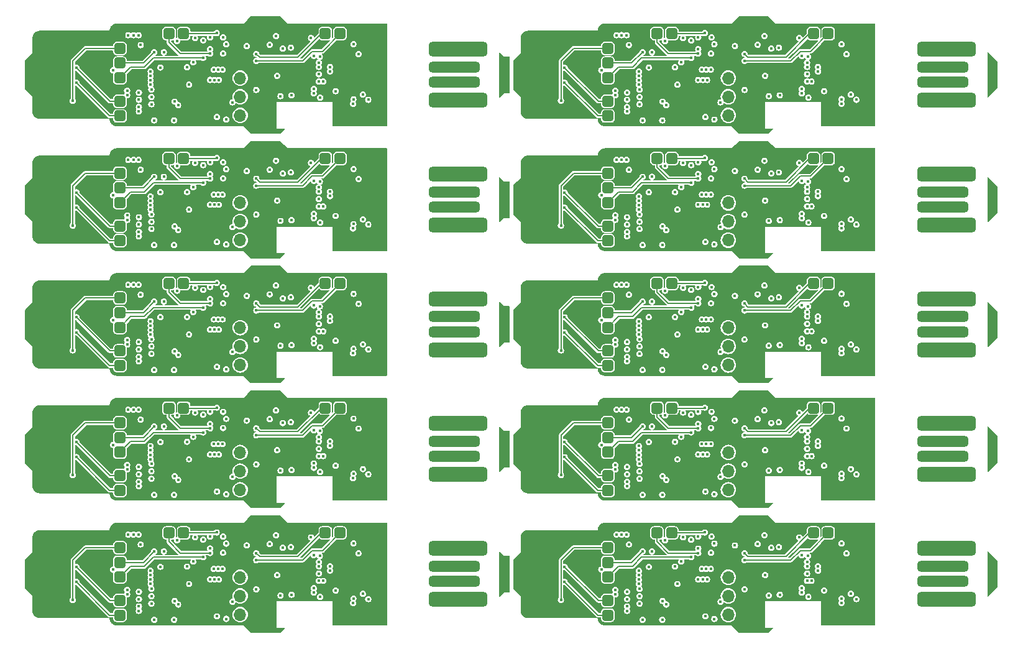
<source format=gbr>
%TF.GenerationSoftware,KiCad,Pcbnew,8.0.4*%
%TF.CreationDate,2024-10-06T23:42:51+02:00*%
%TF.ProjectId,elrs-sim-panel,656c7273-2d73-4696-9d2d-70616e656c2e,rev?*%
%TF.SameCoordinates,Original*%
%TF.FileFunction,Copper,L4,Bot*%
%TF.FilePolarity,Positive*%
%FSLAX46Y46*%
G04 Gerber Fmt 4.6, Leading zero omitted, Abs format (unit mm)*
G04 Created by KiCad (PCBNEW 8.0.4) date 2024-10-06 23:42:51*
%MOMM*%
%LPD*%
G01*
G04 APERTURE LIST*
G04 Aperture macros list*
%AMRoundRect*
0 Rectangle with rounded corners*
0 $1 Rounding radius*
0 $2 $3 $4 $5 $6 $7 $8 $9 X,Y pos of 4 corners*
0 Add a 4 corners polygon primitive as box body*
4,1,4,$2,$3,$4,$5,$6,$7,$8,$9,$2,$3,0*
0 Add four circle primitives for the rounded corners*
1,1,$1+$1,$2,$3*
1,1,$1+$1,$4,$5*
1,1,$1+$1,$6,$7*
1,1,$1+$1,$8,$9*
0 Add four rect primitives between the rounded corners*
20,1,$1+$1,$2,$3,$4,$5,0*
20,1,$1+$1,$4,$5,$6,$7,0*
20,1,$1+$1,$6,$7,$8,$9,0*
20,1,$1+$1,$8,$9,$2,$3,0*%
G04 Aperture macros list end*
%TA.AperFunction,ComponentPad*%
%ADD10RoundRect,0.500000X-3.500000X0.500000X-3.500000X-0.500000X3.500000X-0.500000X3.500000X0.500000X0*%
%TD*%
%TA.AperFunction,ComponentPad*%
%ADD11RoundRect,0.500000X-3.000000X0.250000X-3.000000X-0.250000X3.000000X-0.250000X3.000000X0.250000X0*%
%TD*%
%TA.AperFunction,ComponentPad*%
%ADD12R,1.700000X1.700000*%
%TD*%
%TA.AperFunction,ComponentPad*%
%ADD13O,1.700000X1.700000*%
%TD*%
%TA.AperFunction,SMDPad,CuDef*%
%ADD14RoundRect,0.387500X-0.387500X0.387500X-0.387500X-0.387500X0.387500X-0.387500X0.387500X0.387500X0*%
%TD*%
%TA.AperFunction,ViaPad*%
%ADD15C,0.450000*%
%TD*%
%TA.AperFunction,Conductor*%
%ADD16C,0.200000*%
%TD*%
G04 APERTURE END LIST*
D10*
%TO.P,J3,1,Pin_1*%
%TO.N,Board_8-unconnected-(J3-Pin_1-Pad1)*%
X66000000Y-79500000D03*
D11*
%TO.P,J3,2,Pin_2*%
%TO.N,Board_8-unconnected-(J3-Pin_2-Pad2)*%
X65500000Y-81950000D03*
%TO.P,J3,3,Pin_3*%
%TO.N,Board_8-unconnected-(J3-Pin_3-Pad3)*%
X65500000Y-84000000D03*
D10*
%TO.P,J3,4,Pin_4*%
%TO.N,Board_8-unconnected-(J3-Pin_4-Pad4)*%
X66000000Y-86450000D03*
%TD*%
%TO.P,J3,1,Pin_1*%
%TO.N,Board_0-unconnected-(J3-Pin_1-Pad1)*%
X66000000Y-11500000D03*
D11*
%TO.P,J3,2,Pin_2*%
%TO.N,Board_0-unconnected-(J3-Pin_2-Pad2)*%
X65500000Y-13950000D03*
%TO.P,J3,3,Pin_3*%
%TO.N,Board_0-unconnected-(J3-Pin_3-Pad3)*%
X65500000Y-16000000D03*
D10*
%TO.P,J3,4,Pin_4*%
%TO.N,Board_0-unconnected-(J3-Pin_4-Pad4)*%
X66000000Y-18450000D03*
%TD*%
D12*
%TO.P,J2,1,Pin_1*%
%TO.N,Board_3-GND*%
X102800000Y-29900000D03*
D13*
%TO.P,J2,2,Pin_2*%
%TO.N,Board_3-USB_VBUS*%
X102800000Y-32440000D03*
%TO.P,J2,3,Pin_3*%
%TO.N,Board_3-Net-(J2-Pin_3)*%
X102800000Y-34980000D03*
%TO.P,J2,4,Pin_4*%
%TO.N,Board_3-Net-(J2-Pin_4)*%
X102800000Y-37520000D03*
%TD*%
D12*
%TO.P,J2,1,Pin_1*%
%TO.N,Board_5-GND*%
X102800000Y-46900000D03*
D13*
%TO.P,J2,2,Pin_2*%
%TO.N,Board_5-USB_VBUS*%
X102800000Y-49440000D03*
%TO.P,J2,3,Pin_3*%
%TO.N,Board_5-Net-(J2-Pin_3)*%
X102800000Y-51980000D03*
%TO.P,J2,4,Pin_4*%
%TO.N,Board_5-Net-(J2-Pin_4)*%
X102800000Y-54520000D03*
%TD*%
D12*
%TO.P,J2,1,Pin_1*%
%TO.N,Board_0-GND*%
X36300000Y-12900000D03*
D13*
%TO.P,J2,2,Pin_2*%
%TO.N,Board_0-USB_VBUS*%
X36300000Y-15440000D03*
%TO.P,J2,3,Pin_3*%
%TO.N,Board_0-Net-(J2-Pin_3)*%
X36300000Y-17980000D03*
%TO.P,J2,4,Pin_4*%
%TO.N,Board_0-Net-(J2-Pin_4)*%
X36300000Y-20520000D03*
%TD*%
D12*
%TO.P,J2,1,Pin_1*%
%TO.N,Board_4-GND*%
X36300000Y-46900000D03*
D13*
%TO.P,J2,2,Pin_2*%
%TO.N,Board_4-USB_VBUS*%
X36300000Y-49440000D03*
%TO.P,J2,3,Pin_3*%
%TO.N,Board_4-Net-(J2-Pin_3)*%
X36300000Y-51980000D03*
%TO.P,J2,4,Pin_4*%
%TO.N,Board_4-Net-(J2-Pin_4)*%
X36300000Y-54520000D03*
%TD*%
D10*
%TO.P,J3,1,Pin_1*%
%TO.N,Board_2-unconnected-(J3-Pin_1-Pad1)*%
X66000000Y-28500000D03*
D11*
%TO.P,J3,2,Pin_2*%
%TO.N,Board_2-unconnected-(J3-Pin_2-Pad2)*%
X65500000Y-30950000D03*
%TO.P,J3,3,Pin_3*%
%TO.N,Board_2-unconnected-(J3-Pin_3-Pad3)*%
X65500000Y-33000000D03*
D10*
%TO.P,J3,4,Pin_4*%
%TO.N,Board_2-unconnected-(J3-Pin_4-Pad4)*%
X66000000Y-35450000D03*
%TD*%
D12*
%TO.P,J2,1,Pin_1*%
%TO.N,Board_1-GND*%
X102800000Y-12900000D03*
D13*
%TO.P,J2,2,Pin_2*%
%TO.N,Board_1-USB_VBUS*%
X102800000Y-15440000D03*
%TO.P,J2,3,Pin_3*%
%TO.N,Board_1-Net-(J2-Pin_3)*%
X102800000Y-17980000D03*
%TO.P,J2,4,Pin_4*%
%TO.N,Board_1-Net-(J2-Pin_4)*%
X102800000Y-20520000D03*
%TD*%
D10*
%TO.P,J3,1,Pin_1*%
%TO.N,Board_9-unconnected-(J3-Pin_1-Pad1)*%
X132500000Y-79500000D03*
D11*
%TO.P,J3,2,Pin_2*%
%TO.N,Board_9-unconnected-(J3-Pin_2-Pad2)*%
X132000000Y-81950000D03*
%TO.P,J3,3,Pin_3*%
%TO.N,Board_9-unconnected-(J3-Pin_3-Pad3)*%
X132000000Y-84000000D03*
D10*
%TO.P,J3,4,Pin_4*%
%TO.N,Board_9-unconnected-(J3-Pin_4-Pad4)*%
X132500000Y-86450000D03*
%TD*%
%TO.P,J3,1,Pin_1*%
%TO.N,Board_4-unconnected-(J3-Pin_1-Pad1)*%
X66000000Y-45500000D03*
D11*
%TO.P,J3,2,Pin_2*%
%TO.N,Board_4-unconnected-(J3-Pin_2-Pad2)*%
X65500000Y-47950000D03*
%TO.P,J3,3,Pin_3*%
%TO.N,Board_4-unconnected-(J3-Pin_3-Pad3)*%
X65500000Y-50000000D03*
D10*
%TO.P,J3,4,Pin_4*%
%TO.N,Board_4-unconnected-(J3-Pin_4-Pad4)*%
X66000000Y-52450000D03*
%TD*%
D12*
%TO.P,J2,1,Pin_1*%
%TO.N,Board_9-GND*%
X102800000Y-80900000D03*
D13*
%TO.P,J2,2,Pin_2*%
%TO.N,Board_9-USB_VBUS*%
X102800000Y-83440000D03*
%TO.P,J2,3,Pin_3*%
%TO.N,Board_9-Net-(J2-Pin_3)*%
X102800000Y-85980000D03*
%TO.P,J2,4,Pin_4*%
%TO.N,Board_9-Net-(J2-Pin_4)*%
X102800000Y-88520000D03*
%TD*%
D12*
%TO.P,J2,1,Pin_1*%
%TO.N,Board_2-GND*%
X36300000Y-29900000D03*
D13*
%TO.P,J2,2,Pin_2*%
%TO.N,Board_2-USB_VBUS*%
X36300000Y-32440000D03*
%TO.P,J2,3,Pin_3*%
%TO.N,Board_2-Net-(J2-Pin_3)*%
X36300000Y-34980000D03*
%TO.P,J2,4,Pin_4*%
%TO.N,Board_2-Net-(J2-Pin_4)*%
X36300000Y-37520000D03*
%TD*%
D10*
%TO.P,J3,1,Pin_1*%
%TO.N,Board_3-unconnected-(J3-Pin_1-Pad1)*%
X132500000Y-28500000D03*
D11*
%TO.P,J3,2,Pin_2*%
%TO.N,Board_3-unconnected-(J3-Pin_2-Pad2)*%
X132000000Y-30950000D03*
%TO.P,J3,3,Pin_3*%
%TO.N,Board_3-unconnected-(J3-Pin_3-Pad3)*%
X132000000Y-33000000D03*
D10*
%TO.P,J3,4,Pin_4*%
%TO.N,Board_3-unconnected-(J3-Pin_4-Pad4)*%
X132500000Y-35450000D03*
%TD*%
%TO.P,J3,1,Pin_1*%
%TO.N,Board_1-unconnected-(J3-Pin_1-Pad1)*%
X132500000Y-11500000D03*
D11*
%TO.P,J3,2,Pin_2*%
%TO.N,Board_1-unconnected-(J3-Pin_2-Pad2)*%
X132000000Y-13950000D03*
%TO.P,J3,3,Pin_3*%
%TO.N,Board_1-unconnected-(J3-Pin_3-Pad3)*%
X132000000Y-16000000D03*
D10*
%TO.P,J3,4,Pin_4*%
%TO.N,Board_1-unconnected-(J3-Pin_4-Pad4)*%
X132500000Y-18450000D03*
%TD*%
D12*
%TO.P,J2,1,Pin_1*%
%TO.N,Board_6-GND*%
X36300000Y-63900000D03*
D13*
%TO.P,J2,2,Pin_2*%
%TO.N,Board_6-USB_VBUS*%
X36300000Y-66440000D03*
%TO.P,J2,3,Pin_3*%
%TO.N,Board_6-Net-(J2-Pin_3)*%
X36300000Y-68980000D03*
%TO.P,J2,4,Pin_4*%
%TO.N,Board_6-Net-(J2-Pin_4)*%
X36300000Y-71520000D03*
%TD*%
D12*
%TO.P,J2,1,Pin_1*%
%TO.N,Board_8-GND*%
X36300000Y-80900000D03*
D13*
%TO.P,J2,2,Pin_2*%
%TO.N,Board_8-USB_VBUS*%
X36300000Y-83440000D03*
%TO.P,J2,3,Pin_3*%
%TO.N,Board_8-Net-(J2-Pin_3)*%
X36300000Y-85980000D03*
%TO.P,J2,4,Pin_4*%
%TO.N,Board_8-Net-(J2-Pin_4)*%
X36300000Y-88520000D03*
%TD*%
D12*
%TO.P,J2,1,Pin_1*%
%TO.N,Board_7-GND*%
X102800000Y-63900000D03*
D13*
%TO.P,J2,2,Pin_2*%
%TO.N,Board_7-USB_VBUS*%
X102800000Y-66440000D03*
%TO.P,J2,3,Pin_3*%
%TO.N,Board_7-Net-(J2-Pin_3)*%
X102800000Y-68980000D03*
%TO.P,J2,4,Pin_4*%
%TO.N,Board_7-Net-(J2-Pin_4)*%
X102800000Y-71520000D03*
%TD*%
D10*
%TO.P,J3,1,Pin_1*%
%TO.N,Board_7-unconnected-(J3-Pin_1-Pad1)*%
X132500000Y-62500000D03*
D11*
%TO.P,J3,2,Pin_2*%
%TO.N,Board_7-unconnected-(J3-Pin_2-Pad2)*%
X132000000Y-64950000D03*
%TO.P,J3,3,Pin_3*%
%TO.N,Board_7-unconnected-(J3-Pin_3-Pad3)*%
X132000000Y-67000000D03*
D10*
%TO.P,J3,4,Pin_4*%
%TO.N,Board_7-unconnected-(J3-Pin_4-Pad4)*%
X132500000Y-69450000D03*
%TD*%
%TO.P,J3,1,Pin_1*%
%TO.N,Board_6-unconnected-(J3-Pin_1-Pad1)*%
X66000000Y-62500000D03*
D11*
%TO.P,J3,2,Pin_2*%
%TO.N,Board_6-unconnected-(J3-Pin_2-Pad2)*%
X65500000Y-64950000D03*
%TO.P,J3,3,Pin_3*%
%TO.N,Board_6-unconnected-(J3-Pin_3-Pad3)*%
X65500000Y-67000000D03*
D10*
%TO.P,J3,4,Pin_4*%
%TO.N,Board_6-unconnected-(J3-Pin_4-Pad4)*%
X66000000Y-69450000D03*
%TD*%
%TO.P,J3,1,Pin_1*%
%TO.N,Board_5-unconnected-(J3-Pin_1-Pad1)*%
X132500000Y-45500000D03*
D11*
%TO.P,J3,2,Pin_2*%
%TO.N,Board_5-unconnected-(J3-Pin_2-Pad2)*%
X132000000Y-47950000D03*
%TO.P,J3,3,Pin_3*%
%TO.N,Board_5-unconnected-(J3-Pin_3-Pad3)*%
X132000000Y-50000000D03*
D10*
%TO.P,J3,4,Pin_4*%
%TO.N,Board_5-unconnected-(J3-Pin_4-Pad4)*%
X132500000Y-52450000D03*
%TD*%
D14*
%TO.P,J14,1,Pin_1*%
%TO.N,Board_7-USB_DN*%
X86400000Y-71600000D03*
%TD*%
%TO.P,J14,1,Pin_1*%
%TO.N,Board_3-USB_DN*%
X86400000Y-37600000D03*
%TD*%
%TO.P,J7,1,Pin_1*%
%TO.N,Board_2-RP2040_RX*%
X26600000Y-26400000D03*
%TD*%
%TO.P,J12,1,Pin_1*%
%TO.N,Board_4-+3.3V*%
X19900000Y-47400000D03*
%TD*%
%TO.P,J4,1,Pin_1*%
%TO.N,Board_2-USB_VBUS*%
X19900000Y-28400000D03*
%TD*%
%TO.P,J7,1,Pin_1*%
%TO.N,Board_1-RP2040_RX*%
X93100000Y-9400000D03*
%TD*%
%TO.P,J10,1,Pin_1*%
%TO.N,Board_5-RP2040_RX_NO*%
X116400000Y-43400000D03*
%TD*%
%TO.P,J7,1,Pin_1*%
%TO.N,Board_9-RP2040_RX*%
X93100000Y-77400000D03*
%TD*%
%TO.P,J7,1,Pin_1*%
%TO.N,Board_8-RP2040_RX*%
X26600000Y-77400000D03*
%TD*%
%TO.P,J9,1,Pin_1*%
%TO.N,Board_6-RP2040_TX_NO*%
X47900000Y-60400000D03*
%TD*%
%TO.P,J13,1,Pin_1*%
%TO.N,Board_5-USB_DP*%
X86400000Y-52600000D03*
%TD*%
%TO.P,J8,1,Pin_1*%
%TO.N,Board_2-RP2040_TX*%
X28600000Y-26400000D03*
%TD*%
%TO.P,J10,1,Pin_1*%
%TO.N,Board_8-RP2040_RX_NO*%
X49900000Y-77400000D03*
%TD*%
%TO.P,J11,1,Pin_1*%
%TO.N,Board_0-GND*%
X19900000Y-9400000D03*
%TD*%
%TO.P,J12,1,Pin_1*%
%TO.N,Board_7-+3.3V*%
X86400000Y-64400000D03*
%TD*%
%TO.P,J6,1,Pin_1*%
%TO.N,Board_6-+3.3V_SW*%
X19900000Y-66400000D03*
%TD*%
%TO.P,J12,1,Pin_1*%
%TO.N,Board_3-+3.3V*%
X86400000Y-30400000D03*
%TD*%
%TO.P,J12,1,Pin_1*%
%TO.N,Board_0-+3.3V*%
X19900000Y-13400000D03*
%TD*%
%TO.P,J12,1,Pin_1*%
%TO.N,Board_1-+3.3V*%
X86400000Y-13400000D03*
%TD*%
%TO.P,J11,1,Pin_1*%
%TO.N,Board_3-GND*%
X86400000Y-26400000D03*
%TD*%
%TO.P,J6,1,Pin_1*%
%TO.N,Board_2-+3.3V_SW*%
X19900000Y-32400000D03*
%TD*%
%TO.P,J6,1,Pin_1*%
%TO.N,Board_0-+3.3V_SW*%
X19900000Y-15400000D03*
%TD*%
%TO.P,J4,1,Pin_1*%
%TO.N,Board_1-USB_VBUS*%
X86400000Y-11400000D03*
%TD*%
%TO.P,J8,1,Pin_1*%
%TO.N,Board_7-RP2040_TX*%
X95100000Y-60400000D03*
%TD*%
%TO.P,J10,1,Pin_1*%
%TO.N,Board_9-RP2040_RX_NO*%
X116400000Y-77400000D03*
%TD*%
%TO.P,J13,1,Pin_1*%
%TO.N,Board_3-USB_DP*%
X86400000Y-35600000D03*
%TD*%
%TO.P,J4,1,Pin_1*%
%TO.N,Board_5-USB_VBUS*%
X86400000Y-45400000D03*
%TD*%
%TO.P,J4,1,Pin_1*%
%TO.N,Board_4-USB_VBUS*%
X19900000Y-45400000D03*
%TD*%
%TO.P,J9,1,Pin_1*%
%TO.N,Board_9-RP2040_TX_NO*%
X114400000Y-77400000D03*
%TD*%
%TO.P,J7,1,Pin_1*%
%TO.N,Board_7-RP2040_RX*%
X93100000Y-60400000D03*
%TD*%
%TO.P,J13,1,Pin_1*%
%TO.N,Board_1-USB_DP*%
X86400000Y-18600000D03*
%TD*%
%TO.P,J4,1,Pin_1*%
%TO.N,Board_9-USB_VBUS*%
X86400000Y-79400000D03*
%TD*%
%TO.P,J6,1,Pin_1*%
%TO.N,Board_7-+3.3V_SW*%
X86400000Y-66400000D03*
%TD*%
%TO.P,J11,1,Pin_1*%
%TO.N,Board_8-GND*%
X19900000Y-77400000D03*
%TD*%
%TO.P,J11,1,Pin_1*%
%TO.N,Board_5-GND*%
X86400000Y-43400000D03*
%TD*%
%TO.P,J11,1,Pin_1*%
%TO.N,Board_9-GND*%
X86400000Y-77400000D03*
%TD*%
%TO.P,J10,1,Pin_1*%
%TO.N,Board_1-RP2040_RX_NO*%
X116400000Y-9400000D03*
%TD*%
%TO.P,J8,1,Pin_1*%
%TO.N,Board_3-RP2040_TX*%
X95100000Y-26400000D03*
%TD*%
%TO.P,J10,1,Pin_1*%
%TO.N,Board_3-RP2040_RX_NO*%
X116400000Y-26400000D03*
%TD*%
%TO.P,J4,1,Pin_1*%
%TO.N,Board_3-USB_VBUS*%
X86400000Y-28400000D03*
%TD*%
%TO.P,J12,1,Pin_1*%
%TO.N,Board_6-+3.3V*%
X19900000Y-64400000D03*
%TD*%
%TO.P,J8,1,Pin_1*%
%TO.N,Board_8-RP2040_TX*%
X28600000Y-77400000D03*
%TD*%
%TO.P,J7,1,Pin_1*%
%TO.N,Board_0-RP2040_RX*%
X26600000Y-9400000D03*
%TD*%
%TO.P,J12,1,Pin_1*%
%TO.N,Board_8-+3.3V*%
X19900000Y-81400000D03*
%TD*%
%TO.P,J6,1,Pin_1*%
%TO.N,Board_1-+3.3V_SW*%
X86400000Y-15400000D03*
%TD*%
%TO.P,J14,1,Pin_1*%
%TO.N,Board_5-USB_DN*%
X86400000Y-54600000D03*
%TD*%
%TO.P,J13,1,Pin_1*%
%TO.N,Board_0-USB_DP*%
X19900000Y-18600000D03*
%TD*%
%TO.P,J14,1,Pin_1*%
%TO.N,Board_4-USB_DN*%
X19900000Y-54600000D03*
%TD*%
%TO.P,J14,1,Pin_1*%
%TO.N,Board_2-USB_DN*%
X19900000Y-37600000D03*
%TD*%
%TO.P,J13,1,Pin_1*%
%TO.N,Board_8-USB_DP*%
X19900000Y-86600000D03*
%TD*%
%TO.P,J9,1,Pin_1*%
%TO.N,Board_3-RP2040_TX_NO*%
X114400000Y-26400000D03*
%TD*%
%TO.P,J12,1,Pin_1*%
%TO.N,Board_9-+3.3V*%
X86400000Y-81400000D03*
%TD*%
%TO.P,J14,1,Pin_1*%
%TO.N,Board_0-USB_DN*%
X19900000Y-20600000D03*
%TD*%
%TO.P,J11,1,Pin_1*%
%TO.N,Board_6-GND*%
X19900000Y-60400000D03*
%TD*%
%TO.P,J14,1,Pin_1*%
%TO.N,Board_8-USB_DN*%
X19900000Y-88600000D03*
%TD*%
%TO.P,J8,1,Pin_1*%
%TO.N,Board_1-RP2040_TX*%
X95100000Y-9400000D03*
%TD*%
%TO.P,J9,1,Pin_1*%
%TO.N,Board_1-RP2040_TX_NO*%
X114400000Y-9400000D03*
%TD*%
%TO.P,J8,1,Pin_1*%
%TO.N,Board_5-RP2040_TX*%
X95100000Y-43400000D03*
%TD*%
%TO.P,J8,1,Pin_1*%
%TO.N,Board_6-RP2040_TX*%
X28600000Y-60400000D03*
%TD*%
%TO.P,J6,1,Pin_1*%
%TO.N,Board_9-+3.3V_SW*%
X86400000Y-83400000D03*
%TD*%
%TO.P,J7,1,Pin_1*%
%TO.N,Board_6-RP2040_RX*%
X26600000Y-60400000D03*
%TD*%
%TO.P,J13,1,Pin_1*%
%TO.N,Board_4-USB_DP*%
X19900000Y-52600000D03*
%TD*%
%TO.P,J13,1,Pin_1*%
%TO.N,Board_6-USB_DP*%
X19900000Y-69600000D03*
%TD*%
%TO.P,J14,1,Pin_1*%
%TO.N,Board_6-USB_DN*%
X19900000Y-71600000D03*
%TD*%
%TO.P,J4,1,Pin_1*%
%TO.N,Board_8-USB_VBUS*%
X19900000Y-79400000D03*
%TD*%
%TO.P,J10,1,Pin_1*%
%TO.N,Board_6-RP2040_RX_NO*%
X49900000Y-60400000D03*
%TD*%
%TO.P,J4,1,Pin_1*%
%TO.N,Board_6-USB_VBUS*%
X19900000Y-62400000D03*
%TD*%
%TO.P,J14,1,Pin_1*%
%TO.N,Board_1-USB_DN*%
X86400000Y-20600000D03*
%TD*%
%TO.P,J6,1,Pin_1*%
%TO.N,Board_3-+3.3V_SW*%
X86400000Y-32400000D03*
%TD*%
%TO.P,J11,1,Pin_1*%
%TO.N,Board_1-GND*%
X86400000Y-9400000D03*
%TD*%
%TO.P,J8,1,Pin_1*%
%TO.N,Board_0-RP2040_TX*%
X28600000Y-9400000D03*
%TD*%
%TO.P,J10,1,Pin_1*%
%TO.N,Board_7-RP2040_RX_NO*%
X116400000Y-60400000D03*
%TD*%
%TO.P,J13,1,Pin_1*%
%TO.N,Board_2-USB_DP*%
X19900000Y-35600000D03*
%TD*%
%TO.P,J6,1,Pin_1*%
%TO.N,Board_5-+3.3V_SW*%
X86400000Y-49400000D03*
%TD*%
%TO.P,J4,1,Pin_1*%
%TO.N,Board_7-USB_VBUS*%
X86400000Y-62400000D03*
%TD*%
%TO.P,J7,1,Pin_1*%
%TO.N,Board_3-RP2040_RX*%
X93100000Y-26400000D03*
%TD*%
%TO.P,J14,1,Pin_1*%
%TO.N,Board_9-USB_DN*%
X86400000Y-88600000D03*
%TD*%
%TO.P,J12,1,Pin_1*%
%TO.N,Board_5-+3.3V*%
X86400000Y-47400000D03*
%TD*%
%TO.P,J9,1,Pin_1*%
%TO.N,Board_0-RP2040_TX_NO*%
X47900000Y-9400000D03*
%TD*%
%TO.P,J11,1,Pin_1*%
%TO.N,Board_4-GND*%
X19900000Y-43400000D03*
%TD*%
%TO.P,J10,1,Pin_1*%
%TO.N,Board_2-RP2040_RX_NO*%
X49900000Y-26400000D03*
%TD*%
%TO.P,J9,1,Pin_1*%
%TO.N,Board_7-RP2040_TX_NO*%
X114400000Y-60400000D03*
%TD*%
%TO.P,J7,1,Pin_1*%
%TO.N,Board_4-RP2040_RX*%
X26600000Y-43400000D03*
%TD*%
%TO.P,J7,1,Pin_1*%
%TO.N,Board_5-RP2040_RX*%
X93100000Y-43400000D03*
%TD*%
%TO.P,J9,1,Pin_1*%
%TO.N,Board_2-RP2040_TX_NO*%
X47900000Y-26400000D03*
%TD*%
%TO.P,J13,1,Pin_1*%
%TO.N,Board_9-USB_DP*%
X86400000Y-86600000D03*
%TD*%
%TO.P,J8,1,Pin_1*%
%TO.N,Board_4-RP2040_TX*%
X28600000Y-43400000D03*
%TD*%
%TO.P,J10,1,Pin_1*%
%TO.N,Board_0-RP2040_RX_NO*%
X49900000Y-9400000D03*
%TD*%
%TO.P,J9,1,Pin_1*%
%TO.N,Board_8-RP2040_TX_NO*%
X47900000Y-77400000D03*
%TD*%
%TO.P,J11,1,Pin_1*%
%TO.N,Board_7-GND*%
X86400000Y-60400000D03*
%TD*%
%TO.P,J10,1,Pin_1*%
%TO.N,Board_4-RP2040_RX_NO*%
X49900000Y-43400000D03*
%TD*%
%TO.P,J8,1,Pin_1*%
%TO.N,Board_9-RP2040_TX*%
X95100000Y-77400000D03*
%TD*%
%TO.P,J9,1,Pin_1*%
%TO.N,Board_5-RP2040_TX_NO*%
X114400000Y-43400000D03*
%TD*%
%TO.P,J12,1,Pin_1*%
%TO.N,Board_2-+3.3V*%
X19900000Y-30400000D03*
%TD*%
%TO.P,J6,1,Pin_1*%
%TO.N,Board_4-+3.3V_SW*%
X19900000Y-49400000D03*
%TD*%
%TO.P,J11,1,Pin_1*%
%TO.N,Board_2-GND*%
X19900000Y-26400000D03*
%TD*%
%TO.P,J9,1,Pin_1*%
%TO.N,Board_4-RP2040_TX_NO*%
X47900000Y-43400000D03*
%TD*%
%TO.P,J4,1,Pin_1*%
%TO.N,Board_0-USB_VBUS*%
X19900000Y-11400000D03*
%TD*%
%TO.P,J6,1,Pin_1*%
%TO.N,Board_8-+3.3V_SW*%
X19900000Y-83400000D03*
%TD*%
%TO.P,J13,1,Pin_1*%
%TO.N,Board_7-USB_DP*%
X86400000Y-69600000D03*
%TD*%
D15*
%TO.N,Board_0-+3.3V*%
X33150000Y-20750000D03*
X27300000Y-21200000D03*
X20900000Y-17750000D03*
X29350000Y-16350000D03*
X24600000Y-11900000D03*
X24600000Y-21200000D03*
X25900000Y-11900000D03*
X27700000Y-10400000D03*
X37200000Y-11100000D03*
X31250000Y-10300000D03*
%TO.N,Board_0-+3.3V_SW*%
X43300000Y-17800000D03*
X40300000Y-10900000D03*
X41800000Y-17900000D03*
X41325000Y-15125000D03*
X31250000Y-12700000D03*
X34000000Y-9900000D03*
X47625003Y-15925000D03*
X47200000Y-18100000D03*
X45950000Y-10000000D03*
X38500000Y-17050000D03*
%TO.N,Board_0-BUSY*%
X47150000Y-12525000D03*
X42125000Y-11425000D03*
%TO.N,Board_0-DIO_1*%
X48525000Y-14525000D03*
X46325000Y-12425000D03*
%TO.N,Board_0-ESP_BOOT*%
X47025000Y-13325000D03*
X43200000Y-11300000D03*
%TO.N,Board_0-ESP_LED*%
X41200000Y-9700000D03*
X46325000Y-17525000D03*
%TO.N,Board_0-ESP_MISO*%
X47025000Y-15925000D03*
X51725000Y-18325000D03*
%TO.N,Board_0-ESP_MOSI*%
X51698938Y-18924436D03*
X47025000Y-14925000D03*
%TO.N,Board_0-ESP_SCK*%
X46325000Y-16925000D03*
X53000020Y-17695003D03*
%TO.N,Board_0-GND*%
X44605000Y-18225000D03*
X26700000Y-16500000D03*
X46905000Y-11025000D03*
X51325000Y-15325000D03*
X43825000Y-14625000D03*
X31900000Y-13950000D03*
X31450000Y-17750000D03*
%TO.N,Board_0-IRS*%
X52425000Y-12180000D03*
X49325000Y-17225000D03*
%TO.N,Board_0-NRST*%
X47025000Y-13925000D03*
X51725000Y-10825000D03*
%TO.N,Board_0-NSS*%
X48525000Y-13925000D03*
X53750000Y-18400000D03*
%TO.N,Board_0-Net-(U1-USB_DM)*%
X24100000Y-15150000D03*
X22450000Y-9600000D03*
%TO.N,Board_0-Net-(U1-USB_DP)*%
X24100000Y-15750000D03*
X22750000Y-10950000D03*
%TO.N,Board_0-Net-(U1-VREG_VOUT)*%
X20900000Y-17149997D03*
X29050000Y-13975000D03*
X24100000Y-14549997D03*
X19000000Y-14400000D03*
X24100000Y-16350003D03*
%TO.N,Board_0-QSPI_SCLK*%
X32800000Y-15700000D03*
X22499381Y-17400341D03*
%TO.N,Board_0-QSPI_SD0*%
X32200000Y-15700000D03*
X24200000Y-18000000D03*
%TO.N,Board_0-QSPI_SD1*%
X24200000Y-19000000D03*
X33300244Y-14300000D03*
%TO.N,Board_0-QSPI_SD2*%
X22500000Y-18400000D03*
X32700241Y-14300000D03*
%TO.N,Board_0-QSPI_SD3*%
X33400003Y-15700000D03*
X24200000Y-17000000D03*
%TO.N,Board_0-QSPI_SS*%
X33900247Y-14300000D03*
X29900000Y-13300000D03*
X22500000Y-19400000D03*
%TO.N,Board_0-RP2040_LED*%
X25450000Y-14000000D03*
X30150000Y-10000000D03*
%TO.N,Board_0-RP2040_RX*%
X32200000Y-12125003D03*
X27850000Y-19150000D03*
%TO.N,Board_0-RP2040_RX_NC*%
X35250000Y-18750000D03*
X33950000Y-12100000D03*
%TO.N,Board_0-RP2040_RX_NO*%
X38500000Y-13100000D03*
X32200000Y-11525000D03*
%TO.N,Board_0-RP2040_TX*%
X33100000Y-9325000D03*
X27350000Y-18650000D03*
%TO.N,Board_0-RP2040_TX_NC*%
X34400000Y-10850000D03*
X34400000Y-21100000D03*
%TO.N,Board_0-RP2040_TX_NO*%
X32200000Y-9900000D03*
X38500000Y-12150000D03*
%TO.N,Board_0-USB_DN*%
X21750000Y-9600000D03*
X14000000Y-16075000D03*
%TO.N,Board_0-USB_DP*%
X21050000Y-9600000D03*
X14000000Y-14025000D03*
%TO.N,Board_0-USB_VBUS*%
X22500000Y-20000000D03*
X13500000Y-18525000D03*
%TO.N,Board_1-+3.3V*%
X103700000Y-11100000D03*
X99650000Y-20750000D03*
X93800000Y-21200000D03*
X92400000Y-11900000D03*
X87400000Y-17750000D03*
X91100000Y-11900000D03*
X95850000Y-16350000D03*
X91100000Y-21200000D03*
X94200000Y-10400000D03*
X97750000Y-10300000D03*
%TO.N,Board_1-+3.3V_SW*%
X97750000Y-12700000D03*
X106800000Y-10900000D03*
X108300000Y-17900000D03*
X109800000Y-17800000D03*
X107825000Y-15125000D03*
X113700000Y-18100000D03*
X112450000Y-10000000D03*
X100500000Y-9900000D03*
X105000000Y-17050000D03*
X114125003Y-15925000D03*
%TO.N,Board_1-BUSY*%
X108625000Y-11425000D03*
X113650000Y-12525000D03*
%TO.N,Board_1-DIO_1*%
X115025000Y-14525000D03*
X112825000Y-12425000D03*
%TO.N,Board_1-ESP_BOOT*%
X109700000Y-11300000D03*
X113525000Y-13325000D03*
%TO.N,Board_1-ESP_LED*%
X112825000Y-17525000D03*
X107700000Y-9700000D03*
%TO.N,Board_1-ESP_MISO*%
X113525000Y-15925000D03*
X118225000Y-18325000D03*
%TO.N,Board_1-ESP_MOSI*%
X118198938Y-18924436D03*
X113525000Y-14925000D03*
%TO.N,Board_1-ESP_SCK*%
X112825000Y-16925000D03*
X119500020Y-17695003D03*
%TO.N,Board_1-GND*%
X113405000Y-11025000D03*
X110325000Y-14625000D03*
X111105000Y-18225000D03*
X97950000Y-17750000D03*
X93200000Y-16500000D03*
X117825000Y-15325000D03*
X98400000Y-13950000D03*
%TO.N,Board_1-IRS*%
X118925000Y-12180000D03*
X115825000Y-17225000D03*
%TO.N,Board_1-NRST*%
X113525000Y-13925000D03*
X118225000Y-10825000D03*
%TO.N,Board_1-NSS*%
X115025000Y-13925000D03*
X120250000Y-18400000D03*
%TO.N,Board_1-Net-(U1-USB_DM)*%
X88950000Y-9600000D03*
X90600000Y-15150000D03*
%TO.N,Board_1-Net-(U1-USB_DP)*%
X90600000Y-15750000D03*
X89250000Y-10950000D03*
%TO.N,Board_1-Net-(U1-VREG_VOUT)*%
X90600000Y-14549997D03*
X87400000Y-17149997D03*
X85500000Y-14400000D03*
X90600000Y-16350003D03*
X95550000Y-13975000D03*
%TO.N,Board_1-QSPI_SCLK*%
X88999381Y-17400341D03*
X99300000Y-15700000D03*
%TO.N,Board_1-QSPI_SD0*%
X98700000Y-15700000D03*
X90700000Y-18000000D03*
%TO.N,Board_1-QSPI_SD1*%
X90700000Y-19000000D03*
X99800244Y-14300000D03*
%TO.N,Board_1-QSPI_SD2*%
X89000000Y-18400000D03*
X99200241Y-14300000D03*
%TO.N,Board_1-QSPI_SD3*%
X99900003Y-15700000D03*
X90700000Y-17000000D03*
%TO.N,Board_1-QSPI_SS*%
X100400247Y-14300000D03*
X96400000Y-13300000D03*
X89000000Y-19400000D03*
%TO.N,Board_1-RP2040_LED*%
X96650000Y-10000000D03*
X91950000Y-14000000D03*
%TO.N,Board_1-RP2040_RX*%
X98700000Y-12125003D03*
X94350000Y-19150000D03*
%TO.N,Board_1-RP2040_RX_NC*%
X101750000Y-18750000D03*
X100450000Y-12100000D03*
%TO.N,Board_1-RP2040_RX_NO*%
X105000000Y-13100000D03*
X98700000Y-11525000D03*
%TO.N,Board_1-RP2040_TX*%
X93850000Y-18650000D03*
X99600000Y-9325000D03*
%TO.N,Board_1-RP2040_TX_NC*%
X100900000Y-10850000D03*
X100900000Y-21100000D03*
%TO.N,Board_1-RP2040_TX_NO*%
X105000000Y-12150000D03*
X98700000Y-9900000D03*
%TO.N,Board_1-USB_DN*%
X80500000Y-16075000D03*
X88250000Y-9600000D03*
%TO.N,Board_1-USB_DP*%
X80500000Y-14025000D03*
X87550000Y-9600000D03*
%TO.N,Board_1-USB_VBUS*%
X80000000Y-18525000D03*
X89000000Y-20000000D03*
%TO.N,Board_2-+3.3V*%
X27300000Y-38200000D03*
X37200000Y-28100000D03*
X24600000Y-28900000D03*
X27700000Y-27400000D03*
X20900000Y-34750000D03*
X33150000Y-37750000D03*
X25900000Y-28900000D03*
X24600000Y-38200000D03*
X31250000Y-27300000D03*
X29350000Y-33350000D03*
%TO.N,Board_2-+3.3V_SW*%
X43300000Y-34800000D03*
X38500000Y-34050000D03*
X47625003Y-32925000D03*
X34000000Y-26900000D03*
X47200000Y-35100000D03*
X41325000Y-32125000D03*
X31250000Y-29700000D03*
X41800000Y-34900000D03*
X40300000Y-27900000D03*
X45950000Y-27000000D03*
%TO.N,Board_2-BUSY*%
X42125000Y-28425000D03*
X47150000Y-29525000D03*
%TO.N,Board_2-DIO_1*%
X48525000Y-31525000D03*
X46325000Y-29425000D03*
%TO.N,Board_2-ESP_BOOT*%
X47025000Y-30325000D03*
X43200000Y-28300000D03*
%TO.N,Board_2-ESP_LED*%
X46325000Y-34525000D03*
X41200000Y-26700000D03*
%TO.N,Board_2-ESP_MISO*%
X47025000Y-32925000D03*
X51725000Y-35325000D03*
%TO.N,Board_2-ESP_MOSI*%
X47025000Y-31925000D03*
X51698938Y-35924436D03*
%TO.N,Board_2-ESP_SCK*%
X53000020Y-34695003D03*
X46325000Y-33925000D03*
%TO.N,Board_2-GND*%
X31900000Y-30950000D03*
X46905000Y-28025000D03*
X44605000Y-35225000D03*
X26700000Y-33500000D03*
X51325000Y-32325000D03*
X43825000Y-31625000D03*
X31450000Y-34750000D03*
%TO.N,Board_2-IRS*%
X49325000Y-34225000D03*
X52425000Y-29180000D03*
%TO.N,Board_2-NRST*%
X51725000Y-27825000D03*
X47025000Y-30925000D03*
%TO.N,Board_2-NSS*%
X48525000Y-30925000D03*
X53750000Y-35400000D03*
%TO.N,Board_2-Net-(U1-USB_DM)*%
X24100000Y-32150000D03*
X22450000Y-26600000D03*
%TO.N,Board_2-Net-(U1-USB_DP)*%
X24100000Y-32750000D03*
X22750000Y-27950000D03*
%TO.N,Board_2-Net-(U1-VREG_VOUT)*%
X19000000Y-31400000D03*
X20900000Y-34149997D03*
X24100000Y-31549997D03*
X24100000Y-33350003D03*
X29050000Y-30975000D03*
%TO.N,Board_2-QSPI_SCLK*%
X22499381Y-34400341D03*
X32800000Y-32700000D03*
%TO.N,Board_2-QSPI_SD0*%
X24200000Y-35000000D03*
X32200000Y-32700000D03*
%TO.N,Board_2-QSPI_SD1*%
X33300244Y-31300000D03*
X24200000Y-36000000D03*
%TO.N,Board_2-QSPI_SD2*%
X22500000Y-35400000D03*
X32700241Y-31300000D03*
%TO.N,Board_2-QSPI_SD3*%
X24200000Y-34000000D03*
X33400003Y-32700000D03*
%TO.N,Board_2-QSPI_SS*%
X33900247Y-31300000D03*
X29900000Y-30300000D03*
X22500000Y-36400000D03*
%TO.N,Board_2-RP2040_LED*%
X25450000Y-31000000D03*
X30150000Y-27000000D03*
%TO.N,Board_2-RP2040_RX*%
X27850000Y-36150000D03*
X32200000Y-29125003D03*
%TO.N,Board_2-RP2040_RX_NC*%
X35250000Y-35750000D03*
X33950000Y-29100000D03*
%TO.N,Board_2-RP2040_RX_NO*%
X32200000Y-28525000D03*
X38500000Y-30100000D03*
%TO.N,Board_2-RP2040_TX*%
X27350000Y-35650000D03*
X33100000Y-26325000D03*
%TO.N,Board_2-RP2040_TX_NC*%
X34400000Y-38100000D03*
X34400000Y-27850000D03*
%TO.N,Board_2-RP2040_TX_NO*%
X38500000Y-29150000D03*
X32200000Y-26900000D03*
%TO.N,Board_2-USB_DN*%
X14000000Y-33075000D03*
X21750000Y-26600000D03*
%TO.N,Board_2-USB_DP*%
X14000000Y-31025000D03*
X21050000Y-26600000D03*
%TO.N,Board_2-USB_VBUS*%
X13500000Y-35525000D03*
X22500000Y-37000000D03*
%TO.N,Board_3-+3.3V*%
X92400000Y-28900000D03*
X93800000Y-38200000D03*
X91100000Y-38200000D03*
X91100000Y-28900000D03*
X87400000Y-34750000D03*
X94200000Y-27400000D03*
X97750000Y-27300000D03*
X95850000Y-33350000D03*
X103700000Y-28100000D03*
X99650000Y-37750000D03*
%TO.N,Board_3-+3.3V_SW*%
X113700000Y-35100000D03*
X107825000Y-32125000D03*
X108300000Y-34900000D03*
X105000000Y-34050000D03*
X106800000Y-27900000D03*
X114125003Y-32925000D03*
X100500000Y-26900000D03*
X97750000Y-29700000D03*
X109800000Y-34800000D03*
X112450000Y-27000000D03*
%TO.N,Board_3-BUSY*%
X108625000Y-28425000D03*
X113650000Y-29525000D03*
%TO.N,Board_3-DIO_1*%
X115025000Y-31525000D03*
X112825000Y-29425000D03*
%TO.N,Board_3-ESP_BOOT*%
X113525000Y-30325000D03*
X109700000Y-28300000D03*
%TO.N,Board_3-ESP_LED*%
X112825000Y-34525000D03*
X107700000Y-26700000D03*
%TO.N,Board_3-ESP_MISO*%
X118225000Y-35325000D03*
X113525000Y-32925000D03*
%TO.N,Board_3-ESP_MOSI*%
X113525000Y-31925000D03*
X118198938Y-35924436D03*
%TO.N,Board_3-ESP_SCK*%
X112825000Y-33925000D03*
X119500020Y-34695003D03*
%TO.N,Board_3-GND*%
X117825000Y-32325000D03*
X97950000Y-34750000D03*
X113405000Y-28025000D03*
X98400000Y-30950000D03*
X111105000Y-35225000D03*
X110325000Y-31625000D03*
X93200000Y-33500000D03*
%TO.N,Board_3-IRS*%
X115825000Y-34225000D03*
X118925000Y-29180000D03*
%TO.N,Board_3-NRST*%
X113525000Y-30925000D03*
X118225000Y-27825000D03*
%TO.N,Board_3-NSS*%
X115025000Y-30925000D03*
X120250000Y-35400000D03*
%TO.N,Board_3-Net-(U1-USB_DM)*%
X90600000Y-32150000D03*
X88950000Y-26600000D03*
%TO.N,Board_3-Net-(U1-USB_DP)*%
X90600000Y-32750000D03*
X89250000Y-27950000D03*
%TO.N,Board_3-Net-(U1-VREG_VOUT)*%
X95550000Y-30975000D03*
X85500000Y-31400000D03*
X87400000Y-34149997D03*
X90600000Y-33350003D03*
X90600000Y-31549997D03*
%TO.N,Board_3-QSPI_SCLK*%
X99300000Y-32700000D03*
X88999381Y-34400341D03*
%TO.N,Board_3-QSPI_SD0*%
X98700000Y-32700000D03*
X90700000Y-35000000D03*
%TO.N,Board_3-QSPI_SD1*%
X99800244Y-31300000D03*
X90700000Y-36000000D03*
%TO.N,Board_3-QSPI_SD2*%
X89000000Y-35400000D03*
X99200241Y-31300000D03*
%TO.N,Board_3-QSPI_SD3*%
X90700000Y-34000000D03*
X99900003Y-32700000D03*
%TO.N,Board_3-QSPI_SS*%
X96400000Y-30300000D03*
X89000000Y-36400000D03*
X100400247Y-31300000D03*
%TO.N,Board_3-RP2040_LED*%
X96650000Y-27000000D03*
X91950000Y-31000000D03*
%TO.N,Board_3-RP2040_RX*%
X94350000Y-36150000D03*
X98700000Y-29125003D03*
%TO.N,Board_3-RP2040_RX_NC*%
X100450000Y-29100000D03*
X101750000Y-35750000D03*
%TO.N,Board_3-RP2040_RX_NO*%
X105000000Y-30100000D03*
X98700000Y-28525000D03*
%TO.N,Board_3-RP2040_TX*%
X99600000Y-26325000D03*
X93850000Y-35650000D03*
%TO.N,Board_3-RP2040_TX_NC*%
X100900000Y-27850000D03*
X100900000Y-38100000D03*
%TO.N,Board_3-RP2040_TX_NO*%
X105000000Y-29150000D03*
X98700000Y-26900000D03*
%TO.N,Board_3-USB_DN*%
X80500000Y-33075000D03*
X88250000Y-26600000D03*
%TO.N,Board_3-USB_DP*%
X80500000Y-31025000D03*
X87550000Y-26600000D03*
%TO.N,Board_3-USB_VBUS*%
X80000000Y-35525000D03*
X89000000Y-37000000D03*
%TO.N,Board_4-+3.3V*%
X33150000Y-54750000D03*
X27700000Y-44400000D03*
X24600000Y-55200000D03*
X25900000Y-45900000D03*
X27300000Y-55200000D03*
X20900000Y-51750000D03*
X29350000Y-50350000D03*
X24600000Y-45900000D03*
X37200000Y-45100000D03*
X31250000Y-44300000D03*
%TO.N,Board_4-+3.3V_SW*%
X40300000Y-44900000D03*
X41325000Y-49125000D03*
X47625003Y-49925000D03*
X34000000Y-43900000D03*
X41800000Y-51900000D03*
X45950000Y-44000000D03*
X38500000Y-51050000D03*
X31250000Y-46700000D03*
X47200000Y-52100000D03*
X43300000Y-51800000D03*
%TO.N,Board_4-BUSY*%
X47150000Y-46525000D03*
X42125000Y-45425000D03*
%TO.N,Board_4-DIO_1*%
X48525000Y-48525000D03*
X46325000Y-46425000D03*
%TO.N,Board_4-ESP_BOOT*%
X43200000Y-45300000D03*
X47025000Y-47325000D03*
%TO.N,Board_4-ESP_LED*%
X41200000Y-43700000D03*
X46325000Y-51525000D03*
%TO.N,Board_4-ESP_MISO*%
X51725000Y-52325000D03*
X47025000Y-49925000D03*
%TO.N,Board_4-ESP_MOSI*%
X51698938Y-52924436D03*
X47025000Y-48925000D03*
%TO.N,Board_4-ESP_SCK*%
X53000020Y-51695003D03*
X46325000Y-50925000D03*
%TO.N,Board_4-GND*%
X43825000Y-48625000D03*
X31900000Y-47950000D03*
X26700000Y-50500000D03*
X51325000Y-49325000D03*
X44605000Y-52225000D03*
X46905000Y-45025000D03*
X31450000Y-51750000D03*
%TO.N,Board_4-IRS*%
X52425000Y-46180000D03*
X49325000Y-51225000D03*
%TO.N,Board_4-NRST*%
X51725000Y-44825000D03*
X47025000Y-47925000D03*
%TO.N,Board_4-NSS*%
X48525000Y-47925000D03*
X53750000Y-52400000D03*
%TO.N,Board_4-Net-(U1-USB_DM)*%
X24100000Y-49150000D03*
X22450000Y-43600000D03*
%TO.N,Board_4-Net-(U1-USB_DP)*%
X24100000Y-49750000D03*
X22750000Y-44950000D03*
%TO.N,Board_4-Net-(U1-VREG_VOUT)*%
X29050000Y-47975000D03*
X20900000Y-51149997D03*
X24100000Y-48549997D03*
X24100000Y-50350003D03*
X19000000Y-48400000D03*
%TO.N,Board_4-QSPI_SCLK*%
X22499381Y-51400341D03*
X32800000Y-49700000D03*
%TO.N,Board_4-QSPI_SD0*%
X24200000Y-52000000D03*
X32200000Y-49700000D03*
%TO.N,Board_4-QSPI_SD1*%
X33300244Y-48300000D03*
X24200000Y-53000000D03*
%TO.N,Board_4-QSPI_SD2*%
X32700241Y-48300000D03*
X22500000Y-52400000D03*
%TO.N,Board_4-QSPI_SD3*%
X24200000Y-51000000D03*
X33400003Y-49700000D03*
%TO.N,Board_4-QSPI_SS*%
X22500000Y-53400000D03*
X29900000Y-47300000D03*
X33900247Y-48300000D03*
%TO.N,Board_4-RP2040_LED*%
X25450000Y-48000000D03*
X30150000Y-44000000D03*
%TO.N,Board_4-RP2040_RX*%
X27850000Y-53150000D03*
X32200000Y-46125003D03*
%TO.N,Board_4-RP2040_RX_NC*%
X35250000Y-52750000D03*
X33950000Y-46100000D03*
%TO.N,Board_4-RP2040_RX_NO*%
X32200000Y-45525000D03*
X38500000Y-47100000D03*
%TO.N,Board_4-RP2040_TX*%
X33100000Y-43325000D03*
X27350000Y-52650000D03*
%TO.N,Board_4-RP2040_TX_NC*%
X34400000Y-55100000D03*
X34400000Y-44850000D03*
%TO.N,Board_4-RP2040_TX_NO*%
X32200000Y-43900000D03*
X38500000Y-46150000D03*
%TO.N,Board_4-USB_DN*%
X14000000Y-50075000D03*
X21750000Y-43600000D03*
%TO.N,Board_4-USB_DP*%
X14000000Y-48025000D03*
X21050000Y-43600000D03*
%TO.N,Board_4-USB_VBUS*%
X13500000Y-52525000D03*
X22500000Y-54000000D03*
%TO.N,Board_5-+3.3V*%
X95850000Y-50350000D03*
X87400000Y-51750000D03*
X92400000Y-45900000D03*
X99650000Y-54750000D03*
X93800000Y-55200000D03*
X94200000Y-44400000D03*
X91100000Y-45900000D03*
X91100000Y-55200000D03*
X97750000Y-44300000D03*
X103700000Y-45100000D03*
%TO.N,Board_5-+3.3V_SW*%
X105000000Y-51050000D03*
X108300000Y-51900000D03*
X112450000Y-44000000D03*
X97750000Y-46700000D03*
X114125003Y-49925000D03*
X107825000Y-49125000D03*
X106800000Y-44900000D03*
X113700000Y-52100000D03*
X100500000Y-43900000D03*
X109800000Y-51800000D03*
%TO.N,Board_5-BUSY*%
X113650000Y-46525000D03*
X108625000Y-45425000D03*
%TO.N,Board_5-DIO_1*%
X115025000Y-48525000D03*
X112825000Y-46425000D03*
%TO.N,Board_5-ESP_BOOT*%
X109700000Y-45300000D03*
X113525000Y-47325000D03*
%TO.N,Board_5-ESP_LED*%
X112825000Y-51525000D03*
X107700000Y-43700000D03*
%TO.N,Board_5-ESP_MISO*%
X113525000Y-49925000D03*
X118225000Y-52325000D03*
%TO.N,Board_5-ESP_MOSI*%
X113525000Y-48925000D03*
X118198938Y-52924436D03*
%TO.N,Board_5-ESP_SCK*%
X119500020Y-51695003D03*
X112825000Y-50925000D03*
%TO.N,Board_5-GND*%
X113405000Y-45025000D03*
X117825000Y-49325000D03*
X110325000Y-48625000D03*
X111105000Y-52225000D03*
X97950000Y-51750000D03*
X93200000Y-50500000D03*
X98400000Y-47950000D03*
%TO.N,Board_5-IRS*%
X115825000Y-51225000D03*
X118925000Y-46180000D03*
%TO.N,Board_5-NRST*%
X113525000Y-47925000D03*
X118225000Y-44825000D03*
%TO.N,Board_5-NSS*%
X115025000Y-47925000D03*
X120250000Y-52400000D03*
%TO.N,Board_5-Net-(U1-USB_DM)*%
X90600000Y-49150000D03*
X88950000Y-43600000D03*
%TO.N,Board_5-Net-(U1-USB_DP)*%
X90600000Y-49750000D03*
X89250000Y-44950000D03*
%TO.N,Board_5-Net-(U1-VREG_VOUT)*%
X85500000Y-48400000D03*
X95550000Y-47975000D03*
X90600000Y-48549997D03*
X90600000Y-50350003D03*
X87400000Y-51149997D03*
%TO.N,Board_5-QSPI_SCLK*%
X88999381Y-51400341D03*
X99300000Y-49700000D03*
%TO.N,Board_5-QSPI_SD0*%
X98700000Y-49700000D03*
X90700000Y-52000000D03*
%TO.N,Board_5-QSPI_SD1*%
X99800244Y-48300000D03*
X90700000Y-53000000D03*
%TO.N,Board_5-QSPI_SD2*%
X89000000Y-52400000D03*
X99200241Y-48300000D03*
%TO.N,Board_5-QSPI_SD3*%
X99900003Y-49700000D03*
X90700000Y-51000000D03*
%TO.N,Board_5-QSPI_SS*%
X96400000Y-47300000D03*
X89000000Y-53400000D03*
X100400247Y-48300000D03*
%TO.N,Board_5-RP2040_LED*%
X91950000Y-48000000D03*
X96650000Y-44000000D03*
%TO.N,Board_5-RP2040_RX*%
X94350000Y-53150000D03*
X98700000Y-46125003D03*
%TO.N,Board_5-RP2040_RX_NC*%
X101750000Y-52750000D03*
X100450000Y-46100000D03*
%TO.N,Board_5-RP2040_RX_NO*%
X98700000Y-45525000D03*
X105000000Y-47100000D03*
%TO.N,Board_5-RP2040_TX*%
X93850000Y-52650000D03*
X99600000Y-43325000D03*
%TO.N,Board_5-RP2040_TX_NC*%
X100900000Y-44850000D03*
X100900000Y-55100000D03*
%TO.N,Board_5-RP2040_TX_NO*%
X98700000Y-43900000D03*
X105000000Y-46150000D03*
%TO.N,Board_5-USB_DN*%
X80500000Y-50075000D03*
X88250000Y-43600000D03*
%TO.N,Board_5-USB_DP*%
X87550000Y-43600000D03*
X80500000Y-48025000D03*
%TO.N,Board_5-USB_VBUS*%
X80000000Y-52525000D03*
X89000000Y-54000000D03*
%TO.N,Board_6-+3.3V*%
X24600000Y-62900000D03*
X25900000Y-62900000D03*
X33150000Y-71750000D03*
X27300000Y-72200000D03*
X37200000Y-62100000D03*
X24600000Y-72200000D03*
X27700000Y-61400000D03*
X29350000Y-67350000D03*
X31250000Y-61300000D03*
X20900000Y-68750000D03*
%TO.N,Board_6-+3.3V_SW*%
X40300000Y-61900000D03*
X45950000Y-61000000D03*
X31250000Y-63700000D03*
X43300000Y-68800000D03*
X47625003Y-66925000D03*
X34000000Y-60900000D03*
X38500000Y-68050000D03*
X41800000Y-68900000D03*
X41325000Y-66125000D03*
X47200000Y-69100000D03*
%TO.N,Board_6-BUSY*%
X47150000Y-63525000D03*
X42125000Y-62425000D03*
%TO.N,Board_6-DIO_1*%
X48525000Y-65525000D03*
X46325000Y-63425000D03*
%TO.N,Board_6-ESP_BOOT*%
X47025000Y-64325000D03*
X43200000Y-62300000D03*
%TO.N,Board_6-ESP_LED*%
X46325000Y-68525000D03*
X41200000Y-60700000D03*
%TO.N,Board_6-ESP_MISO*%
X51725000Y-69325000D03*
X47025000Y-66925000D03*
%TO.N,Board_6-ESP_MOSI*%
X51698938Y-69924436D03*
X47025000Y-65925000D03*
%TO.N,Board_6-ESP_SCK*%
X46325000Y-67925000D03*
X53000020Y-68695003D03*
%TO.N,Board_6-GND*%
X46905000Y-62025000D03*
X51325000Y-66325000D03*
X43825000Y-65625000D03*
X44605000Y-69225000D03*
X31450000Y-68750000D03*
X31900000Y-64950000D03*
X26700000Y-67500000D03*
%TO.N,Board_6-IRS*%
X49325000Y-68225000D03*
X52425000Y-63180000D03*
%TO.N,Board_6-NRST*%
X47025000Y-64925000D03*
X51725000Y-61825000D03*
%TO.N,Board_6-NSS*%
X48525000Y-64925000D03*
X53750000Y-69400000D03*
%TO.N,Board_6-Net-(U1-USB_DM)*%
X24100000Y-66150000D03*
X22450000Y-60600000D03*
%TO.N,Board_6-Net-(U1-USB_DP)*%
X22750000Y-61950000D03*
X24100000Y-66750000D03*
%TO.N,Board_6-Net-(U1-VREG_VOUT)*%
X24100000Y-67350003D03*
X29050000Y-64975000D03*
X24100000Y-65549997D03*
X19000000Y-65400000D03*
X20900000Y-68149997D03*
%TO.N,Board_6-QSPI_SCLK*%
X22499381Y-68400341D03*
X32800000Y-66700000D03*
%TO.N,Board_6-QSPI_SD0*%
X32200000Y-66700000D03*
X24200000Y-69000000D03*
%TO.N,Board_6-QSPI_SD1*%
X33300244Y-65300000D03*
X24200000Y-70000000D03*
%TO.N,Board_6-QSPI_SD2*%
X22500000Y-69400000D03*
X32700241Y-65300000D03*
%TO.N,Board_6-QSPI_SD3*%
X24200000Y-68000000D03*
X33400003Y-66700000D03*
%TO.N,Board_6-QSPI_SS*%
X22500000Y-70400000D03*
X29900000Y-64300000D03*
X33900247Y-65300000D03*
%TO.N,Board_6-RP2040_LED*%
X30150000Y-61000000D03*
X25450000Y-65000000D03*
%TO.N,Board_6-RP2040_RX*%
X27850000Y-70150000D03*
X32200000Y-63125003D03*
%TO.N,Board_6-RP2040_RX_NC*%
X33950000Y-63100000D03*
X35250000Y-69750000D03*
%TO.N,Board_6-RP2040_RX_NO*%
X32200000Y-62525000D03*
X38500000Y-64100000D03*
%TO.N,Board_6-RP2040_TX*%
X27350000Y-69650000D03*
X33100000Y-60325000D03*
%TO.N,Board_6-RP2040_TX_NC*%
X34400000Y-61850000D03*
X34400000Y-72100000D03*
%TO.N,Board_6-RP2040_TX_NO*%
X38500000Y-63150000D03*
X32200000Y-60900000D03*
%TO.N,Board_6-USB_DN*%
X21750000Y-60600000D03*
X14000000Y-67075000D03*
%TO.N,Board_6-USB_DP*%
X21050000Y-60600000D03*
X14000000Y-65025000D03*
%TO.N,Board_6-USB_VBUS*%
X22500000Y-71000000D03*
X13500000Y-69525000D03*
%TO.N,Board_7-+3.3V*%
X92400000Y-62900000D03*
X91100000Y-72200000D03*
X94200000Y-61400000D03*
X91100000Y-62900000D03*
X95850000Y-67350000D03*
X99650000Y-71750000D03*
X93800000Y-72200000D03*
X103700000Y-62100000D03*
X97750000Y-61300000D03*
X87400000Y-68750000D03*
%TO.N,Board_7-+3.3V_SW*%
X105000000Y-68050000D03*
X114125003Y-66925000D03*
X97750000Y-63700000D03*
X109800000Y-68800000D03*
X108300000Y-68900000D03*
X106800000Y-61900000D03*
X100500000Y-60900000D03*
X112450000Y-61000000D03*
X107825000Y-66125000D03*
X113700000Y-69100000D03*
%TO.N,Board_7-BUSY*%
X113650000Y-63525000D03*
X108625000Y-62425000D03*
%TO.N,Board_7-DIO_1*%
X112825000Y-63425000D03*
X115025000Y-65525000D03*
%TO.N,Board_7-ESP_BOOT*%
X113525000Y-64325000D03*
X109700000Y-62300000D03*
%TO.N,Board_7-ESP_LED*%
X107700000Y-60700000D03*
X112825000Y-68525000D03*
%TO.N,Board_7-ESP_MISO*%
X118225000Y-69325000D03*
X113525000Y-66925000D03*
%TO.N,Board_7-ESP_MOSI*%
X113525000Y-65925000D03*
X118198938Y-69924436D03*
%TO.N,Board_7-ESP_SCK*%
X112825000Y-67925000D03*
X119500020Y-68695003D03*
%TO.N,Board_7-GND*%
X113405000Y-62025000D03*
X111105000Y-69225000D03*
X98400000Y-64950000D03*
X97950000Y-68750000D03*
X117825000Y-66325000D03*
X93200000Y-67500000D03*
X110325000Y-65625000D03*
%TO.N,Board_7-IRS*%
X118925000Y-63180000D03*
X115825000Y-68225000D03*
%TO.N,Board_7-NRST*%
X113525000Y-64925000D03*
X118225000Y-61825000D03*
%TO.N,Board_7-NSS*%
X115025000Y-64925000D03*
X120250000Y-69400000D03*
%TO.N,Board_7-Net-(U1-USB_DM)*%
X88950000Y-60600000D03*
X90600000Y-66150000D03*
%TO.N,Board_7-Net-(U1-USB_DP)*%
X89250000Y-61950000D03*
X90600000Y-66750000D03*
%TO.N,Board_7-Net-(U1-VREG_VOUT)*%
X90600000Y-65549997D03*
X90600000Y-67350003D03*
X85500000Y-65400000D03*
X87400000Y-68149997D03*
X95550000Y-64975000D03*
%TO.N,Board_7-QSPI_SCLK*%
X99300000Y-66700000D03*
X88999381Y-68400341D03*
%TO.N,Board_7-QSPI_SD0*%
X98700000Y-66700000D03*
X90700000Y-69000000D03*
%TO.N,Board_7-QSPI_SD1*%
X90700000Y-70000000D03*
X99800244Y-65300000D03*
%TO.N,Board_7-QSPI_SD2*%
X99200241Y-65300000D03*
X89000000Y-69400000D03*
%TO.N,Board_7-QSPI_SD3*%
X99900003Y-66700000D03*
X90700000Y-68000000D03*
%TO.N,Board_7-QSPI_SS*%
X100400247Y-65300000D03*
X96400000Y-64300000D03*
X89000000Y-70400000D03*
%TO.N,Board_7-RP2040_LED*%
X91950000Y-65000000D03*
X96650000Y-61000000D03*
%TO.N,Board_7-RP2040_RX*%
X98700000Y-63125003D03*
X94350000Y-70150000D03*
%TO.N,Board_7-RP2040_RX_NC*%
X100450000Y-63100000D03*
X101750000Y-69750000D03*
%TO.N,Board_7-RP2040_RX_NO*%
X98700000Y-62525000D03*
X105000000Y-64100000D03*
%TO.N,Board_7-RP2040_TX*%
X99600000Y-60325000D03*
X93850000Y-69650000D03*
%TO.N,Board_7-RP2040_TX_NC*%
X100900000Y-61850000D03*
X100900000Y-72100000D03*
%TO.N,Board_7-RP2040_TX_NO*%
X98700000Y-60900000D03*
X105000000Y-63150000D03*
%TO.N,Board_7-USB_DN*%
X80500000Y-67075000D03*
X88250000Y-60600000D03*
%TO.N,Board_7-USB_DP*%
X80500000Y-65025000D03*
X87550000Y-60600000D03*
%TO.N,Board_7-USB_VBUS*%
X89000000Y-71000000D03*
X80000000Y-69525000D03*
%TO.N,Board_8-+3.3V*%
X37200000Y-79100000D03*
X31250000Y-78300000D03*
X25900000Y-79900000D03*
X29350000Y-84350000D03*
X20900000Y-85750000D03*
X27300000Y-89200000D03*
X27700000Y-78400000D03*
X33150000Y-88750000D03*
X24600000Y-89200000D03*
X24600000Y-79900000D03*
%TO.N,Board_8-+3.3V_SW*%
X38500000Y-85050000D03*
X41800000Y-85900000D03*
X47625003Y-83925000D03*
X41325000Y-83125000D03*
X43300000Y-85800000D03*
X31250000Y-80700000D03*
X47200000Y-86100000D03*
X34000000Y-77900000D03*
X45950000Y-78000000D03*
X40300000Y-78900000D03*
%TO.N,Board_8-BUSY*%
X42125000Y-79425000D03*
X47150000Y-80525000D03*
%TO.N,Board_8-DIO_1*%
X48525000Y-82525000D03*
X46325000Y-80425000D03*
%TO.N,Board_8-ESP_BOOT*%
X47025000Y-81325000D03*
X43200000Y-79300000D03*
%TO.N,Board_8-ESP_LED*%
X46325000Y-85525000D03*
X41200000Y-77700000D03*
%TO.N,Board_8-ESP_MISO*%
X51725000Y-86325000D03*
X47025000Y-83925000D03*
%TO.N,Board_8-ESP_MOSI*%
X47025000Y-82925000D03*
X51698938Y-86924436D03*
%TO.N,Board_8-ESP_SCK*%
X53000020Y-85695003D03*
X46325000Y-84925000D03*
%TO.N,Board_8-GND*%
X26700000Y-84500000D03*
X31450000Y-85750000D03*
X31900000Y-81950000D03*
X43825000Y-82625000D03*
X44605000Y-86225000D03*
X51325000Y-83325000D03*
X46905000Y-79025000D03*
%TO.N,Board_8-IRS*%
X52425000Y-80180000D03*
X49325000Y-85225000D03*
%TO.N,Board_8-NRST*%
X51725000Y-78825000D03*
X47025000Y-81925000D03*
%TO.N,Board_8-NSS*%
X53750000Y-86400000D03*
X48525000Y-81925000D03*
%TO.N,Board_8-Net-(U1-USB_DM)*%
X24100000Y-83150000D03*
X22450000Y-77600000D03*
%TO.N,Board_8-Net-(U1-USB_DP)*%
X24100000Y-83750000D03*
X22750000Y-78950000D03*
%TO.N,Board_8-Net-(U1-VREG_VOUT)*%
X29050000Y-81975000D03*
X20900000Y-85149997D03*
X19000000Y-82400000D03*
X24100000Y-82549997D03*
X24100000Y-84350003D03*
%TO.N,Board_8-QSPI_SCLK*%
X32800000Y-83700000D03*
X22499381Y-85400341D03*
%TO.N,Board_8-QSPI_SD0*%
X32200000Y-83700000D03*
X24200000Y-86000000D03*
%TO.N,Board_8-QSPI_SD1*%
X24200000Y-87000000D03*
X33300244Y-82300000D03*
%TO.N,Board_8-QSPI_SD2*%
X22500000Y-86400000D03*
X32700241Y-82300000D03*
%TO.N,Board_8-QSPI_SD3*%
X24200000Y-85000000D03*
X33400003Y-83700000D03*
%TO.N,Board_8-QSPI_SS*%
X33900247Y-82300000D03*
X29900000Y-81300000D03*
X22500000Y-87400000D03*
%TO.N,Board_8-RP2040_LED*%
X30150000Y-78000000D03*
X25450000Y-82000000D03*
%TO.N,Board_8-RP2040_RX*%
X32200000Y-80125003D03*
X27850000Y-87150000D03*
%TO.N,Board_8-RP2040_RX_NC*%
X33950000Y-80100000D03*
X35250000Y-86750000D03*
%TO.N,Board_8-RP2040_RX_NO*%
X32200000Y-79525000D03*
X38500000Y-81100000D03*
%TO.N,Board_8-RP2040_TX*%
X33100000Y-77325000D03*
X27350000Y-86650000D03*
%TO.N,Board_8-RP2040_TX_NC*%
X34400000Y-89100000D03*
X34400000Y-78850000D03*
%TO.N,Board_8-RP2040_TX_NO*%
X32200000Y-77900000D03*
X38500000Y-80150000D03*
%TO.N,Board_8-USB_DN*%
X21750000Y-77600000D03*
X14000000Y-84075000D03*
%TO.N,Board_8-USB_DP*%
X21050000Y-77600000D03*
X14000000Y-82025000D03*
%TO.N,Board_8-USB_VBUS*%
X13500000Y-86525000D03*
X22500000Y-88000000D03*
%TO.N,Board_9-+3.3V*%
X91100000Y-79900000D03*
X95850000Y-84350000D03*
X94200000Y-78400000D03*
X99650000Y-88750000D03*
X87400000Y-85750000D03*
X93800000Y-89200000D03*
X97750000Y-78300000D03*
X91100000Y-89200000D03*
X103700000Y-79100000D03*
X92400000Y-79900000D03*
%TO.N,Board_9-+3.3V_SW*%
X108300000Y-85900000D03*
X113700000Y-86100000D03*
X100500000Y-77900000D03*
X114125003Y-83925000D03*
X109800000Y-85800000D03*
X106800000Y-78900000D03*
X105000000Y-85050000D03*
X112450000Y-78000000D03*
X107825000Y-83125000D03*
X97750000Y-80700000D03*
%TO.N,Board_9-BUSY*%
X113650000Y-80525000D03*
X108625000Y-79425000D03*
%TO.N,Board_9-DIO_1*%
X115025000Y-82525000D03*
X112825000Y-80425000D03*
%TO.N,Board_9-ESP_BOOT*%
X109700000Y-79300000D03*
X113525000Y-81325000D03*
%TO.N,Board_9-ESP_LED*%
X107700000Y-77700000D03*
X112825000Y-85525000D03*
%TO.N,Board_9-ESP_MISO*%
X118225000Y-86325000D03*
X113525000Y-83925000D03*
%TO.N,Board_9-ESP_MOSI*%
X118198938Y-86924436D03*
X113525000Y-82925000D03*
%TO.N,Board_9-ESP_SCK*%
X112825000Y-84925000D03*
X119500020Y-85695003D03*
%TO.N,Board_9-GND*%
X113405000Y-79025000D03*
X110325000Y-82625000D03*
X97950000Y-85750000D03*
X93200000Y-84500000D03*
X111105000Y-86225000D03*
X98400000Y-81950000D03*
X117825000Y-83325000D03*
%TO.N,Board_9-IRS*%
X115825000Y-85225000D03*
X118925000Y-80180000D03*
%TO.N,Board_9-NRST*%
X113525000Y-81925000D03*
X118225000Y-78825000D03*
%TO.N,Board_9-NSS*%
X115025000Y-81925000D03*
X120250000Y-86400000D03*
%TO.N,Board_9-Net-(U1-USB_DM)*%
X88950000Y-77600000D03*
X90600000Y-83150000D03*
%TO.N,Board_9-Net-(U1-USB_DP)*%
X89250000Y-78950000D03*
X90600000Y-83750000D03*
%TO.N,Board_9-Net-(U1-VREG_VOUT)*%
X90600000Y-84350003D03*
X90600000Y-82549997D03*
X85500000Y-82400000D03*
X95550000Y-81975000D03*
X87400000Y-85149997D03*
%TO.N,Board_9-QSPI_SCLK*%
X99300000Y-83700000D03*
X88999381Y-85400341D03*
%TO.N,Board_9-QSPI_SD0*%
X90700000Y-86000000D03*
X98700000Y-83700000D03*
%TO.N,Board_9-QSPI_SD1*%
X90700000Y-87000000D03*
X99800244Y-82300000D03*
%TO.N,Board_9-QSPI_SD2*%
X99200241Y-82300000D03*
X89000000Y-86400000D03*
%TO.N,Board_9-QSPI_SD3*%
X99900003Y-83700000D03*
X90700000Y-85000000D03*
%TO.N,Board_9-QSPI_SS*%
X89000000Y-87400000D03*
X96400000Y-81300000D03*
X100400247Y-82300000D03*
%TO.N,Board_9-RP2040_LED*%
X96650000Y-78000000D03*
X91950000Y-82000000D03*
%TO.N,Board_9-RP2040_RX*%
X98700000Y-80125003D03*
X94350000Y-87150000D03*
%TO.N,Board_9-RP2040_RX_NC*%
X100450000Y-80100000D03*
X101750000Y-86750000D03*
%TO.N,Board_9-RP2040_RX_NO*%
X98700000Y-79525000D03*
X105000000Y-81100000D03*
%TO.N,Board_9-RP2040_TX*%
X93850000Y-86650000D03*
X99600000Y-77325000D03*
%TO.N,Board_9-RP2040_TX_NC*%
X100900000Y-78850000D03*
X100900000Y-89100000D03*
%TO.N,Board_9-RP2040_TX_NO*%
X98700000Y-77900000D03*
X105000000Y-80150000D03*
%TO.N,Board_9-USB_DN*%
X88250000Y-77600000D03*
X80500000Y-84075000D03*
%TO.N,Board_9-USB_DP*%
X87550000Y-77600000D03*
X80500000Y-82025000D03*
%TO.N,Board_9-USB_VBUS*%
X80000000Y-86525000D03*
X89000000Y-88000000D03*
%TD*%
D16*
%TO.N,Board_0-+3.3V*%
X19900000Y-13400000D02*
X23100000Y-13400000D01*
X23100000Y-13400000D02*
X24600000Y-11900000D01*
%TO.N,Board_0-+3.3V_SW*%
X31250000Y-12700000D02*
X24500000Y-12700000D01*
X23250000Y-13950000D02*
X21350000Y-13950000D01*
X24500000Y-12700000D02*
X23250000Y-13950000D01*
X21350000Y-13950000D02*
X19900000Y-15400000D01*
%TO.N,Board_0-RP2040_RX*%
X26600000Y-10600000D02*
X28125003Y-12125003D01*
X26600000Y-9400000D02*
X26600000Y-10600000D01*
X28125003Y-12125003D02*
X32200000Y-12125003D01*
%TO.N,Board_0-RP2040_RX_NO*%
X46100000Y-11800000D02*
X47500000Y-11800000D01*
X38500000Y-13100000D02*
X44800000Y-13100000D01*
X47500000Y-11800000D02*
X49900000Y-9400000D01*
X44800000Y-13100000D02*
X46100000Y-11800000D01*
%TO.N,Board_0-RP2040_TX*%
X33025000Y-9400000D02*
X33100000Y-9325000D01*
X28600000Y-9400000D02*
X33025000Y-9400000D01*
%TO.N,Board_0-RP2040_TX_NO*%
X44150000Y-12600000D02*
X47350000Y-9400000D01*
X38500000Y-12150000D02*
X38950000Y-12600000D01*
X47350000Y-9400000D02*
X47900000Y-9400000D01*
X38950000Y-12600000D02*
X44150000Y-12600000D01*
%TO.N,Board_0-USB_DN*%
X19900000Y-20600000D02*
X18525000Y-20600000D01*
X18525000Y-20600000D02*
X14000000Y-16075000D01*
%TO.N,Board_0-USB_DP*%
X18575000Y-18600000D02*
X14000000Y-14025000D01*
X19900000Y-18600000D02*
X18575000Y-18600000D01*
%TO.N,Board_0-USB_VBUS*%
X13500000Y-13100000D02*
X13500000Y-18525000D01*
X15200000Y-11400000D02*
X13500000Y-13100000D01*
X19900000Y-11400000D02*
X15200000Y-11400000D01*
%TO.N,Board_1-+3.3V*%
X86400000Y-13400000D02*
X89600000Y-13400000D01*
X89600000Y-13400000D02*
X91100000Y-11900000D01*
%TO.N,Board_1-+3.3V_SW*%
X91000000Y-12700000D02*
X89750000Y-13950000D01*
X89750000Y-13950000D02*
X87850000Y-13950000D01*
X87850000Y-13950000D02*
X86400000Y-15400000D01*
X97750000Y-12700000D02*
X91000000Y-12700000D01*
%TO.N,Board_1-RP2040_RX*%
X93100000Y-9400000D02*
X93100000Y-10600000D01*
X94625003Y-12125003D02*
X98700000Y-12125003D01*
X93100000Y-10600000D02*
X94625003Y-12125003D01*
%TO.N,Board_1-RP2040_RX_NO*%
X111300000Y-13100000D02*
X112600000Y-11800000D01*
X112600000Y-11800000D02*
X114000000Y-11800000D01*
X114000000Y-11800000D02*
X116400000Y-9400000D01*
X105000000Y-13100000D02*
X111300000Y-13100000D01*
%TO.N,Board_1-RP2040_TX*%
X99525000Y-9400000D02*
X99600000Y-9325000D01*
X95100000Y-9400000D02*
X99525000Y-9400000D01*
%TO.N,Board_1-RP2040_TX_NO*%
X105450000Y-12600000D02*
X110650000Y-12600000D01*
X105000000Y-12150000D02*
X105450000Y-12600000D01*
X113850000Y-9400000D02*
X114400000Y-9400000D01*
X110650000Y-12600000D02*
X113850000Y-9400000D01*
%TO.N,Board_1-USB_DN*%
X86400000Y-20600000D02*
X85025000Y-20600000D01*
X85025000Y-20600000D02*
X80500000Y-16075000D01*
%TO.N,Board_1-USB_DP*%
X86400000Y-18600000D02*
X85075000Y-18600000D01*
X85075000Y-18600000D02*
X80500000Y-14025000D01*
%TO.N,Board_1-USB_VBUS*%
X80000000Y-13100000D02*
X80000000Y-18525000D01*
X86400000Y-11400000D02*
X81700000Y-11400000D01*
X81700000Y-11400000D02*
X80000000Y-13100000D01*
%TO.N,Board_2-+3.3V*%
X19900000Y-30400000D02*
X23100000Y-30400000D01*
X23100000Y-30400000D02*
X24600000Y-28900000D01*
%TO.N,Board_2-+3.3V_SW*%
X24500000Y-29700000D02*
X23250000Y-30950000D01*
X31250000Y-29700000D02*
X24500000Y-29700000D01*
X21350000Y-30950000D02*
X19900000Y-32400000D01*
X23250000Y-30950000D02*
X21350000Y-30950000D01*
%TO.N,Board_2-RP2040_RX*%
X26600000Y-26400000D02*
X26600000Y-27600000D01*
X28125003Y-29125003D02*
X32200000Y-29125003D01*
X26600000Y-27600000D02*
X28125003Y-29125003D01*
%TO.N,Board_2-RP2040_RX_NO*%
X38500000Y-30100000D02*
X44800000Y-30100000D01*
X46100000Y-28800000D02*
X47500000Y-28800000D01*
X44800000Y-30100000D02*
X46100000Y-28800000D01*
X47500000Y-28800000D02*
X49900000Y-26400000D01*
%TO.N,Board_2-RP2040_TX*%
X28600000Y-26400000D02*
X33025000Y-26400000D01*
X33025000Y-26400000D02*
X33100000Y-26325000D01*
%TO.N,Board_2-RP2040_TX_NO*%
X47350000Y-26400000D02*
X47900000Y-26400000D01*
X38500000Y-29150000D02*
X38950000Y-29600000D01*
X44150000Y-29600000D02*
X47350000Y-26400000D01*
X38950000Y-29600000D02*
X44150000Y-29600000D01*
%TO.N,Board_2-USB_DN*%
X18525000Y-37600000D02*
X14000000Y-33075000D01*
X19900000Y-37600000D02*
X18525000Y-37600000D01*
%TO.N,Board_2-USB_DP*%
X18575000Y-35600000D02*
X14000000Y-31025000D01*
X19900000Y-35600000D02*
X18575000Y-35600000D01*
%TO.N,Board_2-USB_VBUS*%
X13500000Y-30100000D02*
X13500000Y-35525000D01*
X15200000Y-28400000D02*
X13500000Y-30100000D01*
X19900000Y-28400000D02*
X15200000Y-28400000D01*
%TO.N,Board_3-+3.3V*%
X86400000Y-30400000D02*
X89600000Y-30400000D01*
X89600000Y-30400000D02*
X91100000Y-28900000D01*
%TO.N,Board_3-+3.3V_SW*%
X97750000Y-29700000D02*
X91000000Y-29700000D01*
X89750000Y-30950000D02*
X87850000Y-30950000D01*
X87850000Y-30950000D02*
X86400000Y-32400000D01*
X91000000Y-29700000D02*
X89750000Y-30950000D01*
%TO.N,Board_3-RP2040_RX*%
X94625003Y-29125003D02*
X98700000Y-29125003D01*
X93100000Y-26400000D02*
X93100000Y-27600000D01*
X93100000Y-27600000D02*
X94625003Y-29125003D01*
%TO.N,Board_3-RP2040_RX_NO*%
X105000000Y-30100000D02*
X111300000Y-30100000D01*
X112600000Y-28800000D02*
X114000000Y-28800000D01*
X111300000Y-30100000D02*
X112600000Y-28800000D01*
X114000000Y-28800000D02*
X116400000Y-26400000D01*
%TO.N,Board_3-RP2040_TX*%
X99525000Y-26400000D02*
X99600000Y-26325000D01*
X95100000Y-26400000D02*
X99525000Y-26400000D01*
%TO.N,Board_3-RP2040_TX_NO*%
X113850000Y-26400000D02*
X114400000Y-26400000D01*
X105000000Y-29150000D02*
X105450000Y-29600000D01*
X105450000Y-29600000D02*
X110650000Y-29600000D01*
X110650000Y-29600000D02*
X113850000Y-26400000D01*
%TO.N,Board_3-USB_DN*%
X86400000Y-37600000D02*
X85025000Y-37600000D01*
X85025000Y-37600000D02*
X80500000Y-33075000D01*
%TO.N,Board_3-USB_DP*%
X86400000Y-35600000D02*
X85075000Y-35600000D01*
X85075000Y-35600000D02*
X80500000Y-31025000D01*
%TO.N,Board_3-USB_VBUS*%
X80000000Y-30100000D02*
X80000000Y-35525000D01*
X86400000Y-28400000D02*
X81700000Y-28400000D01*
X81700000Y-28400000D02*
X80000000Y-30100000D01*
%TO.N,Board_4-+3.3V*%
X23100000Y-47400000D02*
X24600000Y-45900000D01*
X19900000Y-47400000D02*
X23100000Y-47400000D01*
%TO.N,Board_4-+3.3V_SW*%
X31250000Y-46700000D02*
X24500000Y-46700000D01*
X24500000Y-46700000D02*
X23250000Y-47950000D01*
X21350000Y-47950000D02*
X19900000Y-49400000D01*
X23250000Y-47950000D02*
X21350000Y-47950000D01*
%TO.N,Board_4-RP2040_RX*%
X26600000Y-44600000D02*
X28125003Y-46125003D01*
X26600000Y-43400000D02*
X26600000Y-44600000D01*
X28125003Y-46125003D02*
X32200000Y-46125003D01*
%TO.N,Board_4-RP2040_RX_NO*%
X47500000Y-45800000D02*
X49900000Y-43400000D01*
X38500000Y-47100000D02*
X44800000Y-47100000D01*
X44800000Y-47100000D02*
X46100000Y-45800000D01*
X46100000Y-45800000D02*
X47500000Y-45800000D01*
%TO.N,Board_4-RP2040_TX*%
X33025000Y-43400000D02*
X33100000Y-43325000D01*
X28600000Y-43400000D02*
X33025000Y-43400000D01*
%TO.N,Board_4-RP2040_TX_NO*%
X47350000Y-43400000D02*
X47900000Y-43400000D01*
X38950000Y-46600000D02*
X44150000Y-46600000D01*
X44150000Y-46600000D02*
X47350000Y-43400000D01*
X38500000Y-46150000D02*
X38950000Y-46600000D01*
%TO.N,Board_4-USB_DN*%
X19900000Y-54600000D02*
X18525000Y-54600000D01*
X18525000Y-54600000D02*
X14000000Y-50075000D01*
%TO.N,Board_4-USB_DP*%
X18575000Y-52600000D02*
X14000000Y-48025000D01*
X19900000Y-52600000D02*
X18575000Y-52600000D01*
%TO.N,Board_4-USB_VBUS*%
X19900000Y-45400000D02*
X15200000Y-45400000D01*
X15200000Y-45400000D02*
X13500000Y-47100000D01*
X13500000Y-47100000D02*
X13500000Y-52525000D01*
%TO.N,Board_5-+3.3V*%
X86400000Y-47400000D02*
X89600000Y-47400000D01*
X89600000Y-47400000D02*
X91100000Y-45900000D01*
%TO.N,Board_5-+3.3V_SW*%
X89750000Y-47950000D02*
X87850000Y-47950000D01*
X97750000Y-46700000D02*
X91000000Y-46700000D01*
X91000000Y-46700000D02*
X89750000Y-47950000D01*
X87850000Y-47950000D02*
X86400000Y-49400000D01*
%TO.N,Board_5-RP2040_RX*%
X93100000Y-44600000D02*
X94625003Y-46125003D01*
X93100000Y-43400000D02*
X93100000Y-44600000D01*
X94625003Y-46125003D02*
X98700000Y-46125003D01*
%TO.N,Board_5-RP2040_RX_NO*%
X112600000Y-45800000D02*
X114000000Y-45800000D01*
X114000000Y-45800000D02*
X116400000Y-43400000D01*
X105000000Y-47100000D02*
X111300000Y-47100000D01*
X111300000Y-47100000D02*
X112600000Y-45800000D01*
%TO.N,Board_5-RP2040_TX*%
X95100000Y-43400000D02*
X99525000Y-43400000D01*
X99525000Y-43400000D02*
X99600000Y-43325000D01*
%TO.N,Board_5-RP2040_TX_NO*%
X105450000Y-46600000D02*
X110650000Y-46600000D01*
X113850000Y-43400000D02*
X114400000Y-43400000D01*
X110650000Y-46600000D02*
X113850000Y-43400000D01*
X105000000Y-46150000D02*
X105450000Y-46600000D01*
%TO.N,Board_5-USB_DN*%
X86400000Y-54600000D02*
X85025000Y-54600000D01*
X85025000Y-54600000D02*
X80500000Y-50075000D01*
%TO.N,Board_5-USB_DP*%
X86400000Y-52600000D02*
X85075000Y-52600000D01*
X85075000Y-52600000D02*
X80500000Y-48025000D01*
%TO.N,Board_5-USB_VBUS*%
X80000000Y-47100000D02*
X80000000Y-52525000D01*
X86400000Y-45400000D02*
X81700000Y-45400000D01*
X81700000Y-45400000D02*
X80000000Y-47100000D01*
%TO.N,Board_6-+3.3V*%
X23100000Y-64400000D02*
X24600000Y-62900000D01*
X19900000Y-64400000D02*
X23100000Y-64400000D01*
%TO.N,Board_6-+3.3V_SW*%
X23250000Y-64950000D02*
X21350000Y-64950000D01*
X24500000Y-63700000D02*
X23250000Y-64950000D01*
X31250000Y-63700000D02*
X24500000Y-63700000D01*
X21350000Y-64950000D02*
X19900000Y-66400000D01*
%TO.N,Board_6-RP2040_RX*%
X26600000Y-61600000D02*
X28125003Y-63125003D01*
X28125003Y-63125003D02*
X32200000Y-63125003D01*
X26600000Y-60400000D02*
X26600000Y-61600000D01*
%TO.N,Board_6-RP2040_RX_NO*%
X44800000Y-64100000D02*
X46100000Y-62800000D01*
X46100000Y-62800000D02*
X47500000Y-62800000D01*
X38500000Y-64100000D02*
X44800000Y-64100000D01*
X47500000Y-62800000D02*
X49900000Y-60400000D01*
%TO.N,Board_6-RP2040_TX*%
X28600000Y-60400000D02*
X33025000Y-60400000D01*
X33025000Y-60400000D02*
X33100000Y-60325000D01*
%TO.N,Board_6-RP2040_TX_NO*%
X47350000Y-60400000D02*
X47900000Y-60400000D01*
X44150000Y-63600000D02*
X47350000Y-60400000D01*
X38500000Y-63150000D02*
X38950000Y-63600000D01*
X38950000Y-63600000D02*
X44150000Y-63600000D01*
%TO.N,Board_6-USB_DN*%
X19900000Y-71600000D02*
X18525000Y-71600000D01*
X18525000Y-71600000D02*
X14000000Y-67075000D01*
%TO.N,Board_6-USB_DP*%
X19900000Y-69600000D02*
X18575000Y-69600000D01*
X18575000Y-69600000D02*
X14000000Y-65025000D01*
%TO.N,Board_6-USB_VBUS*%
X15200000Y-62400000D02*
X13500000Y-64100000D01*
X19900000Y-62400000D02*
X15200000Y-62400000D01*
X13500000Y-64100000D02*
X13500000Y-69525000D01*
%TO.N,Board_7-+3.3V*%
X89600000Y-64400000D02*
X91100000Y-62900000D01*
X86400000Y-64400000D02*
X89600000Y-64400000D01*
%TO.N,Board_7-+3.3V_SW*%
X87850000Y-64950000D02*
X86400000Y-66400000D01*
X89750000Y-64950000D02*
X87850000Y-64950000D01*
X91000000Y-63700000D02*
X89750000Y-64950000D01*
X97750000Y-63700000D02*
X91000000Y-63700000D01*
%TO.N,Board_7-RP2040_RX*%
X94625003Y-63125003D02*
X98700000Y-63125003D01*
X93100000Y-61600000D02*
X94625003Y-63125003D01*
X93100000Y-60400000D02*
X93100000Y-61600000D01*
%TO.N,Board_7-RP2040_RX_NO*%
X112600000Y-62800000D02*
X114000000Y-62800000D01*
X114000000Y-62800000D02*
X116400000Y-60400000D01*
X105000000Y-64100000D02*
X111300000Y-64100000D01*
X111300000Y-64100000D02*
X112600000Y-62800000D01*
%TO.N,Board_7-RP2040_TX*%
X95100000Y-60400000D02*
X99525000Y-60400000D01*
X99525000Y-60400000D02*
X99600000Y-60325000D01*
%TO.N,Board_7-RP2040_TX_NO*%
X105450000Y-63600000D02*
X110650000Y-63600000D01*
X113850000Y-60400000D02*
X114400000Y-60400000D01*
X105000000Y-63150000D02*
X105450000Y-63600000D01*
X110650000Y-63600000D02*
X113850000Y-60400000D01*
%TO.N,Board_7-USB_DN*%
X85025000Y-71600000D02*
X80500000Y-67075000D01*
X86400000Y-71600000D02*
X85025000Y-71600000D01*
%TO.N,Board_7-USB_DP*%
X86400000Y-69600000D02*
X85075000Y-69600000D01*
X85075000Y-69600000D02*
X80500000Y-65025000D01*
%TO.N,Board_7-USB_VBUS*%
X81700000Y-62400000D02*
X80000000Y-64100000D01*
X86400000Y-62400000D02*
X81700000Y-62400000D01*
X80000000Y-64100000D02*
X80000000Y-69525000D01*
%TO.N,Board_8-+3.3V*%
X23100000Y-81400000D02*
X24600000Y-79900000D01*
X19900000Y-81400000D02*
X23100000Y-81400000D01*
%TO.N,Board_8-+3.3V_SW*%
X24500000Y-80700000D02*
X23250000Y-81950000D01*
X31250000Y-80700000D02*
X24500000Y-80700000D01*
X23250000Y-81950000D02*
X21350000Y-81950000D01*
X21350000Y-81950000D02*
X19900000Y-83400000D01*
%TO.N,Board_8-RP2040_RX*%
X28125003Y-80125003D02*
X32200000Y-80125003D01*
X26600000Y-77400000D02*
X26600000Y-78600000D01*
X26600000Y-78600000D02*
X28125003Y-80125003D01*
%TO.N,Board_8-RP2040_RX_NO*%
X44800000Y-81100000D02*
X46100000Y-79800000D01*
X46100000Y-79800000D02*
X47500000Y-79800000D01*
X38500000Y-81100000D02*
X44800000Y-81100000D01*
X47500000Y-79800000D02*
X49900000Y-77400000D01*
%TO.N,Board_8-RP2040_TX*%
X28600000Y-77400000D02*
X33025000Y-77400000D01*
X33025000Y-77400000D02*
X33100000Y-77325000D01*
%TO.N,Board_8-RP2040_TX_NO*%
X38950000Y-80600000D02*
X44150000Y-80600000D01*
X38500000Y-80150000D02*
X38950000Y-80600000D01*
X47350000Y-77400000D02*
X47900000Y-77400000D01*
X44150000Y-80600000D02*
X47350000Y-77400000D01*
%TO.N,Board_8-USB_DN*%
X19900000Y-88600000D02*
X18525000Y-88600000D01*
X18525000Y-88600000D02*
X14000000Y-84075000D01*
%TO.N,Board_8-USB_DP*%
X19900000Y-86600000D02*
X18575000Y-86600000D01*
X18575000Y-86600000D02*
X14000000Y-82025000D01*
%TO.N,Board_8-USB_VBUS*%
X13500000Y-81100000D02*
X13500000Y-86525000D01*
X15200000Y-79400000D02*
X13500000Y-81100000D01*
X19900000Y-79400000D02*
X15200000Y-79400000D01*
%TO.N,Board_9-+3.3V*%
X86400000Y-81400000D02*
X89600000Y-81400000D01*
X89600000Y-81400000D02*
X91100000Y-79900000D01*
%TO.N,Board_9-+3.3V_SW*%
X89750000Y-81950000D02*
X87850000Y-81950000D01*
X91000000Y-80700000D02*
X89750000Y-81950000D01*
X87850000Y-81950000D02*
X86400000Y-83400000D01*
X97750000Y-80700000D02*
X91000000Y-80700000D01*
%TO.N,Board_9-RP2040_RX*%
X93100000Y-78600000D02*
X94625003Y-80125003D01*
X93100000Y-77400000D02*
X93100000Y-78600000D01*
X94625003Y-80125003D02*
X98700000Y-80125003D01*
%TO.N,Board_9-RP2040_RX_NO*%
X114000000Y-79800000D02*
X116400000Y-77400000D01*
X112600000Y-79800000D02*
X114000000Y-79800000D01*
X111300000Y-81100000D02*
X112600000Y-79800000D01*
X105000000Y-81100000D02*
X111300000Y-81100000D01*
%TO.N,Board_9-RP2040_TX*%
X99525000Y-77400000D02*
X99600000Y-77325000D01*
X95100000Y-77400000D02*
X99525000Y-77400000D01*
%TO.N,Board_9-RP2040_TX_NO*%
X110650000Y-80600000D02*
X113850000Y-77400000D01*
X105000000Y-80150000D02*
X105450000Y-80600000D01*
X113850000Y-77400000D02*
X114400000Y-77400000D01*
X105450000Y-80600000D02*
X110650000Y-80600000D01*
%TO.N,Board_9-USB_DN*%
X86400000Y-88600000D02*
X85025000Y-88600000D01*
X85025000Y-88600000D02*
X80500000Y-84075000D01*
%TO.N,Board_9-USB_DP*%
X86400000Y-86600000D02*
X85075000Y-86600000D01*
X85075000Y-86600000D02*
X80500000Y-82025000D01*
%TO.N,Board_9-USB_VBUS*%
X80000000Y-81100000D02*
X80000000Y-86525000D01*
X86400000Y-79400000D02*
X81700000Y-79400000D01*
X81700000Y-79400000D02*
X80000000Y-81100000D01*
%TD*%
%TA.AperFunction,Conductor*%
%TO.N,Board_6-GND*%
G36*
X47104137Y-61140128D02*
G01*
X47108532Y-61145168D01*
X47128500Y-61171500D01*
X47246342Y-61260862D01*
X47383923Y-61315117D01*
X47383926Y-61315117D01*
X47383928Y-61315118D01*
X47383927Y-61315118D01*
X47470379Y-61325500D01*
X47470382Y-61325500D01*
X48329621Y-61325500D01*
X48416072Y-61315118D01*
X48416073Y-61315117D01*
X48416077Y-61315117D01*
X48434205Y-61307968D01*
X48471700Y-61308607D01*
X48497763Y-61335573D01*
X48497124Y-61373071D01*
X48486828Y-61388199D01*
X47389881Y-62485148D01*
X47355233Y-62499500D01*
X46060435Y-62499500D01*
X45984013Y-62519977D01*
X45984010Y-62519978D01*
X45915488Y-62559540D01*
X45915488Y-62559541D01*
X44689881Y-63785148D01*
X44655233Y-63799500D01*
X44493767Y-63799500D01*
X44459119Y-63785148D01*
X44444767Y-63750500D01*
X44459119Y-63715852D01*
X45094951Y-63080020D01*
X47034842Y-61140127D01*
X47069489Y-61125776D01*
X47104137Y-61140128D01*
G37*
%TD.AperFunction*%
%TA.AperFunction,Conductor*%
G36*
X41764352Y-58014352D02*
G01*
X42250000Y-58500000D01*
X42750000Y-59000000D01*
X56251000Y-59000000D01*
X56285648Y-59014352D01*
X56300000Y-59049000D01*
X56300000Y-72951000D01*
X56285648Y-72985648D01*
X56251000Y-73000000D01*
X48949000Y-73000000D01*
X48914352Y-72985648D01*
X48900000Y-72951000D01*
X48900000Y-69924436D01*
X51268134Y-69924436D01*
X51289219Y-70057562D01*
X51289219Y-70057563D01*
X51289220Y-70057564D01*
X51350405Y-70177649D01*
X51350410Y-70177656D01*
X51445717Y-70272963D01*
X51445724Y-70272968D01*
X51525780Y-70313758D01*
X51565812Y-70334155D01*
X51698938Y-70355240D01*
X51832064Y-70334155D01*
X51932214Y-70283126D01*
X51952151Y-70272968D01*
X51952153Y-70272966D01*
X51952158Y-70272964D01*
X52047466Y-70177656D01*
X52056606Y-70159719D01*
X52070155Y-70133126D01*
X52108657Y-70057562D01*
X52129742Y-69924436D01*
X52108657Y-69791310D01*
X52088260Y-69751278D01*
X52047470Y-69671222D01*
X52045202Y-69668101D01*
X52046482Y-69667170D01*
X52034295Y-69637749D01*
X52048647Y-69603101D01*
X52073528Y-69578220D01*
X52134719Y-69458126D01*
X52143925Y-69400000D01*
X53319196Y-69400000D01*
X53340281Y-69533126D01*
X53340281Y-69533127D01*
X53340282Y-69533128D01*
X53401467Y-69653213D01*
X53401472Y-69653220D01*
X53496779Y-69748527D01*
X53496786Y-69748532D01*
X53576842Y-69789322D01*
X53616874Y-69809719D01*
X53750000Y-69830804D01*
X53883126Y-69809719D01*
X53966420Y-69767278D01*
X54003213Y-69748532D01*
X54003215Y-69748530D01*
X54003220Y-69748528D01*
X54098528Y-69653220D01*
X54099422Y-69651467D01*
X54124065Y-69603101D01*
X54159719Y-69533126D01*
X54180804Y-69400000D01*
X54159719Y-69266874D01*
X54121503Y-69191871D01*
X54098532Y-69146786D01*
X54098526Y-69146778D01*
X54003220Y-69051472D01*
X54003213Y-69051467D01*
X53883128Y-68990282D01*
X53883127Y-68990281D01*
X53883126Y-68990281D01*
X53750000Y-68969196D01*
X53616874Y-68990281D01*
X53616872Y-68990281D01*
X53616871Y-68990282D01*
X53496786Y-69051467D01*
X53496779Y-69051472D01*
X53401474Y-69146778D01*
X53401467Y-69146786D01*
X53340282Y-69266871D01*
X53340281Y-69266872D01*
X53340281Y-69266874D01*
X53319196Y-69400000D01*
X52143925Y-69400000D01*
X52155804Y-69325000D01*
X52134719Y-69191874D01*
X52112633Y-69148527D01*
X52073532Y-69071786D01*
X52073527Y-69071779D01*
X51978220Y-68976472D01*
X51978213Y-68976467D01*
X51858128Y-68915282D01*
X51858127Y-68915281D01*
X51858126Y-68915281D01*
X51725000Y-68894196D01*
X51591874Y-68915281D01*
X51591872Y-68915281D01*
X51591871Y-68915282D01*
X51471786Y-68976467D01*
X51471779Y-68976472D01*
X51376472Y-69071779D01*
X51376467Y-69071786D01*
X51315282Y-69191871D01*
X51315281Y-69191872D01*
X51315281Y-69191874D01*
X51294196Y-69325000D01*
X51315281Y-69458126D01*
X51315281Y-69458127D01*
X51315282Y-69458128D01*
X51376467Y-69578213D01*
X51378736Y-69581335D01*
X51377455Y-69582265D01*
X51389643Y-69611687D01*
X51375291Y-69646335D01*
X51350410Y-69671215D01*
X51350405Y-69671222D01*
X51289220Y-69791307D01*
X51289219Y-69791308D01*
X51289219Y-69791310D01*
X51268134Y-69924436D01*
X48900000Y-69924436D01*
X48900000Y-69700000D01*
X41300000Y-69700000D01*
X41300000Y-73300000D01*
X42331704Y-73300000D01*
X42366352Y-73314352D01*
X42380704Y-73349000D01*
X42366352Y-73383648D01*
X41764352Y-73985648D01*
X41729704Y-74000000D01*
X37770296Y-74000000D01*
X37735648Y-73985648D01*
X36750000Y-73000000D01*
X19525638Y-73000000D01*
X19525018Y-72999996D01*
X19523873Y-72999981D01*
X19475601Y-72999369D01*
X19473741Y-72999310D01*
X19425339Y-72996855D01*
X19422864Y-72996667D01*
X19374914Y-72991791D01*
X19372451Y-72991477D01*
X19324878Y-72984189D01*
X19322435Y-72983751D01*
X19275246Y-72974054D01*
X19272827Y-72973493D01*
X19226189Y-72961418D01*
X19223814Y-72960738D01*
X19177842Y-72946314D01*
X19175499Y-72945513D01*
X19130325Y-72928782D01*
X19128020Y-72927861D01*
X19083777Y-72908875D01*
X19081521Y-72907838D01*
X19038269Y-72886622D01*
X19036068Y-72885473D01*
X18993938Y-72862089D01*
X18991798Y-72860829D01*
X18950944Y-72835364D01*
X18948872Y-72833999D01*
X18909331Y-72806478D01*
X18907330Y-72805008D01*
X18869240Y-72775525D01*
X18867316Y-72773956D01*
X18830784Y-72742594D01*
X18828942Y-72740930D01*
X18794020Y-72707734D01*
X18792264Y-72705978D01*
X18759068Y-72671056D01*
X18757404Y-72669214D01*
X18726042Y-72632682D01*
X18724473Y-72630758D01*
X18694990Y-72592668D01*
X18693520Y-72590667D01*
X18665999Y-72551126D01*
X18664634Y-72549054D01*
X18639169Y-72508200D01*
X18637909Y-72506060D01*
X18614525Y-72463930D01*
X18613376Y-72461729D01*
X18592160Y-72418477D01*
X18591123Y-72416221D01*
X18572137Y-72371978D01*
X18571216Y-72369673D01*
X18565122Y-72353220D01*
X18554479Y-72324482D01*
X18553691Y-72322179D01*
X18539252Y-72276158D01*
X18538588Y-72273839D01*
X18526499Y-72227146D01*
X18525949Y-72224777D01*
X18516242Y-72177540D01*
X18515813Y-72175147D01*
X18508517Y-72127523D01*
X18508210Y-72125114D01*
X18503325Y-72077079D01*
X18503142Y-72074655D01*
X18502747Y-72066871D01*
X18500641Y-72025324D01*
X18474667Y-72000000D01*
X9025638Y-72000000D01*
X9025018Y-71999996D01*
X9023873Y-71999981D01*
X8975601Y-71999369D01*
X8973741Y-71999310D01*
X8925339Y-71996855D01*
X8922864Y-71996667D01*
X8874914Y-71991791D01*
X8872451Y-71991477D01*
X8824878Y-71984189D01*
X8822435Y-71983751D01*
X8775246Y-71974054D01*
X8772827Y-71973493D01*
X8726189Y-71961418D01*
X8723814Y-71960738D01*
X8677842Y-71946314D01*
X8675499Y-71945513D01*
X8630325Y-71928782D01*
X8628020Y-71927861D01*
X8583777Y-71908875D01*
X8581521Y-71907838D01*
X8538269Y-71886622D01*
X8536068Y-71885473D01*
X8493938Y-71862089D01*
X8491798Y-71860829D01*
X8450944Y-71835364D01*
X8448872Y-71833999D01*
X8409331Y-71806478D01*
X8407330Y-71805008D01*
X8369240Y-71775525D01*
X8367316Y-71773956D01*
X8365028Y-71771992D01*
X8330783Y-71742593D01*
X8328942Y-71740930D01*
X8294020Y-71707734D01*
X8292264Y-71705978D01*
X8259068Y-71671056D01*
X8257404Y-71669214D01*
X8226042Y-71632682D01*
X8224473Y-71630758D01*
X8194990Y-71592668D01*
X8193520Y-71590667D01*
X8165999Y-71551126D01*
X8164634Y-71549054D01*
X8146524Y-71519999D01*
X8139167Y-71508197D01*
X8137909Y-71506060D01*
X8114525Y-71463930D01*
X8113376Y-71461729D01*
X8092160Y-71418477D01*
X8091123Y-71416221D01*
X8072137Y-71371978D01*
X8071216Y-71369673D01*
X8064394Y-71351254D01*
X8054479Y-71324482D01*
X8053691Y-71322179D01*
X8039252Y-71276158D01*
X8038588Y-71273839D01*
X8026499Y-71227146D01*
X8025949Y-71224777D01*
X8016242Y-71177540D01*
X8015813Y-71175147D01*
X8008517Y-71127523D01*
X8008210Y-71125114D01*
X8003326Y-71077081D01*
X8003142Y-71074655D01*
X8000687Y-71026244D01*
X8000630Y-71024454D01*
X8000004Y-70974981D01*
X8000000Y-70974361D01*
X8000000Y-69525000D01*
X13069196Y-69525000D01*
X13090281Y-69658126D01*
X13090281Y-69658127D01*
X13090282Y-69658128D01*
X13151467Y-69778213D01*
X13151472Y-69778220D01*
X13246779Y-69873527D01*
X13246786Y-69873532D01*
X13326842Y-69914322D01*
X13366874Y-69934719D01*
X13500000Y-69955804D01*
X13633126Y-69934719D01*
X13716420Y-69892278D01*
X13753213Y-69873532D01*
X13753215Y-69873530D01*
X13753220Y-69873528D01*
X13848528Y-69778220D01*
X13864548Y-69746780D01*
X13871968Y-69732217D01*
X13909719Y-69658126D01*
X13930804Y-69525000D01*
X13909719Y-69391874D01*
X13883431Y-69340281D01*
X13848532Y-69271786D01*
X13848527Y-69271779D01*
X13814852Y-69238104D01*
X13800500Y-69203456D01*
X13800500Y-67530595D01*
X13814852Y-67495947D01*
X13849500Y-67481595D01*
X13864642Y-67483993D01*
X13866868Y-67484716D01*
X13866874Y-67484719D01*
X13991207Y-67504411D01*
X14018188Y-67518159D01*
X18284540Y-71784511D01*
X18340489Y-71840460D01*
X18409011Y-71880021D01*
X18429358Y-71885473D01*
X18485436Y-71900500D01*
X18485438Y-71900500D01*
X18564562Y-71900500D01*
X18925500Y-71900500D01*
X18960148Y-71914852D01*
X18974500Y-71949500D01*
X18974500Y-72029621D01*
X18984881Y-72116072D01*
X19039139Y-72253660D01*
X19056200Y-72276158D01*
X19128500Y-72371500D01*
X19246342Y-72460862D01*
X19383923Y-72515117D01*
X19383926Y-72515117D01*
X19383928Y-72515118D01*
X19383927Y-72515118D01*
X19470379Y-72525500D01*
X19470382Y-72525500D01*
X20329621Y-72525500D01*
X20416072Y-72515118D01*
X20416073Y-72515117D01*
X20416077Y-72515117D01*
X20553658Y-72460862D01*
X20671500Y-72371500D01*
X20760862Y-72253658D01*
X20782022Y-72200000D01*
X24169196Y-72200000D01*
X24190281Y-72333126D01*
X24190281Y-72333127D01*
X24190282Y-72333128D01*
X24251467Y-72453213D01*
X24251472Y-72453220D01*
X24346779Y-72548527D01*
X24346786Y-72548532D01*
X24399878Y-72575583D01*
X24466874Y-72609719D01*
X24600000Y-72630804D01*
X24733126Y-72609719D01*
X24816420Y-72567278D01*
X24853213Y-72548532D01*
X24853215Y-72548530D01*
X24853220Y-72548528D01*
X24948528Y-72453220D01*
X24950920Y-72448527D01*
X24967380Y-72416221D01*
X25009719Y-72333126D01*
X25030804Y-72200000D01*
X26869196Y-72200000D01*
X26890281Y-72333126D01*
X26890281Y-72333127D01*
X26890282Y-72333128D01*
X26951467Y-72453213D01*
X26951472Y-72453220D01*
X27046779Y-72548527D01*
X27046786Y-72548532D01*
X27099878Y-72575583D01*
X27166874Y-72609719D01*
X27300000Y-72630804D01*
X27433126Y-72609719D01*
X27516420Y-72567278D01*
X27553213Y-72548532D01*
X27553215Y-72548530D01*
X27553220Y-72548528D01*
X27648528Y-72453220D01*
X27650920Y-72448527D01*
X27667380Y-72416221D01*
X27709719Y-72333126D01*
X27730804Y-72200000D01*
X27709719Y-72066874D01*
X27675643Y-71999996D01*
X27648532Y-71946786D01*
X27648527Y-71946779D01*
X27553220Y-71851472D01*
X27553213Y-71851467D01*
X27433128Y-71790282D01*
X27433127Y-71790281D01*
X27433126Y-71790281D01*
X27300000Y-71769196D01*
X27166874Y-71790281D01*
X27166872Y-71790281D01*
X27166871Y-71790282D01*
X27046786Y-71851467D01*
X27046779Y-71851472D01*
X26951472Y-71946779D01*
X26951467Y-71946786D01*
X26890282Y-72066871D01*
X26890281Y-72066872D01*
X26890281Y-72066874D01*
X26869196Y-72200000D01*
X25030804Y-72200000D01*
X25009719Y-72066874D01*
X24975643Y-71999996D01*
X24948532Y-71946786D01*
X24948527Y-71946779D01*
X24853220Y-71851472D01*
X24853213Y-71851467D01*
X24733128Y-71790282D01*
X24733127Y-71790281D01*
X24733126Y-71790281D01*
X24600000Y-71769196D01*
X24466874Y-71790281D01*
X24466872Y-71790281D01*
X24466871Y-71790282D01*
X24346786Y-71851467D01*
X24346779Y-71851472D01*
X24251472Y-71946779D01*
X24251467Y-71946786D01*
X24190282Y-72066871D01*
X24190281Y-72066872D01*
X24190281Y-72066874D01*
X24169196Y-72200000D01*
X20782022Y-72200000D01*
X20815117Y-72116077D01*
X20816274Y-72106450D01*
X20825500Y-72029621D01*
X20825500Y-71750000D01*
X32719196Y-71750000D01*
X32740281Y-71883126D01*
X32740281Y-71883127D01*
X32740282Y-71883128D01*
X32801467Y-72003213D01*
X32801472Y-72003220D01*
X32896779Y-72098527D01*
X32896786Y-72098532D01*
X32976842Y-72139322D01*
X33016874Y-72159719D01*
X33150000Y-72180804D01*
X33283126Y-72159719D01*
X33368788Y-72116072D01*
X33400332Y-72100000D01*
X33969196Y-72100000D01*
X33990281Y-72233126D01*
X33990281Y-72233127D01*
X33990282Y-72233128D01*
X34051467Y-72353213D01*
X34051472Y-72353220D01*
X34146779Y-72448527D01*
X34146786Y-72448532D01*
X34226842Y-72489322D01*
X34266874Y-72509719D01*
X34400000Y-72530804D01*
X34533126Y-72509719D01*
X34629017Y-72460860D01*
X34653213Y-72448532D01*
X34653215Y-72448530D01*
X34653220Y-72448528D01*
X34748528Y-72353220D01*
X34758766Y-72333128D01*
X34787793Y-72276158D01*
X34809719Y-72233126D01*
X34830804Y-72100000D01*
X34809719Y-71966874D01*
X34787850Y-71923954D01*
X34748532Y-71846786D01*
X34748527Y-71846779D01*
X34653220Y-71751472D01*
X34653213Y-71751467D01*
X34533128Y-71690282D01*
X34533127Y-71690281D01*
X34533126Y-71690281D01*
X34400000Y-71669196D01*
X34266874Y-71690281D01*
X34266872Y-71690281D01*
X34266871Y-71690282D01*
X34146786Y-71751467D01*
X34146779Y-71751472D01*
X34051472Y-71846779D01*
X34051467Y-71846786D01*
X33990282Y-71966871D01*
X33990281Y-71966872D01*
X33990281Y-71966874D01*
X33969196Y-72100000D01*
X33400332Y-72100000D01*
X33403213Y-72098532D01*
X33403215Y-72098530D01*
X33403220Y-72098528D01*
X33498528Y-72003220D01*
X33500179Y-71999981D01*
X33525900Y-71949500D01*
X33559719Y-71883126D01*
X33580804Y-71750000D01*
X33559719Y-71616874D01*
X33525163Y-71549054D01*
X33510359Y-71519999D01*
X35244417Y-71519999D01*
X35244417Y-71520000D01*
X35264700Y-71725934D01*
X35264700Y-71725935D01*
X35288687Y-71805008D01*
X35324768Y-71923954D01*
X35422315Y-72106450D01*
X35553590Y-72266410D01*
X35713550Y-72397685D01*
X35896046Y-72495232D01*
X36094066Y-72555300D01*
X36300000Y-72575583D01*
X36505934Y-72555300D01*
X36703954Y-72495232D01*
X36886450Y-72397685D01*
X37046410Y-72266410D01*
X37177685Y-72106450D01*
X37275232Y-71923954D01*
X37335300Y-71725934D01*
X37355583Y-71520000D01*
X37354420Y-71508197D01*
X37353296Y-71496779D01*
X37335300Y-71314066D01*
X37275232Y-71116046D01*
X37177685Y-70933550D01*
X37046410Y-70773590D01*
X36886450Y-70642315D01*
X36703954Y-70544768D01*
X36505934Y-70484700D01*
X36300000Y-70464417D01*
X36094065Y-70484700D01*
X36094064Y-70484700D01*
X35896043Y-70544769D01*
X35713548Y-70642316D01*
X35553590Y-70773590D01*
X35422316Y-70933548D01*
X35324769Y-71116043D01*
X35264700Y-71314064D01*
X35264700Y-71314065D01*
X35244417Y-71519999D01*
X33510359Y-71519999D01*
X33498532Y-71496786D01*
X33498527Y-71496779D01*
X33403220Y-71401472D01*
X33403213Y-71401467D01*
X33283128Y-71340282D01*
X33283127Y-71340281D01*
X33283126Y-71340281D01*
X33150000Y-71319196D01*
X33016874Y-71340281D01*
X33016872Y-71340281D01*
X33016871Y-71340282D01*
X32896786Y-71401467D01*
X32896779Y-71401472D01*
X32801472Y-71496779D01*
X32801467Y-71496786D01*
X32740282Y-71616871D01*
X32740281Y-71616872D01*
X32740281Y-71616874D01*
X32719196Y-71750000D01*
X20825500Y-71750000D01*
X20825500Y-71170378D01*
X20815118Y-71083927D01*
X20815117Y-71083925D01*
X20815117Y-71083923D01*
X20760862Y-70946342D01*
X20671500Y-70828500D01*
X20599090Y-70773590D01*
X20553660Y-70739139D01*
X20553658Y-70739138D01*
X20416077Y-70684883D01*
X20416075Y-70684882D01*
X20416071Y-70684881D01*
X20416072Y-70684881D01*
X20329621Y-70674500D01*
X20329618Y-70674500D01*
X19470382Y-70674500D01*
X19470379Y-70674500D01*
X19383927Y-70684881D01*
X19246339Y-70739139D01*
X19128500Y-70828500D01*
X19039139Y-70946339D01*
X18984881Y-71083927D01*
X18974500Y-71170378D01*
X18974500Y-71250500D01*
X18960148Y-71285148D01*
X18925500Y-71299500D01*
X18669767Y-71299500D01*
X18635119Y-71285148D01*
X14443159Y-67093188D01*
X14429411Y-67066207D01*
X14409719Y-66941874D01*
X14389322Y-66901842D01*
X14348532Y-66821786D01*
X14348527Y-66821779D01*
X14253220Y-66726472D01*
X14253213Y-66726467D01*
X14133128Y-66665282D01*
X14133127Y-66665281D01*
X14133126Y-66665281D01*
X14000000Y-66644196D01*
X13866874Y-66665281D01*
X13866873Y-66665281D01*
X13866869Y-66665282D01*
X13864635Y-66666008D01*
X13863068Y-66665884D01*
X13863065Y-66665885D01*
X13863064Y-66665884D01*
X13827248Y-66663060D01*
X13802896Y-66634539D01*
X13800500Y-66619404D01*
X13800500Y-65480595D01*
X13814852Y-65445947D01*
X13849500Y-65431595D01*
X13864642Y-65433993D01*
X13866868Y-65434716D01*
X13866874Y-65434719D01*
X13991207Y-65454411D01*
X14018188Y-65468159D01*
X18334540Y-69784511D01*
X18390489Y-69840460D01*
X18459011Y-69880021D01*
X18494478Y-69889524D01*
X18535436Y-69900500D01*
X18535438Y-69900500D01*
X18614562Y-69900500D01*
X18925500Y-69900500D01*
X18960148Y-69914852D01*
X18974500Y-69949500D01*
X18974500Y-70029621D01*
X18984881Y-70116072D01*
X19039139Y-70253660D01*
X19049160Y-70266874D01*
X19128500Y-70371500D01*
X19246342Y-70460862D01*
X19383923Y-70515117D01*
X19383926Y-70515117D01*
X19383928Y-70515118D01*
X19383927Y-70515118D01*
X19470379Y-70525500D01*
X19470382Y-70525500D01*
X20329621Y-70525500D01*
X20416072Y-70515118D01*
X20416073Y-70515117D01*
X20416077Y-70515117D01*
X20553658Y-70460862D01*
X20633917Y-70400000D01*
X22069196Y-70400000D01*
X22090281Y-70533126D01*
X22090281Y-70533127D01*
X22090282Y-70533128D01*
X22151467Y-70653213D01*
X22151472Y-70653220D01*
X22163604Y-70665352D01*
X22177956Y-70700000D01*
X22163604Y-70734648D01*
X22151472Y-70746779D01*
X22151467Y-70746786D01*
X22090282Y-70866871D01*
X22090281Y-70866872D01*
X22090281Y-70866874D01*
X22069196Y-71000000D01*
X22090281Y-71133126D01*
X22090281Y-71133127D01*
X22090282Y-71133128D01*
X22151467Y-71253213D01*
X22151472Y-71253220D01*
X22246779Y-71348527D01*
X22246786Y-71348532D01*
X22326842Y-71389322D01*
X22366874Y-71409719D01*
X22500000Y-71430804D01*
X22633126Y-71409719D01*
X22716420Y-71367278D01*
X22753213Y-71348532D01*
X22753215Y-71348530D01*
X22753220Y-71348528D01*
X22848528Y-71253220D01*
X22861814Y-71227146D01*
X22867278Y-71216420D01*
X22909719Y-71133126D01*
X22930804Y-71000000D01*
X22909719Y-70866874D01*
X22889322Y-70826842D01*
X22848532Y-70746786D01*
X22848527Y-70746779D01*
X22836396Y-70734648D01*
X22822044Y-70700000D01*
X22836396Y-70665352D01*
X22848528Y-70653220D01*
X22854085Y-70642315D01*
X22867278Y-70616420D01*
X22909719Y-70533126D01*
X22930804Y-70400000D01*
X22909719Y-70266874D01*
X22889322Y-70226842D01*
X22848532Y-70146786D01*
X22848527Y-70146779D01*
X22753220Y-70051472D01*
X22753213Y-70051467D01*
X22652201Y-70000000D01*
X23769196Y-70000000D01*
X23790281Y-70133126D01*
X23790281Y-70133127D01*
X23790282Y-70133128D01*
X23851467Y-70253213D01*
X23851472Y-70253220D01*
X23946779Y-70348527D01*
X23946786Y-70348532D01*
X24026842Y-70389322D01*
X24066874Y-70409719D01*
X24200000Y-70430804D01*
X24333126Y-70409719D01*
X24416420Y-70367278D01*
X24453213Y-70348532D01*
X24453215Y-70348530D01*
X24453220Y-70348528D01*
X24548528Y-70253220D01*
X24609719Y-70133126D01*
X24630804Y-70000000D01*
X24609719Y-69866874D01*
X24576395Y-69801472D01*
X24548532Y-69746786D01*
X24548526Y-69746778D01*
X24453220Y-69651472D01*
X24453213Y-69651467D01*
X24450334Y-69650000D01*
X26919196Y-69650000D01*
X26940281Y-69783126D01*
X26940281Y-69783127D01*
X26940282Y-69783128D01*
X27001467Y-69903213D01*
X27001472Y-69903220D01*
X27096779Y-69998527D01*
X27096786Y-69998532D01*
X27157803Y-70029621D01*
X27216874Y-70059719D01*
X27350000Y-70080804D01*
X27365605Y-70078332D01*
X27402071Y-70087087D01*
X27421667Y-70119063D01*
X27421667Y-70134392D01*
X27419706Y-70146779D01*
X27419196Y-70150000D01*
X27440281Y-70283126D01*
X27440281Y-70283127D01*
X27440282Y-70283128D01*
X27501467Y-70403213D01*
X27501472Y-70403220D01*
X27596779Y-70498527D01*
X27596786Y-70498532D01*
X27649715Y-70525500D01*
X27716874Y-70559719D01*
X27850000Y-70580804D01*
X27983126Y-70559719D01*
X28070662Y-70515117D01*
X28103213Y-70498532D01*
X28103215Y-70498530D01*
X28103220Y-70498528D01*
X28198528Y-70403220D01*
X28259719Y-70283126D01*
X28280804Y-70150000D01*
X28259719Y-70016874D01*
X28235426Y-69969196D01*
X28198532Y-69896786D01*
X28198527Y-69896779D01*
X28103220Y-69801472D01*
X28103213Y-69801467D01*
X28002201Y-69750000D01*
X34819196Y-69750000D01*
X34840281Y-69883126D01*
X34840281Y-69883127D01*
X34840282Y-69883128D01*
X34901467Y-70003213D01*
X34901472Y-70003220D01*
X34996779Y-70098527D01*
X34996786Y-70098532D01*
X35064682Y-70133126D01*
X35116874Y-70159719D01*
X35250000Y-70180804D01*
X35383126Y-70159719D01*
X35468788Y-70116072D01*
X35503213Y-70098532D01*
X35503215Y-70098530D01*
X35503220Y-70098528D01*
X35598528Y-70003220D01*
X35658744Y-69885039D01*
X35687260Y-69860684D01*
X35724647Y-69863626D01*
X35725419Y-69864029D01*
X35896046Y-69955232D01*
X36094066Y-70015300D01*
X36300000Y-70035583D01*
X36505934Y-70015300D01*
X36703954Y-69955232D01*
X36886450Y-69857685D01*
X37046410Y-69726410D01*
X37177685Y-69566450D01*
X37275232Y-69383954D01*
X37335300Y-69185934D01*
X37355583Y-68980000D01*
X37347704Y-68900000D01*
X41369196Y-68900000D01*
X41390281Y-69033126D01*
X41390281Y-69033127D01*
X41390282Y-69033128D01*
X41451467Y-69153213D01*
X41451472Y-69153220D01*
X41546779Y-69248527D01*
X41546786Y-69248532D01*
X41592426Y-69271786D01*
X41666874Y-69309719D01*
X41800000Y-69330804D01*
X41933126Y-69309719D01*
X42017220Y-69266871D01*
X42053213Y-69248532D01*
X42053215Y-69248530D01*
X42053220Y-69248528D01*
X42148528Y-69153220D01*
X42150920Y-69148527D01*
X42176395Y-69098527D01*
X42209719Y-69033126D01*
X42230804Y-68900000D01*
X42214966Y-68800000D01*
X42869196Y-68800000D01*
X42890281Y-68933126D01*
X42890281Y-68933127D01*
X42890282Y-68933128D01*
X42951467Y-69053213D01*
X42951472Y-69053220D01*
X43046779Y-69148527D01*
X43046786Y-69148532D01*
X43110123Y-69180803D01*
X43166874Y-69209719D01*
X43300000Y-69230804D01*
X43433126Y-69209719D01*
X43516420Y-69167278D01*
X43553213Y-69148532D01*
X43553215Y-69148530D01*
X43553220Y-69148528D01*
X43601748Y-69100000D01*
X46769196Y-69100000D01*
X46790281Y-69233126D01*
X46790281Y-69233127D01*
X46790282Y-69233128D01*
X46851467Y-69353213D01*
X46851472Y-69353220D01*
X46946779Y-69448527D01*
X46946786Y-69448532D01*
X47026842Y-69489322D01*
X47066874Y-69509719D01*
X47200000Y-69530804D01*
X47333126Y-69509719D01*
X47434383Y-69458126D01*
X47453213Y-69448532D01*
X47453215Y-69448530D01*
X47453220Y-69448528D01*
X47548528Y-69353220D01*
X47550920Y-69348527D01*
X47575900Y-69299500D01*
X47609719Y-69233126D01*
X47630804Y-69100000D01*
X47609719Y-68966874D01*
X47572688Y-68894196D01*
X47548532Y-68846786D01*
X47548527Y-68846779D01*
X47453220Y-68751472D01*
X47453213Y-68751467D01*
X47342394Y-68695003D01*
X52569216Y-68695003D01*
X52590301Y-68828129D01*
X52590301Y-68828130D01*
X52590302Y-68828131D01*
X52651487Y-68948216D01*
X52651492Y-68948223D01*
X52746799Y-69043530D01*
X52746806Y-69043535D01*
X52818775Y-69080204D01*
X52866894Y-69104722D01*
X53000020Y-69125807D01*
X53133146Y-69104722D01*
X53216440Y-69062281D01*
X53253233Y-69043535D01*
X53253235Y-69043533D01*
X53253240Y-69043531D01*
X53348548Y-68948223D01*
X53349507Y-68946342D01*
X53376076Y-68894196D01*
X53409739Y-68828129D01*
X53430824Y-68695003D01*
X53409739Y-68561877D01*
X53378211Y-68500000D01*
X53348552Y-68441789D01*
X53348547Y-68441782D01*
X53253240Y-68346475D01*
X53253233Y-68346470D01*
X53133148Y-68285285D01*
X53133147Y-68285284D01*
X53133146Y-68285284D01*
X53000020Y-68264199D01*
X52866894Y-68285284D01*
X52866892Y-68285284D01*
X52866891Y-68285285D01*
X52746806Y-68346470D01*
X52746799Y-68346475D01*
X52651492Y-68441782D01*
X52651487Y-68441789D01*
X52590302Y-68561874D01*
X52590301Y-68561875D01*
X52590301Y-68561877D01*
X52569216Y-68695003D01*
X47342394Y-68695003D01*
X47333128Y-68690282D01*
X47333127Y-68690281D01*
X47333126Y-68690281D01*
X47200000Y-68669196D01*
X47066874Y-68690281D01*
X47066872Y-68690281D01*
X47066871Y-68690282D01*
X46946786Y-68751467D01*
X46946779Y-68751472D01*
X46851472Y-68846779D01*
X46851467Y-68846786D01*
X46790282Y-68966871D01*
X46790281Y-68966872D01*
X46790281Y-68966874D01*
X46769196Y-69100000D01*
X43601748Y-69100000D01*
X43648528Y-69053220D01*
X43649422Y-69051467D01*
X43675645Y-69000000D01*
X43709719Y-68933126D01*
X43730804Y-68800000D01*
X43709719Y-68666874D01*
X43684241Y-68616870D01*
X43648532Y-68546786D01*
X43648527Y-68546779D01*
X43553220Y-68451472D01*
X43553213Y-68451467D01*
X43433128Y-68390282D01*
X43433127Y-68390281D01*
X43433126Y-68390281D01*
X43300000Y-68369196D01*
X43166874Y-68390281D01*
X43166872Y-68390281D01*
X43166871Y-68390282D01*
X43046786Y-68451467D01*
X43046779Y-68451472D01*
X42951472Y-68546779D01*
X42951467Y-68546786D01*
X42890282Y-68666871D01*
X42890281Y-68666872D01*
X42890281Y-68666874D01*
X42869196Y-68800000D01*
X42214966Y-68800000D01*
X42209719Y-68766874D01*
X42173099Y-68695003D01*
X42148532Y-68646786D01*
X42148527Y-68646779D01*
X42053220Y-68551472D01*
X42053213Y-68551467D01*
X41933128Y-68490282D01*
X41933127Y-68490281D01*
X41933126Y-68490281D01*
X41800000Y-68469196D01*
X41666874Y-68490281D01*
X41666872Y-68490281D01*
X41666871Y-68490282D01*
X41546786Y-68551467D01*
X41546779Y-68551472D01*
X41451472Y-68646779D01*
X41451467Y-68646786D01*
X41390282Y-68766871D01*
X41390281Y-68766872D01*
X41390281Y-68766874D01*
X41369196Y-68900000D01*
X37347704Y-68900000D01*
X37335300Y-68774066D01*
X37275232Y-68576046D01*
X37177685Y-68393550D01*
X37046410Y-68233590D01*
X36886450Y-68102315D01*
X36788576Y-68050000D01*
X38069196Y-68050000D01*
X38090281Y-68183126D01*
X38090281Y-68183127D01*
X38090282Y-68183128D01*
X38151467Y-68303213D01*
X38151472Y-68303220D01*
X38246779Y-68398527D01*
X38246786Y-68398532D01*
X38310123Y-68430803D01*
X38366874Y-68459719D01*
X38500000Y-68480804D01*
X38633126Y-68459719D01*
X38720211Y-68415347D01*
X38753213Y-68398532D01*
X38753215Y-68398530D01*
X38753220Y-68398528D01*
X38848528Y-68303220D01*
X38857667Y-68285285D01*
X38888383Y-68225000D01*
X38909719Y-68183126D01*
X38930804Y-68050000D01*
X38911006Y-67925000D01*
X45894196Y-67925000D01*
X45915281Y-68058126D01*
X45915281Y-68058127D01*
X45915282Y-68058128D01*
X45976467Y-68178213D01*
X45976472Y-68178220D01*
X45988604Y-68190352D01*
X46002956Y-68225000D01*
X45988604Y-68259648D01*
X45976472Y-68271779D01*
X45976467Y-68271786D01*
X45915282Y-68391871D01*
X45915281Y-68391872D01*
X45915281Y-68391874D01*
X45894196Y-68525000D01*
X45915281Y-68658126D01*
X45915281Y-68658127D01*
X45915282Y-68658128D01*
X45976467Y-68778213D01*
X45976472Y-68778220D01*
X46071779Y-68873527D01*
X46071786Y-68873532D01*
X46123734Y-68900000D01*
X46191874Y-68934719D01*
X46325000Y-68955804D01*
X46458126Y-68934719D01*
X46559383Y-68883126D01*
X46578213Y-68873532D01*
X46578215Y-68873530D01*
X46578220Y-68873528D01*
X46673528Y-68778220D01*
X46689548Y-68746780D01*
X46715929Y-68695003D01*
X46734719Y-68658126D01*
X46755804Y-68525000D01*
X46734719Y-68391874D01*
X46711587Y-68346475D01*
X46673532Y-68271786D01*
X46673527Y-68271779D01*
X46661396Y-68259648D01*
X46647044Y-68225000D01*
X48894196Y-68225000D01*
X48915281Y-68358126D01*
X48915281Y-68358127D01*
X48915282Y-68358128D01*
X48976467Y-68478213D01*
X48976472Y-68478220D01*
X49071779Y-68573527D01*
X49071786Y-68573532D01*
X49151842Y-68614322D01*
X49191874Y-68634719D01*
X49325000Y-68655804D01*
X49458126Y-68634719D01*
X49541420Y-68592278D01*
X49578213Y-68573532D01*
X49578215Y-68573530D01*
X49578220Y-68573528D01*
X49673528Y-68478220D01*
X49734719Y-68358126D01*
X49755804Y-68225000D01*
X49734719Y-68091874D01*
X49690337Y-68004769D01*
X49673532Y-67971786D01*
X49673527Y-67971779D01*
X49578220Y-67876472D01*
X49578213Y-67876467D01*
X49458128Y-67815282D01*
X49458127Y-67815281D01*
X49458126Y-67815281D01*
X49325000Y-67794196D01*
X49191874Y-67815281D01*
X49191872Y-67815281D01*
X49191871Y-67815282D01*
X49071786Y-67876467D01*
X49071779Y-67876472D01*
X48976472Y-67971779D01*
X48976467Y-67971786D01*
X48915282Y-68091871D01*
X48915281Y-68091872D01*
X48915281Y-68091874D01*
X48894196Y-68225000D01*
X46647044Y-68225000D01*
X46661396Y-68190352D01*
X46673528Y-68178220D01*
X46734719Y-68058126D01*
X46755804Y-67925000D01*
X46734719Y-67791874D01*
X46713202Y-67749644D01*
X46673532Y-67671786D01*
X46673527Y-67671779D01*
X46578220Y-67576472D01*
X46578213Y-67576467D01*
X46458128Y-67515282D01*
X46458127Y-67515281D01*
X46458126Y-67515281D01*
X46325000Y-67494196D01*
X46191874Y-67515281D01*
X46191872Y-67515281D01*
X46191871Y-67515282D01*
X46071786Y-67576467D01*
X46071779Y-67576472D01*
X45976472Y-67671779D01*
X45976467Y-67671786D01*
X45915282Y-67791871D01*
X45915281Y-67791872D01*
X45915281Y-67791874D01*
X45894196Y-67925000D01*
X38911006Y-67925000D01*
X38909719Y-67916874D01*
X38884241Y-67866871D01*
X38848532Y-67796786D01*
X38848527Y-67796779D01*
X38753220Y-67701472D01*
X38753213Y-67701467D01*
X38633128Y-67640282D01*
X38633127Y-67640281D01*
X38633126Y-67640281D01*
X38500000Y-67619196D01*
X38366874Y-67640281D01*
X38366872Y-67640281D01*
X38366871Y-67640282D01*
X38246786Y-67701467D01*
X38246779Y-67701472D01*
X38151472Y-67796779D01*
X38151467Y-67796786D01*
X38090282Y-67916871D01*
X38090281Y-67916872D01*
X38090281Y-67916874D01*
X38069196Y-68050000D01*
X36788576Y-68050000D01*
X36703954Y-68004768D01*
X36505934Y-67944700D01*
X36300000Y-67924417D01*
X36094065Y-67944700D01*
X36094064Y-67944700D01*
X35896043Y-68004769D01*
X35713548Y-68102316D01*
X35553590Y-68233590D01*
X35422316Y-68393548D01*
X35324769Y-68576043D01*
X35264700Y-68774064D01*
X35264700Y-68774065D01*
X35244417Y-68979999D01*
X35244417Y-68980000D01*
X35264700Y-69185934D01*
X35264700Y-69185936D01*
X35286270Y-69257043D01*
X35282594Y-69294366D01*
X35253604Y-69318157D01*
X35247047Y-69319663D01*
X35116874Y-69340281D01*
X35116872Y-69340281D01*
X35116870Y-69340282D01*
X34996786Y-69401467D01*
X34996779Y-69401472D01*
X34901472Y-69496779D01*
X34901467Y-69496786D01*
X34840282Y-69616871D01*
X34840281Y-69616872D01*
X34840281Y-69616874D01*
X34819196Y-69750000D01*
X28002201Y-69750000D01*
X27983128Y-69740282D01*
X27983127Y-69740281D01*
X27983126Y-69740281D01*
X27850000Y-69719196D01*
X27849999Y-69719196D01*
X27834392Y-69721667D01*
X27797925Y-69712910D01*
X27778332Y-69680933D01*
X27778332Y-69665607D01*
X27780804Y-69650000D01*
X27759719Y-69516874D01*
X27739322Y-69476842D01*
X27698532Y-69396786D01*
X27698527Y-69396779D01*
X27603220Y-69301472D01*
X27603213Y-69301467D01*
X27483128Y-69240282D01*
X27483127Y-69240281D01*
X27483126Y-69240281D01*
X27350000Y-69219196D01*
X27216874Y-69240281D01*
X27216872Y-69240281D01*
X27216871Y-69240282D01*
X27096786Y-69301467D01*
X27096779Y-69301472D01*
X27001472Y-69396779D01*
X27001467Y-69396786D01*
X26940282Y-69516871D01*
X26940281Y-69516872D01*
X26940281Y-69516874D01*
X26919196Y-69650000D01*
X24450334Y-69650000D01*
X24333128Y-69590282D01*
X24333127Y-69590281D01*
X24333126Y-69590281D01*
X24200000Y-69569196D01*
X24066874Y-69590281D01*
X24066872Y-69590281D01*
X24066871Y-69590282D01*
X23946786Y-69651467D01*
X23946779Y-69651472D01*
X23851474Y-69746778D01*
X23851467Y-69746786D01*
X23790282Y-69866871D01*
X23790281Y-69866872D01*
X23790281Y-69866874D01*
X23769196Y-70000000D01*
X22652201Y-70000000D01*
X22633128Y-69990282D01*
X22633127Y-69990281D01*
X22633126Y-69990281D01*
X22500000Y-69969196D01*
X22366874Y-69990281D01*
X22366872Y-69990281D01*
X22366871Y-69990282D01*
X22246786Y-70051467D01*
X22246779Y-70051472D01*
X22151472Y-70146779D01*
X22151467Y-70146786D01*
X22090282Y-70266871D01*
X22090281Y-70266872D01*
X22090281Y-70266874D01*
X22069196Y-70400000D01*
X20633917Y-70400000D01*
X20671500Y-70371500D01*
X20760862Y-70253658D01*
X20815117Y-70116077D01*
X20817225Y-70098528D01*
X20825500Y-70029621D01*
X20825500Y-69400000D01*
X22069196Y-69400000D01*
X22090281Y-69533126D01*
X22090281Y-69533127D01*
X22090282Y-69533128D01*
X22151467Y-69653213D01*
X22151472Y-69653220D01*
X22246779Y-69748527D01*
X22246786Y-69748532D01*
X22326842Y-69789322D01*
X22366874Y-69809719D01*
X22500000Y-69830804D01*
X22633126Y-69809719D01*
X22716420Y-69767278D01*
X22753213Y-69748532D01*
X22753215Y-69748530D01*
X22753220Y-69748528D01*
X22848528Y-69653220D01*
X22849422Y-69651467D01*
X22874065Y-69603101D01*
X22909719Y-69533126D01*
X22930804Y-69400000D01*
X22909719Y-69266874D01*
X22871503Y-69191871D01*
X22848532Y-69146786D01*
X22848526Y-69146778D01*
X22753220Y-69051472D01*
X22753213Y-69051467D01*
X22652201Y-69000000D01*
X23769196Y-69000000D01*
X23790281Y-69133126D01*
X23790281Y-69133127D01*
X23790282Y-69133128D01*
X23851467Y-69253213D01*
X23851472Y-69253220D01*
X23946779Y-69348527D01*
X23946786Y-69348532D01*
X24016307Y-69383954D01*
X24066874Y-69409719D01*
X24200000Y-69430804D01*
X24333126Y-69409719D01*
X24416420Y-69367278D01*
X24453213Y-69348532D01*
X24453215Y-69348530D01*
X24453220Y-69348528D01*
X24548528Y-69253220D01*
X24550920Y-69248527D01*
X24579787Y-69191871D01*
X24609719Y-69133126D01*
X24630804Y-69000000D01*
X24609719Y-68866874D01*
X24575645Y-68800000D01*
X24548532Y-68746786D01*
X24548527Y-68746779D01*
X24453220Y-68651472D01*
X24453213Y-68651467D01*
X24333128Y-68590282D01*
X24333127Y-68590281D01*
X24333126Y-68590281D01*
X24200000Y-68569196D01*
X24066874Y-68590281D01*
X24066872Y-68590281D01*
X24066871Y-68590282D01*
X23946786Y-68651467D01*
X23946779Y-68651472D01*
X23851472Y-68746779D01*
X23851467Y-68746786D01*
X23790282Y-68866871D01*
X23790281Y-68866872D01*
X23790281Y-68866874D01*
X23769196Y-69000000D01*
X22652201Y-69000000D01*
X22633128Y-68990282D01*
X22633127Y-68990281D01*
X22633126Y-68990281D01*
X22500000Y-68969196D01*
X22366874Y-68990281D01*
X22366872Y-68990281D01*
X22366871Y-68990282D01*
X22246786Y-69051467D01*
X22246779Y-69051472D01*
X22151474Y-69146778D01*
X22151467Y-69146786D01*
X22090282Y-69266871D01*
X22090281Y-69266872D01*
X22090281Y-69266874D01*
X22069196Y-69400000D01*
X20825500Y-69400000D01*
X20825500Y-69226376D01*
X20839852Y-69191728D01*
X20874500Y-69177376D01*
X20882164Y-69177978D01*
X20900000Y-69180804D01*
X21033126Y-69159719D01*
X21141068Y-69104720D01*
X21153213Y-69098532D01*
X21153215Y-69098530D01*
X21153220Y-69098528D01*
X21248528Y-69003220D01*
X21255121Y-68990282D01*
X21283432Y-68934717D01*
X21309719Y-68883126D01*
X21330804Y-68750000D01*
X21309719Y-68616874D01*
X21276395Y-68551472D01*
X21248532Y-68496786D01*
X21248527Y-68496779D01*
X21236394Y-68484646D01*
X21222042Y-68449998D01*
X21236393Y-68415351D01*
X21248528Y-68403217D01*
X21249993Y-68400341D01*
X22068577Y-68400341D01*
X22089662Y-68533467D01*
X22089662Y-68533468D01*
X22089663Y-68533469D01*
X22150848Y-68653554D01*
X22150853Y-68653561D01*
X22246160Y-68748868D01*
X22246167Y-68748873D01*
X22326223Y-68789663D01*
X22366255Y-68810060D01*
X22499381Y-68831145D01*
X22632507Y-68810060D01*
X22717270Y-68766871D01*
X22752594Y-68748873D01*
X22752596Y-68748871D01*
X22752601Y-68748869D01*
X22847909Y-68653561D01*
X22848974Y-68651472D01*
X22880151Y-68590282D01*
X22909100Y-68533467D01*
X22930185Y-68400341D01*
X22909100Y-68267215D01*
X22887590Y-68225000D01*
X22847913Y-68147127D01*
X22847908Y-68147120D01*
X22752601Y-68051813D01*
X22752594Y-68051808D01*
X22632509Y-67990623D01*
X22632508Y-67990622D01*
X22632507Y-67990622D01*
X22499381Y-67969537D01*
X22366255Y-67990622D01*
X22366253Y-67990622D01*
X22366252Y-67990623D01*
X22246167Y-68051808D01*
X22246160Y-68051813D01*
X22150853Y-68147120D01*
X22150848Y-68147127D01*
X22089663Y-68267212D01*
X22089662Y-68267213D01*
X22089662Y-68267215D01*
X22068577Y-68400341D01*
X21249993Y-68400341D01*
X21309719Y-68283123D01*
X21330804Y-68149997D01*
X21309719Y-68016871D01*
X21286744Y-67971780D01*
X21248532Y-67896783D01*
X21248527Y-67896776D01*
X21153220Y-67801469D01*
X21153213Y-67801464D01*
X21033128Y-67740279D01*
X21033127Y-67740278D01*
X21033126Y-67740278D01*
X20900000Y-67719193D01*
X20766874Y-67740278D01*
X20766872Y-67740278D01*
X20766871Y-67740279D01*
X20646786Y-67801464D01*
X20646779Y-67801469D01*
X20551472Y-67896776D01*
X20551467Y-67896783D01*
X20490282Y-68016868D01*
X20490281Y-68016869D01*
X20490281Y-68016871D01*
X20469196Y-68149997D01*
X20490281Y-68283123D01*
X20490281Y-68283124D01*
X20490282Y-68283125D01*
X20551467Y-68403210D01*
X20551472Y-68403217D01*
X20563605Y-68415350D01*
X20577957Y-68449998D01*
X20563606Y-68484645D01*
X20551474Y-68496777D01*
X20551470Y-68496783D01*
X20490282Y-68616870D01*
X20490281Y-68616872D01*
X20490281Y-68616874D01*
X20485335Y-68648103D01*
X20465739Y-68680079D01*
X20429272Y-68688834D01*
X20418965Y-68686022D01*
X20416074Y-68684882D01*
X20416072Y-68684881D01*
X20329621Y-68674500D01*
X20329618Y-68674500D01*
X19470382Y-68674500D01*
X19470379Y-68674500D01*
X19383927Y-68684881D01*
X19246339Y-68739139D01*
X19128500Y-68828500D01*
X19039139Y-68946339D01*
X18984881Y-69083927D01*
X18974500Y-69170378D01*
X18974500Y-69250500D01*
X18960148Y-69285148D01*
X18925500Y-69299500D01*
X18719767Y-69299500D01*
X18685119Y-69285148D01*
X14799971Y-65400000D01*
X18569196Y-65400000D01*
X18590281Y-65533126D01*
X18590281Y-65533127D01*
X18590282Y-65533128D01*
X18651467Y-65653213D01*
X18651472Y-65653220D01*
X18746779Y-65748527D01*
X18746786Y-65748532D01*
X18826842Y-65789322D01*
X18866874Y-65809719D01*
X18945389Y-65822154D01*
X18977364Y-65841748D01*
X18986119Y-65878215D01*
X18985228Y-65882558D01*
X18984881Y-65883927D01*
X18974500Y-65970378D01*
X18974500Y-66829621D01*
X18984881Y-66916072D01*
X18984883Y-66916077D01*
X19024032Y-67015353D01*
X19039139Y-67053660D01*
X19071838Y-67096780D01*
X19128500Y-67171500D01*
X19188331Y-67216871D01*
X19228117Y-67247042D01*
X19246342Y-67260862D01*
X19383923Y-67315117D01*
X19383926Y-67315117D01*
X19383928Y-67315118D01*
X19383927Y-67315118D01*
X19470379Y-67325500D01*
X19470382Y-67325500D01*
X20329621Y-67325500D01*
X20416072Y-67315118D01*
X20416073Y-67315117D01*
X20416077Y-67315117D01*
X20553658Y-67260862D01*
X20671500Y-67171500D01*
X20760862Y-67053658D01*
X20815117Y-66916077D01*
X20819075Y-66883126D01*
X20825500Y-66829621D01*
X20825500Y-65970379D01*
X20820737Y-65930721D01*
X20830854Y-65894609D01*
X20834730Y-65890239D01*
X21174973Y-65549997D01*
X23669196Y-65549997D01*
X23690281Y-65683123D01*
X23690281Y-65683124D01*
X23690282Y-65683125D01*
X23751467Y-65803210D01*
X23751472Y-65803217D01*
X23763605Y-65815350D01*
X23777957Y-65849998D01*
X23763606Y-65884645D01*
X23751474Y-65896777D01*
X23751468Y-65896785D01*
X23690282Y-66016871D01*
X23690281Y-66016872D01*
X23690281Y-66016874D01*
X23669196Y-66150000D01*
X23690281Y-66283126D01*
X23690281Y-66283127D01*
X23690282Y-66283128D01*
X23751467Y-66403213D01*
X23751472Y-66403220D01*
X23763604Y-66415352D01*
X23777956Y-66450000D01*
X23763604Y-66484648D01*
X23751472Y-66496779D01*
X23751467Y-66496786D01*
X23690282Y-66616871D01*
X23690281Y-66616872D01*
X23690281Y-66616874D01*
X23669196Y-66750000D01*
X23690281Y-66883126D01*
X23690281Y-66883127D01*
X23690282Y-66883128D01*
X23751467Y-67003213D01*
X23751472Y-67003220D01*
X23763605Y-67015353D01*
X23777957Y-67050001D01*
X23763606Y-67084648D01*
X23751474Y-67096780D01*
X23751468Y-67096788D01*
X23690282Y-67216874D01*
X23690281Y-67216875D01*
X23690281Y-67216877D01*
X23669196Y-67350003D01*
X23690281Y-67483129D01*
X23690281Y-67483130D01*
X23690282Y-67483131D01*
X23751467Y-67603216D01*
X23751472Y-67603223D01*
X23841000Y-67692751D01*
X23855352Y-67727399D01*
X23850012Y-67749644D01*
X23790281Y-67866873D01*
X23788761Y-67876472D01*
X23769196Y-68000000D01*
X23790281Y-68133126D01*
X23790281Y-68133127D01*
X23790282Y-68133128D01*
X23851467Y-68253213D01*
X23851472Y-68253220D01*
X23946779Y-68348527D01*
X23946786Y-68348532D01*
X24026842Y-68389322D01*
X24066874Y-68409719D01*
X24200000Y-68430804D01*
X24333126Y-68409719D01*
X24434383Y-68358126D01*
X24453213Y-68348532D01*
X24453215Y-68348530D01*
X24453220Y-68348528D01*
X24548528Y-68253220D01*
X24609719Y-68133126D01*
X24630804Y-68000000D01*
X24609719Y-67866874D01*
X24583431Y-67815281D01*
X24548532Y-67746786D01*
X24548527Y-67746779D01*
X24458999Y-67657251D01*
X24444647Y-67622603D01*
X24449988Y-67600357D01*
X24462161Y-67576467D01*
X24509719Y-67483129D01*
X24530804Y-67350003D01*
X24530804Y-67350000D01*
X28919196Y-67350000D01*
X28940281Y-67483126D01*
X28940281Y-67483127D01*
X28940282Y-67483128D01*
X29001467Y-67603213D01*
X29001472Y-67603220D01*
X29096779Y-67698527D01*
X29096786Y-67698532D01*
X29153442Y-67727399D01*
X29216874Y-67759719D01*
X29350000Y-67780804D01*
X29483126Y-67759719D01*
X29568144Y-67716400D01*
X29603213Y-67698532D01*
X29603215Y-67698530D01*
X29603220Y-67698528D01*
X29698528Y-67603220D01*
X29759719Y-67483126D01*
X29780804Y-67350000D01*
X29759719Y-67216874D01*
X29736599Y-67171499D01*
X29698532Y-67096786D01*
X29698527Y-67096779D01*
X29603220Y-67001472D01*
X29603213Y-67001467D01*
X29483128Y-66940282D01*
X29483127Y-66940281D01*
X29483126Y-66940281D01*
X29350000Y-66919196D01*
X29216874Y-66940281D01*
X29216872Y-66940281D01*
X29216871Y-66940282D01*
X29096786Y-67001467D01*
X29096779Y-67001472D01*
X29001472Y-67096779D01*
X29001467Y-67096786D01*
X28940282Y-67216871D01*
X28940281Y-67216872D01*
X28940281Y-67216874D01*
X28919196Y-67350000D01*
X24530804Y-67350000D01*
X24509719Y-67216877D01*
X24465863Y-67130804D01*
X24448532Y-67096789D01*
X24448527Y-67096782D01*
X24436394Y-67084649D01*
X24422042Y-67050001D01*
X24436393Y-67015354D01*
X24448528Y-67003220D01*
X24509719Y-66883126D01*
X24530804Y-66750000D01*
X24522885Y-66700000D01*
X31769196Y-66700000D01*
X31790281Y-66833126D01*
X31790281Y-66833127D01*
X31790282Y-66833128D01*
X31851467Y-66953213D01*
X31851472Y-66953220D01*
X31946779Y-67048527D01*
X31946786Y-67048532D01*
X32017669Y-67084648D01*
X32066874Y-67109719D01*
X32200000Y-67130804D01*
X32333126Y-67109719D01*
X32434383Y-67058126D01*
X32453213Y-67048532D01*
X32453215Y-67048530D01*
X32453220Y-67048528D01*
X32465352Y-67036396D01*
X32500000Y-67022044D01*
X32534648Y-67036396D01*
X32546779Y-67048527D01*
X32546786Y-67048532D01*
X32617669Y-67084648D01*
X32666874Y-67109719D01*
X32800000Y-67130804D01*
X32933126Y-67109719D01*
X33053220Y-67048528D01*
X33065352Y-67036394D01*
X33099998Y-67022042D01*
X33134645Y-67036390D01*
X33134649Y-67036394D01*
X33146782Y-67048527D01*
X33146789Y-67048532D01*
X33217672Y-67084648D01*
X33266877Y-67109719D01*
X33400003Y-67130804D01*
X33533129Y-67109719D01*
X33634386Y-67058126D01*
X33653216Y-67048532D01*
X33653218Y-67048530D01*
X33653223Y-67048528D01*
X33748531Y-66953220D01*
X33755124Y-66940282D01*
X33767459Y-66916072D01*
X33809722Y-66833126D01*
X33830807Y-66700000D01*
X33809722Y-66566874D01*
X33783434Y-66515281D01*
X33748535Y-66446786D01*
X33748530Y-66446779D01*
X33741750Y-66439999D01*
X35244417Y-66439999D01*
X35244417Y-66440000D01*
X35264700Y-66645934D01*
X35264700Y-66645935D01*
X35289129Y-66726467D01*
X35324768Y-66843954D01*
X35422315Y-67026450D01*
X35553590Y-67186410D01*
X35713550Y-67317685D01*
X35896046Y-67415232D01*
X36094066Y-67475300D01*
X36300000Y-67495583D01*
X36505934Y-67475300D01*
X36703954Y-67415232D01*
X36886450Y-67317685D01*
X37046410Y-67186410D01*
X37177685Y-67026450D01*
X37231912Y-66925000D01*
X46594196Y-66925000D01*
X46615281Y-67058126D01*
X46615281Y-67058127D01*
X46615282Y-67058128D01*
X46676467Y-67178213D01*
X46676472Y-67178220D01*
X46771779Y-67273527D01*
X46771786Y-67273532D01*
X46851842Y-67314322D01*
X46891874Y-67334719D01*
X47025000Y-67355804D01*
X47158126Y-67334719D01*
X47278220Y-67273528D01*
X47290352Y-67261394D01*
X47324998Y-67247042D01*
X47359645Y-67261390D01*
X47359649Y-67261394D01*
X47371782Y-67273527D01*
X47371789Y-67273532D01*
X47451845Y-67314322D01*
X47491877Y-67334719D01*
X47625003Y-67355804D01*
X47758129Y-67334719D01*
X47841423Y-67292278D01*
X47878216Y-67273532D01*
X47878218Y-67273530D01*
X47878223Y-67273528D01*
X47973531Y-67178220D01*
X48034722Y-67058126D01*
X48055807Y-66925000D01*
X48034722Y-66791874D01*
X48001398Y-66726472D01*
X47973535Y-66671786D01*
X47973530Y-66671779D01*
X47878223Y-66576472D01*
X47878216Y-66576467D01*
X47758131Y-66515282D01*
X47758130Y-66515281D01*
X47758129Y-66515281D01*
X47625003Y-66494196D01*
X47491877Y-66515281D01*
X47491875Y-66515281D01*
X47491874Y-66515282D01*
X47371788Y-66576468D01*
X47371780Y-66576474D01*
X47359648Y-66588606D01*
X47324999Y-66602957D01*
X47290353Y-66588605D01*
X47278220Y-66576472D01*
X47278213Y-66576467D01*
X47158128Y-66515282D01*
X47158127Y-66515281D01*
X47158126Y-66515281D01*
X47025000Y-66494196D01*
X46891874Y-66515281D01*
X46891872Y-66515281D01*
X46891871Y-66515282D01*
X46771786Y-66576467D01*
X46771779Y-66576472D01*
X46676472Y-66671779D01*
X46676467Y-66671786D01*
X46615282Y-66791871D01*
X46615281Y-66791872D01*
X46615281Y-66791874D01*
X46594196Y-66925000D01*
X37231912Y-66925000D01*
X37275232Y-66843954D01*
X37335300Y-66645934D01*
X37355583Y-66440000D01*
X37335300Y-66234066D01*
X37302216Y-66125000D01*
X40894196Y-66125000D01*
X40915281Y-66258126D01*
X40915281Y-66258127D01*
X40915282Y-66258128D01*
X40976467Y-66378213D01*
X40976472Y-66378220D01*
X41071779Y-66473527D01*
X41071786Y-66473532D01*
X41117426Y-66496786D01*
X41191874Y-66534719D01*
X41325000Y-66555804D01*
X41458126Y-66534719D01*
X41556396Y-66484648D01*
X41578213Y-66473532D01*
X41578215Y-66473530D01*
X41578220Y-66473528D01*
X41673528Y-66378220D01*
X41734719Y-66258126D01*
X41755804Y-66125000D01*
X41734719Y-65991874D01*
X41700645Y-65925000D01*
X46594196Y-65925000D01*
X46615281Y-66058126D01*
X46615281Y-66058127D01*
X46615282Y-66058128D01*
X46676467Y-66178213D01*
X46676472Y-66178220D01*
X46771779Y-66273527D01*
X46771786Y-66273532D01*
X46851842Y-66314322D01*
X46891874Y-66334719D01*
X47025000Y-66355804D01*
X47158126Y-66334719D01*
X47241420Y-66292278D01*
X47278213Y-66273532D01*
X47278215Y-66273530D01*
X47278220Y-66273528D01*
X47373528Y-66178220D01*
X47434719Y-66058126D01*
X47455804Y-65925000D01*
X47434719Y-65791874D01*
X47412633Y-65748527D01*
X47373532Y-65671786D01*
X47373527Y-65671779D01*
X47278220Y-65576472D01*
X47278213Y-65576467D01*
X47158128Y-65515282D01*
X47158127Y-65515281D01*
X47158126Y-65515281D01*
X47025000Y-65494196D01*
X46891874Y-65515281D01*
X46891872Y-65515281D01*
X46891871Y-65515282D01*
X46771786Y-65576467D01*
X46771779Y-65576472D01*
X46676472Y-65671779D01*
X46676467Y-65671786D01*
X46615282Y-65791871D01*
X46615281Y-65791872D01*
X46615281Y-65791874D01*
X46594196Y-65925000D01*
X41700645Y-65925000D01*
X41691511Y-65907073D01*
X41673532Y-65871786D01*
X41673526Y-65871778D01*
X41578220Y-65776472D01*
X41578213Y-65776467D01*
X41458128Y-65715282D01*
X41458127Y-65715281D01*
X41458126Y-65715281D01*
X41325000Y-65694196D01*
X41191874Y-65715281D01*
X41191872Y-65715281D01*
X41191871Y-65715282D01*
X41071786Y-65776467D01*
X41071779Y-65776472D01*
X40976474Y-65871778D01*
X40976467Y-65871786D01*
X40915282Y-65991871D01*
X40915281Y-65991872D01*
X40915281Y-65991874D01*
X40894196Y-66125000D01*
X37302216Y-66125000D01*
X37275232Y-66036046D01*
X37177685Y-65853550D01*
X37046410Y-65693590D01*
X36886450Y-65562315D01*
X36703954Y-65464768D01*
X36505934Y-65404700D01*
X36300000Y-65384417D01*
X36094065Y-65404700D01*
X36094064Y-65404700D01*
X35896043Y-65464769D01*
X35713548Y-65562316D01*
X35553590Y-65693590D01*
X35422316Y-65853548D01*
X35324769Y-66036043D01*
X35264700Y-66234064D01*
X35264700Y-66234065D01*
X35244417Y-66439999D01*
X33741750Y-66439999D01*
X33653223Y-66351472D01*
X33653216Y-66351467D01*
X33533131Y-66290282D01*
X33533130Y-66290281D01*
X33533129Y-66290281D01*
X33400003Y-66269196D01*
X33266877Y-66290281D01*
X33266875Y-66290281D01*
X33266874Y-66290282D01*
X33146788Y-66351468D01*
X33146780Y-66351474D01*
X33134648Y-66363606D01*
X33099999Y-66377957D01*
X33065353Y-66363605D01*
X33053220Y-66351472D01*
X33053213Y-66351467D01*
X32933128Y-66290282D01*
X32933127Y-66290281D01*
X32933126Y-66290281D01*
X32800000Y-66269196D01*
X32666874Y-66290281D01*
X32666872Y-66290281D01*
X32666871Y-66290282D01*
X32546786Y-66351467D01*
X32546779Y-66351472D01*
X32534648Y-66363604D01*
X32500000Y-66377956D01*
X32465352Y-66363604D01*
X32453220Y-66351472D01*
X32453213Y-66351467D01*
X32333128Y-66290282D01*
X32333127Y-66290281D01*
X32333126Y-66290281D01*
X32200000Y-66269196D01*
X32066874Y-66290281D01*
X32066872Y-66290281D01*
X32066871Y-66290282D01*
X31946786Y-66351467D01*
X31946779Y-66351472D01*
X31851472Y-66446779D01*
X31851467Y-66446786D01*
X31790282Y-66566871D01*
X31790281Y-66566872D01*
X31790281Y-66566874D01*
X31769196Y-66700000D01*
X24522885Y-66700000D01*
X24509719Y-66616874D01*
X24484241Y-66566871D01*
X24448532Y-66496786D01*
X24448527Y-66496779D01*
X24436396Y-66484648D01*
X24422044Y-66450000D01*
X24436396Y-66415352D01*
X24448528Y-66403220D01*
X24451060Y-66398252D01*
X24483432Y-66334717D01*
X24509719Y-66283126D01*
X24530804Y-66150000D01*
X24509719Y-66016874D01*
X24486028Y-65970378D01*
X24448532Y-65896786D01*
X24448527Y-65896779D01*
X24436394Y-65884646D01*
X24422042Y-65849998D01*
X24436393Y-65815351D01*
X24448528Y-65803217D01*
X24509719Y-65683123D01*
X24530804Y-65549997D01*
X24509719Y-65416871D01*
X24478604Y-65355804D01*
X24448532Y-65296783D01*
X24448527Y-65296776D01*
X24353220Y-65201469D01*
X24353213Y-65201464D01*
X24233128Y-65140279D01*
X24233127Y-65140278D01*
X24233126Y-65140278D01*
X24100000Y-65119193D01*
X23966874Y-65140278D01*
X23966872Y-65140278D01*
X23966871Y-65140279D01*
X23846786Y-65201464D01*
X23846779Y-65201469D01*
X23751472Y-65296776D01*
X23751467Y-65296783D01*
X23690282Y-65416868D01*
X23690281Y-65416869D01*
X23690281Y-65416871D01*
X23669196Y-65549997D01*
X21174973Y-65549997D01*
X21460119Y-65264852D01*
X21494767Y-65250500D01*
X23289564Y-65250500D01*
X23316230Y-65243354D01*
X23365989Y-65230021D01*
X23369109Y-65228220D01*
X23375170Y-65224720D01*
X23434511Y-65190460D01*
X23490460Y-65134511D01*
X23624971Y-65000000D01*
X25019196Y-65000000D01*
X25040281Y-65133126D01*
X25040281Y-65133127D01*
X25040282Y-65133128D01*
X25101467Y-65253213D01*
X25101472Y-65253220D01*
X25196779Y-65348527D01*
X25196786Y-65348532D01*
X25244948Y-65373071D01*
X25316874Y-65409719D01*
X25450000Y-65430804D01*
X25583126Y-65409719D01*
X25666420Y-65367278D01*
X25703213Y-65348532D01*
X25703215Y-65348530D01*
X25703220Y-65348528D01*
X25798528Y-65253220D01*
X25810349Y-65230021D01*
X25840166Y-65171500D01*
X25859719Y-65133126D01*
X25880804Y-65000000D01*
X25876844Y-64975000D01*
X28619196Y-64975000D01*
X28640281Y-65108126D01*
X28640281Y-65108127D01*
X28640282Y-65108128D01*
X28701467Y-65228213D01*
X28701472Y-65228220D01*
X28796779Y-65323527D01*
X28796786Y-65323532D01*
X28860123Y-65355803D01*
X28916874Y-65384719D01*
X29050000Y-65405804D01*
X29183126Y-65384719D01*
X29266420Y-65342278D01*
X29303213Y-65323532D01*
X29303215Y-65323530D01*
X29303220Y-65323528D01*
X29326748Y-65300000D01*
X32269437Y-65300000D01*
X32290522Y-65433126D01*
X32290522Y-65433127D01*
X32290523Y-65433128D01*
X32351708Y-65553213D01*
X32351713Y-65553220D01*
X32447020Y-65648527D01*
X32447027Y-65648532D01*
X32492667Y-65671786D01*
X32567115Y-65709719D01*
X32700241Y-65730804D01*
X32833367Y-65709719D01*
X32953461Y-65648528D01*
X32965593Y-65636394D01*
X33000239Y-65622042D01*
X33034886Y-65636390D01*
X33034890Y-65636394D01*
X33047023Y-65648527D01*
X33047030Y-65648532D01*
X33092670Y-65671786D01*
X33167118Y-65709719D01*
X33300244Y-65730804D01*
X33433370Y-65709719D01*
X33553464Y-65648528D01*
X33565596Y-65636394D01*
X33600242Y-65622042D01*
X33634889Y-65636390D01*
X33634893Y-65636394D01*
X33647026Y-65648527D01*
X33647033Y-65648532D01*
X33692673Y-65671786D01*
X33767121Y-65709719D01*
X33900247Y-65730804D01*
X34033373Y-65709719D01*
X34134630Y-65658126D01*
X34153460Y-65648532D01*
X34153462Y-65648530D01*
X34153467Y-65648528D01*
X34248775Y-65553220D01*
X34250418Y-65549997D01*
X34285779Y-65480595D01*
X34309966Y-65433126D01*
X34331051Y-65300000D01*
X34309966Y-65166874D01*
X34285671Y-65119193D01*
X34248779Y-65046786D01*
X34248774Y-65046779D01*
X34153467Y-64951472D01*
X34153460Y-64951467D01*
X34033375Y-64890282D01*
X34033374Y-64890281D01*
X34033373Y-64890281D01*
X33900247Y-64869196D01*
X33767121Y-64890281D01*
X33767119Y-64890281D01*
X33767118Y-64890282D01*
X33647032Y-64951468D01*
X33647024Y-64951474D01*
X33634892Y-64963606D01*
X33600243Y-64977957D01*
X33565597Y-64963605D01*
X33553464Y-64951472D01*
X33553457Y-64951467D01*
X33433372Y-64890282D01*
X33433371Y-64890281D01*
X33433370Y-64890281D01*
X33300244Y-64869196D01*
X33167118Y-64890281D01*
X33167116Y-64890281D01*
X33167115Y-64890282D01*
X33047029Y-64951468D01*
X33047021Y-64951474D01*
X33034889Y-64963606D01*
X33000240Y-64977957D01*
X32965594Y-64963605D01*
X32953461Y-64951472D01*
X32953454Y-64951467D01*
X32833369Y-64890282D01*
X32833368Y-64890281D01*
X32833367Y-64890281D01*
X32700241Y-64869196D01*
X32567115Y-64890281D01*
X32567113Y-64890281D01*
X32567112Y-64890282D01*
X32447027Y-64951467D01*
X32447020Y-64951472D01*
X32351713Y-65046779D01*
X32351708Y-65046786D01*
X32290523Y-65166871D01*
X32290522Y-65166872D01*
X32290522Y-65166874D01*
X32269437Y-65300000D01*
X29326748Y-65300000D01*
X29398528Y-65228220D01*
X29459719Y-65108126D01*
X29480804Y-64975000D01*
X29459719Y-64841874D01*
X29430306Y-64784148D01*
X29398532Y-64721786D01*
X29398527Y-64721779D01*
X29303220Y-64626472D01*
X29303213Y-64626467D01*
X29183128Y-64565282D01*
X29183127Y-64565281D01*
X29183126Y-64565281D01*
X29050000Y-64544196D01*
X28916874Y-64565281D01*
X28916872Y-64565281D01*
X28916871Y-64565282D01*
X28796786Y-64626467D01*
X28796779Y-64626472D01*
X28701472Y-64721779D01*
X28701467Y-64721786D01*
X28640282Y-64841871D01*
X28640281Y-64841872D01*
X28640281Y-64841874D01*
X28619196Y-64975000D01*
X25876844Y-64975000D01*
X25859719Y-64866874D01*
X25817568Y-64784148D01*
X25798532Y-64746786D01*
X25798527Y-64746779D01*
X25703220Y-64651472D01*
X25703213Y-64651467D01*
X25583128Y-64590282D01*
X25583127Y-64590281D01*
X25583126Y-64590281D01*
X25450000Y-64569196D01*
X25316874Y-64590281D01*
X25316872Y-64590281D01*
X25316871Y-64590282D01*
X25196786Y-64651467D01*
X25196779Y-64651472D01*
X25101472Y-64746779D01*
X25101467Y-64746786D01*
X25040282Y-64866871D01*
X25040281Y-64866872D01*
X25040281Y-64866874D01*
X25019196Y-65000000D01*
X23624971Y-65000000D01*
X24610119Y-64014852D01*
X24644767Y-64000500D01*
X29495092Y-64000500D01*
X29529740Y-64014852D01*
X29544092Y-64049500D01*
X29538751Y-64071745D01*
X29490282Y-64166871D01*
X29490281Y-64166872D01*
X29490281Y-64166874D01*
X29469196Y-64300000D01*
X29490281Y-64433126D01*
X29490281Y-64433127D01*
X29490282Y-64433128D01*
X29551467Y-64553213D01*
X29551472Y-64553220D01*
X29646779Y-64648527D01*
X29646786Y-64648532D01*
X29692426Y-64671786D01*
X29766874Y-64709719D01*
X29900000Y-64730804D01*
X30033126Y-64709719D01*
X30131396Y-64659648D01*
X30153213Y-64648532D01*
X30153215Y-64648530D01*
X30153220Y-64648528D01*
X30248528Y-64553220D01*
X30309719Y-64433126D01*
X30330804Y-64300000D01*
X30309719Y-64166874D01*
X30275645Y-64100000D01*
X30261249Y-64071745D01*
X30258306Y-64034358D01*
X30282663Y-64005841D01*
X30304908Y-64000500D01*
X30928456Y-64000500D01*
X30963104Y-64014852D01*
X30996779Y-64048527D01*
X30996786Y-64048532D01*
X31042426Y-64071786D01*
X31116874Y-64109719D01*
X31250000Y-64130804D01*
X31383126Y-64109719D01*
X31466420Y-64067278D01*
X31503213Y-64048532D01*
X31503215Y-64048530D01*
X31503220Y-64048528D01*
X31598528Y-63953220D01*
X31602609Y-63945212D01*
X31623206Y-63904787D01*
X31659719Y-63833126D01*
X31680804Y-63700000D01*
X31659719Y-63566874D01*
X31643336Y-63534720D01*
X31623989Y-63496748D01*
X31621046Y-63459361D01*
X31645403Y-63430844D01*
X31667648Y-63425503D01*
X31878456Y-63425503D01*
X31913104Y-63439855D01*
X31946779Y-63473530D01*
X31946786Y-63473535D01*
X31998728Y-63500000D01*
X32066874Y-63534722D01*
X32200000Y-63555807D01*
X32333126Y-63534722D01*
X32416420Y-63492281D01*
X32453213Y-63473535D01*
X32453215Y-63473533D01*
X32453220Y-63473531D01*
X32548528Y-63378223D01*
X32551320Y-63372745D01*
X32575392Y-63325500D01*
X32609719Y-63258129D01*
X32630804Y-63125003D01*
X32626844Y-63100000D01*
X33519196Y-63100000D01*
X33540281Y-63233126D01*
X33540281Y-63233127D01*
X33540282Y-63233128D01*
X33601467Y-63353213D01*
X33601472Y-63353220D01*
X33696779Y-63448527D01*
X33696786Y-63448532D01*
X33776842Y-63489322D01*
X33816874Y-63509719D01*
X33950000Y-63530804D01*
X34083126Y-63509719D01*
X34181959Y-63459361D01*
X34203213Y-63448532D01*
X34203215Y-63448530D01*
X34203220Y-63448528D01*
X34298528Y-63353220D01*
X34359719Y-63233126D01*
X34372885Y-63150000D01*
X38069196Y-63150000D01*
X38090281Y-63283126D01*
X38090281Y-63283127D01*
X38090282Y-63283128D01*
X38151467Y-63403213D01*
X38151472Y-63403220D01*
X38246779Y-63498527D01*
X38246786Y-63498532D01*
X38326482Y-63539138D01*
X38366874Y-63559719D01*
X38473480Y-63576603D01*
X38505455Y-63596197D01*
X38514210Y-63632664D01*
X38494615Y-63664641D01*
X38473479Y-63673396D01*
X38412147Y-63683110D01*
X38366874Y-63690281D01*
X38366872Y-63690281D01*
X38366870Y-63690282D01*
X38246786Y-63751467D01*
X38246779Y-63751472D01*
X38151472Y-63846779D01*
X38151467Y-63846786D01*
X38090282Y-63966871D01*
X38090281Y-63966872D01*
X38090281Y-63966874D01*
X38069196Y-64100000D01*
X38090281Y-64233126D01*
X38090281Y-64233127D01*
X38090282Y-64233128D01*
X38151467Y-64353213D01*
X38151472Y-64353220D01*
X38246779Y-64448527D01*
X38246786Y-64448532D01*
X38326842Y-64489322D01*
X38366874Y-64509719D01*
X38500000Y-64530804D01*
X38633126Y-64509719D01*
X38734383Y-64458126D01*
X38753213Y-64448532D01*
X38753215Y-64448530D01*
X38753220Y-64448528D01*
X38786896Y-64414852D01*
X38821544Y-64400500D01*
X44839564Y-64400500D01*
X44866230Y-64393354D01*
X44915989Y-64380021D01*
X44984511Y-64340460D01*
X45040460Y-64284511D01*
X45826985Y-63497984D01*
X45861632Y-63483633D01*
X45896280Y-63497985D01*
X45910028Y-63524965D01*
X45910953Y-63530803D01*
X45915282Y-63558130D01*
X45915282Y-63558131D01*
X45976467Y-63678213D01*
X45976472Y-63678220D01*
X46071779Y-63773527D01*
X46071786Y-63773532D01*
X46151842Y-63814322D01*
X46191874Y-63834719D01*
X46325000Y-63855804D01*
X46458126Y-63834719D01*
X46541420Y-63792278D01*
X46578213Y-63773532D01*
X46578215Y-63773530D01*
X46578220Y-63773528D01*
X46673528Y-63678220D01*
X46673528Y-63678219D01*
X46676255Y-63675493D01*
X46677740Y-63676978D01*
X46703730Y-63661031D01*
X46740202Y-63669764D01*
X46755083Y-63687178D01*
X46801467Y-63778213D01*
X46801472Y-63778220D01*
X46875094Y-63851842D01*
X46889446Y-63886490D01*
X46875094Y-63921138D01*
X46862692Y-63930149D01*
X46771784Y-63976468D01*
X46771779Y-63976472D01*
X46676472Y-64071779D01*
X46676467Y-64071786D01*
X46615282Y-64191871D01*
X46615281Y-64191872D01*
X46615281Y-64191874D01*
X46594196Y-64325000D01*
X46615281Y-64458126D01*
X46615281Y-64458127D01*
X46615282Y-64458128D01*
X46676467Y-64578213D01*
X46676472Y-64578220D01*
X46688604Y-64590352D01*
X46702956Y-64625000D01*
X46688604Y-64659648D01*
X46676472Y-64671779D01*
X46676467Y-64671786D01*
X46615282Y-64791871D01*
X46615281Y-64791872D01*
X46615281Y-64791874D01*
X46594196Y-64925000D01*
X46615281Y-65058126D01*
X46615281Y-65058127D01*
X46615282Y-65058128D01*
X46676467Y-65178213D01*
X46676472Y-65178220D01*
X46771779Y-65273527D01*
X46771786Y-65273532D01*
X46817420Y-65296783D01*
X46891874Y-65334719D01*
X47025000Y-65355804D01*
X47158126Y-65334719D01*
X47241420Y-65292278D01*
X47278213Y-65273532D01*
X47278215Y-65273530D01*
X47278220Y-65273528D01*
X47373528Y-65178220D01*
X47389548Y-65146780D01*
X47395799Y-65134511D01*
X47434719Y-65058126D01*
X47455804Y-64925000D01*
X48094196Y-64925000D01*
X48115281Y-65058126D01*
X48115281Y-65058127D01*
X48115282Y-65058128D01*
X48176467Y-65178213D01*
X48176472Y-65178220D01*
X48188604Y-65190352D01*
X48202956Y-65225000D01*
X48188604Y-65259648D01*
X48176474Y-65271778D01*
X48176467Y-65271786D01*
X48115282Y-65391871D01*
X48115281Y-65391872D01*
X48115281Y-65391874D01*
X48094196Y-65525000D01*
X48115281Y-65658126D01*
X48115281Y-65658127D01*
X48115282Y-65658128D01*
X48176467Y-65778213D01*
X48176472Y-65778220D01*
X48271779Y-65873527D01*
X48271786Y-65873532D01*
X48351842Y-65914322D01*
X48391874Y-65934719D01*
X48525000Y-65955804D01*
X48658126Y-65934719D01*
X48760498Y-65882558D01*
X48778213Y-65873532D01*
X48778215Y-65873530D01*
X48778220Y-65873528D01*
X48873528Y-65778220D01*
X48874422Y-65776467D01*
X48897688Y-65730803D01*
X48934719Y-65658126D01*
X48955804Y-65525000D01*
X48934719Y-65391874D01*
X48899895Y-65323528D01*
X48873532Y-65271786D01*
X48873526Y-65271778D01*
X48861396Y-65259648D01*
X48847044Y-65225000D01*
X48861396Y-65190352D01*
X48873528Y-65178220D01*
X48889548Y-65146780D01*
X48895799Y-65134511D01*
X48934719Y-65058126D01*
X48955804Y-64925000D01*
X48934719Y-64791874D01*
X48913128Y-64749500D01*
X48873532Y-64671786D01*
X48873527Y-64671779D01*
X48778220Y-64576472D01*
X48778213Y-64576467D01*
X48658128Y-64515282D01*
X48658127Y-64515281D01*
X48658126Y-64515281D01*
X48525000Y-64494196D01*
X48391874Y-64515281D01*
X48391872Y-64515281D01*
X48391871Y-64515282D01*
X48271786Y-64576467D01*
X48271779Y-64576472D01*
X48176472Y-64671779D01*
X48176467Y-64671786D01*
X48115282Y-64791871D01*
X48115281Y-64791872D01*
X48115281Y-64791874D01*
X48094196Y-64925000D01*
X47455804Y-64925000D01*
X47434719Y-64791874D01*
X47413128Y-64749500D01*
X47373532Y-64671786D01*
X47373527Y-64671779D01*
X47361396Y-64659648D01*
X47347044Y-64625000D01*
X47361396Y-64590352D01*
X47367209Y-64584539D01*
X47373528Y-64578220D01*
X47374422Y-64576467D01*
X47397688Y-64530803D01*
X47434719Y-64458126D01*
X47455804Y-64325000D01*
X47434719Y-64191874D01*
X47414322Y-64151842D01*
X47373532Y-64071786D01*
X47373527Y-64071779D01*
X47299905Y-63998157D01*
X47285553Y-63963509D01*
X47299905Y-63928861D01*
X47312303Y-63919852D01*
X47403220Y-63873528D01*
X47498528Y-63778220D01*
X47500920Y-63773527D01*
X47538383Y-63700000D01*
X47559719Y-63658126D01*
X47580804Y-63525000D01*
X47559719Y-63391874D01*
X47530923Y-63335358D01*
X47498532Y-63271786D01*
X47498527Y-63271779D01*
X47410896Y-63184148D01*
X47409178Y-63180000D01*
X51994196Y-63180000D01*
X52015281Y-63313126D01*
X52015281Y-63313127D01*
X52015282Y-63313128D01*
X52076467Y-63433213D01*
X52076472Y-63433220D01*
X52171779Y-63528527D01*
X52171786Y-63528532D01*
X52247032Y-63566871D01*
X52291874Y-63589719D01*
X52425000Y-63610804D01*
X52558126Y-63589719D01*
X52666068Y-63534720D01*
X52678213Y-63528532D01*
X52678215Y-63528530D01*
X52678220Y-63528528D01*
X52773528Y-63433220D01*
X52775177Y-63429985D01*
X52802434Y-63376488D01*
X52834719Y-63313126D01*
X52855804Y-63180000D01*
X52834719Y-63046874D01*
X52814322Y-63006842D01*
X52773532Y-62926786D01*
X52773527Y-62926779D01*
X52678220Y-62831472D01*
X52678213Y-62831467D01*
X52558128Y-62770282D01*
X52558127Y-62770281D01*
X52558126Y-62770281D01*
X52425000Y-62749196D01*
X52291874Y-62770281D01*
X52291872Y-62770281D01*
X52291871Y-62770282D01*
X52171786Y-62831467D01*
X52171779Y-62831472D01*
X52076472Y-62926779D01*
X52076467Y-62926786D01*
X52015282Y-63046871D01*
X52015281Y-63046872D01*
X52015281Y-63046874D01*
X51994196Y-63180000D01*
X47409178Y-63180000D01*
X47396544Y-63149500D01*
X47410896Y-63114852D01*
X47445544Y-63100500D01*
X47539564Y-63100500D01*
X47566230Y-63093354D01*
X47615989Y-63080021D01*
X47684511Y-63040460D01*
X47740460Y-62984511D01*
X48899970Y-61825000D01*
X51294196Y-61825000D01*
X51315281Y-61958126D01*
X51315281Y-61958127D01*
X51315282Y-61958128D01*
X51376467Y-62078213D01*
X51376472Y-62078220D01*
X51471779Y-62173527D01*
X51471786Y-62173532D01*
X51551842Y-62214322D01*
X51591874Y-62234719D01*
X51725000Y-62255804D01*
X51858126Y-62234719D01*
X51941420Y-62192278D01*
X51978213Y-62173532D01*
X51978215Y-62173530D01*
X51978220Y-62173528D01*
X52073528Y-62078220D01*
X52074422Y-62076467D01*
X52092278Y-62041420D01*
X52134719Y-61958126D01*
X52155804Y-61825000D01*
X52134719Y-61691874D01*
X52112633Y-61648527D01*
X52073532Y-61571786D01*
X52073527Y-61571779D01*
X51978220Y-61476472D01*
X51978213Y-61476467D01*
X51858128Y-61415282D01*
X51858127Y-61415281D01*
X51858126Y-61415281D01*
X51725000Y-61394196D01*
X51591874Y-61415281D01*
X51591872Y-61415281D01*
X51591871Y-61415282D01*
X51471786Y-61476467D01*
X51471779Y-61476472D01*
X51376472Y-61571779D01*
X51376467Y-61571786D01*
X51315282Y-61691871D01*
X51315281Y-61691872D01*
X51315281Y-61691874D01*
X51294196Y-61825000D01*
X48899970Y-61825000D01*
X49390231Y-61334738D01*
X49424878Y-61320387D01*
X49430721Y-61320737D01*
X49470380Y-61325500D01*
X49470382Y-61325500D01*
X50329621Y-61325500D01*
X50416072Y-61315118D01*
X50416073Y-61315117D01*
X50416077Y-61315117D01*
X50553658Y-61260862D01*
X50671500Y-61171500D01*
X50760862Y-61053658D01*
X50815117Y-60916077D01*
X50816401Y-60905391D01*
X50825500Y-60829621D01*
X50825500Y-59970378D01*
X50815118Y-59883927D01*
X50815117Y-59883925D01*
X50815117Y-59883923D01*
X50760862Y-59746342D01*
X50671500Y-59628500D01*
X50601410Y-59575349D01*
X50553660Y-59539139D01*
X50553658Y-59539138D01*
X50416077Y-59484883D01*
X50416075Y-59484882D01*
X50416071Y-59484881D01*
X50416072Y-59484881D01*
X50329621Y-59474500D01*
X50329618Y-59474500D01*
X49470382Y-59474500D01*
X49470379Y-59474500D01*
X49383927Y-59484881D01*
X49246339Y-59539139D01*
X49128500Y-59628500D01*
X49039139Y-59746339D01*
X48984881Y-59883927D01*
X48974500Y-59970378D01*
X48974500Y-59970382D01*
X48974500Y-60829618D01*
X48976888Y-60849506D01*
X48979262Y-60869279D01*
X48969142Y-60905391D01*
X48965259Y-60909768D01*
X48888199Y-60986828D01*
X48853551Y-61001180D01*
X48818903Y-60986828D01*
X48804551Y-60952180D01*
X48807966Y-60934208D01*
X48815117Y-60916077D01*
X48816401Y-60905391D01*
X48825500Y-60829621D01*
X48825500Y-59970378D01*
X48815118Y-59883927D01*
X48815117Y-59883925D01*
X48815117Y-59883923D01*
X48760862Y-59746342D01*
X48671500Y-59628500D01*
X48601410Y-59575349D01*
X48553660Y-59539139D01*
X48553658Y-59539138D01*
X48416077Y-59484883D01*
X48416075Y-59484882D01*
X48416071Y-59484881D01*
X48416072Y-59484881D01*
X48329621Y-59474500D01*
X48329618Y-59474500D01*
X47470382Y-59474500D01*
X47470379Y-59474500D01*
X47383927Y-59484881D01*
X47246339Y-59539139D01*
X47128500Y-59628500D01*
X47039139Y-59746339D01*
X46984881Y-59883927D01*
X46974500Y-59970378D01*
X46974500Y-60330232D01*
X46960148Y-60364880D01*
X46440399Y-60884628D01*
X46405751Y-60898980D01*
X46371103Y-60884628D01*
X46362125Y-60869976D01*
X46361470Y-60870310D01*
X46298532Y-60746786D01*
X46298527Y-60746779D01*
X46203220Y-60651472D01*
X46203213Y-60651467D01*
X46083128Y-60590282D01*
X46083127Y-60590281D01*
X46083126Y-60590281D01*
X45950000Y-60569196D01*
X45816874Y-60590281D01*
X45816872Y-60590281D01*
X45816871Y-60590282D01*
X45696786Y-60651467D01*
X45696779Y-60651472D01*
X45601472Y-60746779D01*
X45601467Y-60746786D01*
X45540282Y-60866871D01*
X45540281Y-60866872D01*
X45540281Y-60866874D01*
X45519196Y-61000000D01*
X45540281Y-61133126D01*
X45540281Y-61133127D01*
X45540282Y-61133128D01*
X45601467Y-61253213D01*
X45601472Y-61253220D01*
X45696779Y-61348527D01*
X45696786Y-61348532D01*
X45820310Y-61411470D01*
X45819560Y-61412941D01*
X45843637Y-61433501D01*
X45846583Y-61470888D01*
X45834628Y-61490399D01*
X44039881Y-63285148D01*
X44005233Y-63299500D01*
X39094767Y-63299500D01*
X39060119Y-63285148D01*
X38943159Y-63168188D01*
X38929411Y-63141207D01*
X38909719Y-63016874D01*
X38863814Y-62926780D01*
X38848532Y-62896786D01*
X38848527Y-62896779D01*
X38753220Y-62801472D01*
X38753213Y-62801467D01*
X38633128Y-62740282D01*
X38633127Y-62740281D01*
X38633126Y-62740281D01*
X38500000Y-62719196D01*
X38366874Y-62740281D01*
X38366872Y-62740281D01*
X38366871Y-62740282D01*
X38246786Y-62801467D01*
X38246779Y-62801472D01*
X38151472Y-62896779D01*
X38151467Y-62896786D01*
X38090282Y-63016871D01*
X38090281Y-63016872D01*
X38090281Y-63016874D01*
X38069196Y-63150000D01*
X34372885Y-63150000D01*
X34380804Y-63100000D01*
X34359719Y-62966874D01*
X34333834Y-62916072D01*
X34298532Y-62846786D01*
X34298527Y-62846779D01*
X34203220Y-62751472D01*
X34203213Y-62751467D01*
X34083128Y-62690282D01*
X34083127Y-62690281D01*
X34083126Y-62690281D01*
X33950000Y-62669196D01*
X33816874Y-62690281D01*
X33816872Y-62690281D01*
X33816871Y-62690282D01*
X33696786Y-62751467D01*
X33696779Y-62751472D01*
X33601472Y-62846779D01*
X33601467Y-62846786D01*
X33540282Y-62966871D01*
X33540281Y-62966872D01*
X33540281Y-62966874D01*
X33519196Y-63100000D01*
X32626844Y-63100000D01*
X32609719Y-62991877D01*
X32580305Y-62934148D01*
X32548532Y-62871789D01*
X32548527Y-62871782D01*
X32536394Y-62859649D01*
X32522042Y-62825001D01*
X32536393Y-62790354D01*
X32548528Y-62778220D01*
X32609719Y-62658126D01*
X32630804Y-62525000D01*
X32609719Y-62391874D01*
X32589322Y-62351842D01*
X32548532Y-62271786D01*
X32548527Y-62271779D01*
X32453220Y-62176472D01*
X32453213Y-62176467D01*
X32333128Y-62115282D01*
X32333127Y-62115281D01*
X32333126Y-62115281D01*
X32200000Y-62094196D01*
X32066874Y-62115281D01*
X32066872Y-62115281D01*
X32066871Y-62115282D01*
X31946786Y-62176467D01*
X31946779Y-62176472D01*
X31851472Y-62271779D01*
X31851467Y-62271786D01*
X31790282Y-62391871D01*
X31790281Y-62391872D01*
X31790281Y-62391874D01*
X31769196Y-62525000D01*
X31790281Y-62658126D01*
X31790281Y-62658127D01*
X31790282Y-62658128D01*
X31838752Y-62753258D01*
X31841695Y-62790645D01*
X31817338Y-62819162D01*
X31795093Y-62824503D01*
X28269770Y-62824503D01*
X28235122Y-62810151D01*
X27274971Y-61850000D01*
X33969196Y-61850000D01*
X33990281Y-61983126D01*
X33990281Y-61983127D01*
X33990282Y-61983128D01*
X34051467Y-62103213D01*
X34051472Y-62103220D01*
X34146779Y-62198527D01*
X34146786Y-62198532D01*
X34214682Y-62233126D01*
X34266874Y-62259719D01*
X34400000Y-62280804D01*
X34533126Y-62259719D01*
X34616420Y-62217278D01*
X34653213Y-62198532D01*
X34653215Y-62198530D01*
X34653220Y-62198528D01*
X34748528Y-62103220D01*
X34750169Y-62100000D01*
X36769196Y-62100000D01*
X36790281Y-62233126D01*
X36790281Y-62233127D01*
X36790282Y-62233128D01*
X36851467Y-62353213D01*
X36851472Y-62353220D01*
X36946779Y-62448527D01*
X36946786Y-62448532D01*
X37018651Y-62485148D01*
X37066874Y-62509719D01*
X37200000Y-62530804D01*
X37333126Y-62509719D01*
X37416420Y-62467278D01*
X37453213Y-62448532D01*
X37453215Y-62448530D01*
X37453220Y-62448528D01*
X37476748Y-62425000D01*
X41694196Y-62425000D01*
X41715281Y-62558126D01*
X41715281Y-62558127D01*
X41715282Y-62558128D01*
X41776467Y-62678213D01*
X41776472Y-62678220D01*
X41871779Y-62773527D01*
X41871786Y-62773532D01*
X41951842Y-62814322D01*
X41991874Y-62834719D01*
X42125000Y-62855804D01*
X42258126Y-62834719D01*
X42345205Y-62790350D01*
X42378213Y-62773532D01*
X42378215Y-62773530D01*
X42378220Y-62773528D01*
X42473528Y-62678220D01*
X42483766Y-62658128D01*
X42492278Y-62641420D01*
X42534719Y-62558126D01*
X42555804Y-62425000D01*
X42536006Y-62300000D01*
X42769196Y-62300000D01*
X42790281Y-62433126D01*
X42790281Y-62433127D01*
X42790282Y-62433128D01*
X42851467Y-62553213D01*
X42851472Y-62553220D01*
X42946779Y-62648527D01*
X42946786Y-62648532D01*
X43026842Y-62689322D01*
X43066874Y-62709719D01*
X43200000Y-62730804D01*
X43333126Y-62709719D01*
X43434383Y-62658126D01*
X43453213Y-62648532D01*
X43453215Y-62648530D01*
X43453220Y-62648528D01*
X43548528Y-62553220D01*
X43549422Y-62551467D01*
X43575900Y-62499500D01*
X43609719Y-62433126D01*
X43630804Y-62300000D01*
X43609719Y-62166874D01*
X43575645Y-62100000D01*
X43548532Y-62046786D01*
X43548527Y-62046779D01*
X43453220Y-61951472D01*
X43453213Y-61951467D01*
X43333128Y-61890282D01*
X43333127Y-61890281D01*
X43333126Y-61890281D01*
X43200000Y-61869196D01*
X43066874Y-61890281D01*
X43066872Y-61890281D01*
X43066871Y-61890282D01*
X42946786Y-61951467D01*
X42946779Y-61951472D01*
X42851472Y-62046779D01*
X42851467Y-62046786D01*
X42790282Y-62166871D01*
X42790281Y-62166872D01*
X42790281Y-62166874D01*
X42769196Y-62300000D01*
X42536006Y-62300000D01*
X42534719Y-62291874D01*
X42505596Y-62234717D01*
X42473532Y-62171786D01*
X42473526Y-62171778D01*
X42378220Y-62076472D01*
X42378213Y-62076467D01*
X42258128Y-62015282D01*
X42258127Y-62015281D01*
X42258126Y-62015281D01*
X42125000Y-61994196D01*
X41991874Y-62015281D01*
X41991872Y-62015281D01*
X41991871Y-62015282D01*
X41871786Y-62076467D01*
X41871779Y-62076472D01*
X41776474Y-62171778D01*
X41776467Y-62171786D01*
X41715282Y-62291871D01*
X41715281Y-62291872D01*
X41715281Y-62291874D01*
X41694196Y-62425000D01*
X37476748Y-62425000D01*
X37548528Y-62353220D01*
X37609719Y-62233126D01*
X37630804Y-62100000D01*
X37609719Y-61966874D01*
X37575645Y-61900000D01*
X39869196Y-61900000D01*
X39890281Y-62033126D01*
X39890281Y-62033127D01*
X39890282Y-62033128D01*
X39951467Y-62153213D01*
X39951472Y-62153220D01*
X40046779Y-62248527D01*
X40046786Y-62248532D01*
X40092426Y-62271786D01*
X40166874Y-62309719D01*
X40300000Y-62330804D01*
X40433126Y-62309719D01*
X40516420Y-62267278D01*
X40553213Y-62248532D01*
X40553215Y-62248530D01*
X40553220Y-62248528D01*
X40648528Y-62153220D01*
X40709719Y-62033126D01*
X40730804Y-61900000D01*
X40709719Y-61766874D01*
X40680596Y-61709717D01*
X40648532Y-61646786D01*
X40648526Y-61646778D01*
X40553220Y-61551472D01*
X40553213Y-61551467D01*
X40433128Y-61490282D01*
X40433127Y-61490281D01*
X40433126Y-61490281D01*
X40300000Y-61469196D01*
X40166874Y-61490281D01*
X40166872Y-61490281D01*
X40166871Y-61490282D01*
X40046786Y-61551467D01*
X40046779Y-61551472D01*
X39951474Y-61646778D01*
X39951467Y-61646786D01*
X39890282Y-61766871D01*
X39890281Y-61766872D01*
X39890281Y-61766874D01*
X39869196Y-61900000D01*
X37575645Y-61900000D01*
X37548532Y-61846786D01*
X37548527Y-61846779D01*
X37453220Y-61751472D01*
X37453213Y-61751467D01*
X37333128Y-61690282D01*
X37333127Y-61690281D01*
X37333126Y-61690281D01*
X37200000Y-61669196D01*
X37066874Y-61690281D01*
X37066872Y-61690281D01*
X37066871Y-61690282D01*
X36946786Y-61751467D01*
X36946779Y-61751472D01*
X36851472Y-61846779D01*
X36851467Y-61846786D01*
X36790282Y-61966871D01*
X36790281Y-61966872D01*
X36790281Y-61966874D01*
X36769196Y-62100000D01*
X34750169Y-62100000D01*
X34750424Y-62099500D01*
X34775390Y-62050500D01*
X34809719Y-61983126D01*
X34830804Y-61850000D01*
X34809719Y-61716874D01*
X34774895Y-61648528D01*
X34748532Y-61596786D01*
X34748527Y-61596779D01*
X34653220Y-61501472D01*
X34653213Y-61501467D01*
X34533128Y-61440282D01*
X34533127Y-61440281D01*
X34533126Y-61440281D01*
X34400000Y-61419196D01*
X34266874Y-61440281D01*
X34266872Y-61440281D01*
X34266871Y-61440282D01*
X34146786Y-61501467D01*
X34146779Y-61501472D01*
X34051472Y-61596779D01*
X34051467Y-61596786D01*
X33990282Y-61716871D01*
X33990281Y-61716872D01*
X33990281Y-61716874D01*
X33969196Y-61850000D01*
X27274971Y-61850000D01*
X26914852Y-61489881D01*
X26900500Y-61455233D01*
X26900500Y-61374500D01*
X26914852Y-61339852D01*
X26949500Y-61325500D01*
X27029621Y-61325500D01*
X27116071Y-61315118D01*
X27116072Y-61315117D01*
X27116077Y-61315117D01*
X27213949Y-61276521D01*
X27251443Y-61277162D01*
X27277506Y-61304129D01*
X27280319Y-61329770D01*
X27273461Y-61373071D01*
X27269196Y-61400000D01*
X27290281Y-61533126D01*
X27290281Y-61533127D01*
X27290282Y-61533128D01*
X27351467Y-61653213D01*
X27351472Y-61653220D01*
X27446779Y-61748527D01*
X27446786Y-61748532D01*
X27526842Y-61789322D01*
X27566874Y-61809719D01*
X27700000Y-61830804D01*
X27833126Y-61809719D01*
X27917220Y-61766871D01*
X27953213Y-61748532D01*
X27953215Y-61748530D01*
X27953220Y-61748528D01*
X28048528Y-61653220D01*
X28050920Y-61648527D01*
X28074897Y-61601467D01*
X28109719Y-61533126D01*
X28130804Y-61400000D01*
X28127979Y-61382164D01*
X28136734Y-61345698D01*
X28168711Y-61326103D01*
X28176376Y-61325500D01*
X29029621Y-61325500D01*
X29116072Y-61315118D01*
X29116073Y-61315117D01*
X29116077Y-61315117D01*
X29253658Y-61260862D01*
X29371500Y-61171500D01*
X29460862Y-61053658D01*
X29515117Y-60916077D01*
X29516401Y-60905391D01*
X29525500Y-60829621D01*
X29525500Y-60749500D01*
X29539852Y-60714852D01*
X29574500Y-60700500D01*
X29745092Y-60700500D01*
X29779740Y-60714852D01*
X29794092Y-60749500D01*
X29788751Y-60771745D01*
X29740282Y-60866871D01*
X29740281Y-60866872D01*
X29740281Y-60866874D01*
X29719196Y-61000000D01*
X29740281Y-61133126D01*
X29740281Y-61133127D01*
X29740282Y-61133128D01*
X29801467Y-61253213D01*
X29801472Y-61253220D01*
X29896779Y-61348527D01*
X29896786Y-61348532D01*
X29962796Y-61382165D01*
X30016874Y-61409719D01*
X30150000Y-61430804D01*
X30283126Y-61409719D01*
X30366420Y-61367278D01*
X30403213Y-61348532D01*
X30403215Y-61348530D01*
X30403220Y-61348528D01*
X30451748Y-61300000D01*
X30819196Y-61300000D01*
X30840281Y-61433126D01*
X30840281Y-61433127D01*
X30840282Y-61433128D01*
X30901467Y-61553213D01*
X30901472Y-61553220D01*
X30996779Y-61648527D01*
X30996786Y-61648532D01*
X31076842Y-61689322D01*
X31116874Y-61709719D01*
X31250000Y-61730804D01*
X31383126Y-61709719D01*
X31466420Y-61667278D01*
X31503213Y-61648532D01*
X31503215Y-61648530D01*
X31503220Y-61648528D01*
X31598528Y-61553220D01*
X31599422Y-61551467D01*
X31630537Y-61490399D01*
X31659719Y-61433126D01*
X31680804Y-61300000D01*
X31659719Y-61166874D01*
X31602033Y-61053658D01*
X31598532Y-61046786D01*
X31598526Y-61046778D01*
X31503220Y-60951472D01*
X31503213Y-60951467D01*
X31383128Y-60890282D01*
X31383127Y-60890281D01*
X31383126Y-60890281D01*
X31250000Y-60869196D01*
X31116874Y-60890281D01*
X31116872Y-60890281D01*
X31116871Y-60890282D01*
X30996786Y-60951467D01*
X30996779Y-60951472D01*
X30901474Y-61046778D01*
X30901467Y-61046786D01*
X30840282Y-61166871D01*
X30840281Y-61166872D01*
X30840281Y-61166874D01*
X30819196Y-61300000D01*
X30451748Y-61300000D01*
X30498528Y-61253220D01*
X30500920Y-61248527D01*
X30540166Y-61171500D01*
X30559719Y-61133126D01*
X30580804Y-61000000D01*
X30559719Y-60866874D01*
X30538304Y-60824844D01*
X30511249Y-60771745D01*
X30508306Y-60734358D01*
X30532663Y-60705841D01*
X30554908Y-60700500D01*
X31744405Y-60700500D01*
X31779053Y-60714852D01*
X31793405Y-60749500D01*
X31791007Y-60764642D01*
X31790281Y-60766874D01*
X31769196Y-60900000D01*
X31790281Y-61033126D01*
X31790281Y-61033127D01*
X31790282Y-61033128D01*
X31851467Y-61153213D01*
X31851472Y-61153220D01*
X31946779Y-61248527D01*
X31946786Y-61248532D01*
X32001719Y-61276521D01*
X32066874Y-61309719D01*
X32200000Y-61330804D01*
X32333126Y-61309719D01*
X32429017Y-61260860D01*
X32453213Y-61248532D01*
X32453215Y-61248530D01*
X32453220Y-61248528D01*
X32548528Y-61153220D01*
X32558766Y-61133128D01*
X32599257Y-61053658D01*
X32609719Y-61033126D01*
X32630804Y-60900000D01*
X33569196Y-60900000D01*
X33590281Y-61033126D01*
X33590281Y-61033127D01*
X33590282Y-61033128D01*
X33651467Y-61153213D01*
X33651472Y-61153220D01*
X33746779Y-61248527D01*
X33746786Y-61248532D01*
X33801719Y-61276521D01*
X33866874Y-61309719D01*
X34000000Y-61330804D01*
X34133126Y-61309719D01*
X34229017Y-61260860D01*
X34253213Y-61248532D01*
X34253215Y-61248530D01*
X34253220Y-61248528D01*
X34348528Y-61153220D01*
X34358766Y-61133128D01*
X34399257Y-61053658D01*
X34409719Y-61033126D01*
X34430804Y-60900000D01*
X34409719Y-60766874D01*
X34387797Y-60723850D01*
X34375645Y-60700000D01*
X40769196Y-60700000D01*
X40790281Y-60833126D01*
X40790281Y-60833127D01*
X40790282Y-60833128D01*
X40851467Y-60953213D01*
X40851472Y-60953220D01*
X40946779Y-61048527D01*
X40946786Y-61048532D01*
X41026842Y-61089322D01*
X41066874Y-61109719D01*
X41200000Y-61130804D01*
X41333126Y-61109719D01*
X41416420Y-61067278D01*
X41453213Y-61048532D01*
X41453215Y-61048530D01*
X41453220Y-61048528D01*
X41548528Y-60953220D01*
X41549422Y-60951467D01*
X41575645Y-60900000D01*
X41609719Y-60833126D01*
X41630804Y-60700000D01*
X41609719Y-60566874D01*
X41571476Y-60491818D01*
X41548532Y-60446786D01*
X41548527Y-60446779D01*
X41453220Y-60351472D01*
X41453213Y-60351467D01*
X41333128Y-60290282D01*
X41333127Y-60290281D01*
X41333126Y-60290281D01*
X41200000Y-60269196D01*
X41066874Y-60290281D01*
X41066872Y-60290281D01*
X41066871Y-60290282D01*
X40946786Y-60351467D01*
X40946779Y-60351472D01*
X40851472Y-60446779D01*
X40851467Y-60446786D01*
X40790282Y-60566871D01*
X40790281Y-60566872D01*
X40790281Y-60566874D01*
X40769196Y-60700000D01*
X34375645Y-60700000D01*
X34348532Y-60646786D01*
X34348527Y-60646779D01*
X34253220Y-60551472D01*
X34253213Y-60551467D01*
X34133128Y-60490282D01*
X34133127Y-60490281D01*
X34133126Y-60490281D01*
X34000000Y-60469196D01*
X33866874Y-60490281D01*
X33866872Y-60490281D01*
X33866871Y-60490282D01*
X33746786Y-60551467D01*
X33746779Y-60551472D01*
X33651472Y-60646779D01*
X33651467Y-60646786D01*
X33590282Y-60766871D01*
X33590281Y-60766872D01*
X33590281Y-60766874D01*
X33569196Y-60900000D01*
X32630804Y-60900000D01*
X32609719Y-60766874D01*
X32609716Y-60766868D01*
X32608993Y-60764642D01*
X32609116Y-60763073D01*
X32609115Y-60763065D01*
X32609117Y-60763064D01*
X32611936Y-60727254D01*
X32640453Y-60702898D01*
X32655595Y-60700500D01*
X32887952Y-60700500D01*
X32910197Y-60705841D01*
X32966874Y-60734719D01*
X33100000Y-60755804D01*
X33233126Y-60734719D01*
X33316420Y-60692278D01*
X33353213Y-60673532D01*
X33353215Y-60673530D01*
X33353220Y-60673528D01*
X33448528Y-60578220D01*
X33509719Y-60458126D01*
X33530804Y-60325000D01*
X33509719Y-60191874D01*
X33482227Y-60137918D01*
X33448532Y-60071786D01*
X33448527Y-60071779D01*
X33353220Y-59976472D01*
X33353213Y-59976467D01*
X33233128Y-59915282D01*
X33233127Y-59915281D01*
X33233126Y-59915281D01*
X33100000Y-59894196D01*
X32966874Y-59915281D01*
X32966872Y-59915281D01*
X32966871Y-59915282D01*
X32846786Y-59976467D01*
X32846779Y-59976472D01*
X32751472Y-60071779D01*
X32751468Y-60071784D01*
X32750979Y-60072746D01*
X32750428Y-60073215D01*
X32749202Y-60074904D01*
X32748796Y-60074609D01*
X32722461Y-60097102D01*
X32707320Y-60099500D01*
X29574500Y-60099500D01*
X29539852Y-60085148D01*
X29525500Y-60050500D01*
X29525500Y-59970378D01*
X29515118Y-59883927D01*
X29515117Y-59883925D01*
X29515117Y-59883923D01*
X29460862Y-59746342D01*
X29371500Y-59628500D01*
X29301410Y-59575349D01*
X29253660Y-59539139D01*
X29253658Y-59539138D01*
X29116077Y-59484883D01*
X29116075Y-59484882D01*
X29116071Y-59484881D01*
X29116072Y-59484881D01*
X29029621Y-59474500D01*
X29029618Y-59474500D01*
X28170382Y-59474500D01*
X28170379Y-59474500D01*
X28083927Y-59484881D01*
X27946339Y-59539139D01*
X27828500Y-59628500D01*
X27739139Y-59746339D01*
X27684881Y-59883927D01*
X27674500Y-59970378D01*
X27674500Y-60829621D01*
X27684881Y-60916072D01*
X27685227Y-60917438D01*
X27685127Y-60918118D01*
X27685257Y-60919197D01*
X27684964Y-60919232D01*
X27679806Y-60954547D01*
X27649733Y-60976954D01*
X27645390Y-60977845D01*
X27566874Y-60990281D01*
X27566873Y-60990281D01*
X27565170Y-60990551D01*
X27528703Y-60981796D01*
X27509108Y-60949819D01*
X27511922Y-60924177D01*
X27515117Y-60916077D01*
X27518215Y-60890281D01*
X27525500Y-60829621D01*
X27525500Y-59970378D01*
X27515118Y-59883927D01*
X27515117Y-59883925D01*
X27515117Y-59883923D01*
X27460862Y-59746342D01*
X27371500Y-59628500D01*
X27301410Y-59575349D01*
X27253660Y-59539139D01*
X27253658Y-59539138D01*
X27116077Y-59484883D01*
X27116075Y-59484882D01*
X27116071Y-59484881D01*
X27116072Y-59484881D01*
X27029621Y-59474500D01*
X27029618Y-59474500D01*
X26170382Y-59474500D01*
X26170379Y-59474500D01*
X26083927Y-59484881D01*
X25946339Y-59539139D01*
X25828500Y-59628500D01*
X25739139Y-59746339D01*
X25684881Y-59883927D01*
X25674500Y-59970378D01*
X25674500Y-60829621D01*
X25684881Y-60916072D01*
X25684883Y-60916077D01*
X25727843Y-61025017D01*
X25739139Y-61053660D01*
X25774577Y-61100392D01*
X25828500Y-61171500D01*
X25946342Y-61260862D01*
X26083923Y-61315117D01*
X26083926Y-61315117D01*
X26083928Y-61315118D01*
X26083927Y-61315118D01*
X26170379Y-61325500D01*
X26170382Y-61325500D01*
X26250500Y-61325500D01*
X26285148Y-61339852D01*
X26299500Y-61374500D01*
X26299500Y-61639563D01*
X26319979Y-61715989D01*
X26319979Y-61715991D01*
X26346832Y-61762500D01*
X26359540Y-61784511D01*
X27890881Y-63315852D01*
X27905233Y-63350500D01*
X27890881Y-63385148D01*
X27856233Y-63399500D01*
X26061020Y-63399500D01*
X26026372Y-63385148D01*
X26012020Y-63350500D01*
X26026372Y-63315852D01*
X26038775Y-63306841D01*
X26153213Y-63248532D01*
X26153215Y-63248530D01*
X26153220Y-63248528D01*
X26248528Y-63153220D01*
X26250424Y-63149500D01*
X26275645Y-63100000D01*
X26309719Y-63033126D01*
X26330804Y-62900000D01*
X26309719Y-62766874D01*
X26285426Y-62719196D01*
X26248532Y-62646786D01*
X26248526Y-62646778D01*
X26153220Y-62551472D01*
X26153213Y-62551467D01*
X26033128Y-62490282D01*
X26033127Y-62490281D01*
X26033126Y-62490281D01*
X25900000Y-62469196D01*
X25766874Y-62490281D01*
X25766872Y-62490281D01*
X25766871Y-62490282D01*
X25646786Y-62551467D01*
X25646779Y-62551472D01*
X25551474Y-62646778D01*
X25551467Y-62646786D01*
X25490282Y-62766871D01*
X25490281Y-62766872D01*
X25490281Y-62766874D01*
X25469196Y-62900000D01*
X25490281Y-63033126D01*
X25490281Y-63033127D01*
X25490282Y-63033128D01*
X25551467Y-63153213D01*
X25551472Y-63153220D01*
X25646779Y-63248527D01*
X25646786Y-63248532D01*
X25761225Y-63306841D01*
X25785582Y-63335358D01*
X25782639Y-63372745D01*
X25754122Y-63397102D01*
X25738980Y-63399500D01*
X24761020Y-63399500D01*
X24726372Y-63385148D01*
X24712020Y-63350500D01*
X24726372Y-63315852D01*
X24738775Y-63306841D01*
X24853213Y-63248532D01*
X24853215Y-63248530D01*
X24853220Y-63248528D01*
X24948528Y-63153220D01*
X24950424Y-63149500D01*
X24975645Y-63100000D01*
X25009719Y-63033126D01*
X25030804Y-62900000D01*
X25009719Y-62766874D01*
X24985426Y-62719196D01*
X24948532Y-62646786D01*
X24948526Y-62646778D01*
X24853220Y-62551472D01*
X24853213Y-62551467D01*
X24733128Y-62490282D01*
X24733127Y-62490281D01*
X24733126Y-62490281D01*
X24600000Y-62469196D01*
X24466874Y-62490281D01*
X24466872Y-62490281D01*
X24466871Y-62490282D01*
X24346786Y-62551467D01*
X24346779Y-62551472D01*
X24251474Y-62646778D01*
X24251467Y-62646786D01*
X24190282Y-62766870D01*
X24190281Y-62766872D01*
X24190281Y-62766874D01*
X24177625Y-62846779D01*
X24170589Y-62891205D01*
X24156840Y-62918187D01*
X22989881Y-64085148D01*
X22955233Y-64099500D01*
X20874500Y-64099500D01*
X20839852Y-64085148D01*
X20825500Y-64050500D01*
X20825500Y-63970378D01*
X20815118Y-63883927D01*
X20815117Y-63883925D01*
X20815117Y-63883923D01*
X20760862Y-63746342D01*
X20671500Y-63628500D01*
X20590230Y-63566871D01*
X20553660Y-63539139D01*
X20553658Y-63539138D01*
X20416077Y-63484883D01*
X20416075Y-63484882D01*
X20416071Y-63484881D01*
X20416072Y-63484881D01*
X20329621Y-63474500D01*
X20329618Y-63474500D01*
X19470382Y-63474500D01*
X19470379Y-63474500D01*
X19383927Y-63484881D01*
X19246339Y-63539139D01*
X19128500Y-63628500D01*
X19039139Y-63746339D01*
X18984881Y-63883927D01*
X18974500Y-63970378D01*
X18974500Y-64829621D01*
X18984881Y-64916072D01*
X18985227Y-64917438D01*
X18985127Y-64918118D01*
X18985257Y-64919197D01*
X18984964Y-64919232D01*
X18979806Y-64954547D01*
X18949733Y-64976954D01*
X18945395Y-64977844D01*
X18866874Y-64990281D01*
X18866872Y-64990281D01*
X18866870Y-64990282D01*
X18746786Y-65051467D01*
X18746779Y-65051472D01*
X18651472Y-65146779D01*
X18651467Y-65146786D01*
X18590282Y-65266871D01*
X18590281Y-65266872D01*
X18590281Y-65266874D01*
X18569196Y-65400000D01*
X14799971Y-65400000D01*
X14443159Y-65043188D01*
X14429411Y-65016207D01*
X14409719Y-64891874D01*
X14384241Y-64841871D01*
X14348532Y-64771786D01*
X14348527Y-64771779D01*
X14253220Y-64676472D01*
X14253213Y-64676467D01*
X14133128Y-64615282D01*
X14133127Y-64615281D01*
X14133126Y-64615281D01*
X14000000Y-64594196D01*
X13866874Y-64615281D01*
X13866873Y-64615281D01*
X13866869Y-64615282D01*
X13864635Y-64616008D01*
X13863068Y-64615884D01*
X13863065Y-64615885D01*
X13863064Y-64615884D01*
X13827248Y-64613060D01*
X13802896Y-64584539D01*
X13800500Y-64569404D01*
X13800500Y-64244767D01*
X13814852Y-64210119D01*
X15310119Y-62714852D01*
X15344767Y-62700500D01*
X18925500Y-62700500D01*
X18960148Y-62714852D01*
X18974500Y-62749500D01*
X18974500Y-62829621D01*
X18984881Y-62916072D01*
X18984883Y-62916077D01*
X19033933Y-63040460D01*
X19039139Y-63053660D01*
X19074280Y-63100000D01*
X19128500Y-63171500D01*
X19209769Y-63233128D01*
X19242740Y-63258131D01*
X19246342Y-63260862D01*
X19383923Y-63315117D01*
X19383926Y-63315117D01*
X19383928Y-63315118D01*
X19383927Y-63315118D01*
X19470379Y-63325500D01*
X19470382Y-63325500D01*
X20329621Y-63325500D01*
X20416072Y-63315118D01*
X20416073Y-63315117D01*
X20416077Y-63315117D01*
X20553658Y-63260862D01*
X20671500Y-63171500D01*
X20760862Y-63053658D01*
X20815117Y-62916077D01*
X20817435Y-62896780D01*
X20825500Y-62829621D01*
X20825500Y-61970378D01*
X20823053Y-61950000D01*
X22319196Y-61950000D01*
X22340281Y-62083126D01*
X22340281Y-62083127D01*
X22340282Y-62083128D01*
X22401467Y-62203213D01*
X22401472Y-62203220D01*
X22496779Y-62298527D01*
X22496786Y-62298532D01*
X22560123Y-62330803D01*
X22616874Y-62359719D01*
X22750000Y-62380804D01*
X22883126Y-62359719D01*
X22966420Y-62317278D01*
X23003213Y-62298532D01*
X23003215Y-62298530D01*
X23003220Y-62298528D01*
X23098528Y-62203220D01*
X23100920Y-62198527D01*
X23140941Y-62119979D01*
X23159719Y-62083126D01*
X23180804Y-61950000D01*
X23159719Y-61816874D01*
X23126395Y-61751472D01*
X23098532Y-61696786D01*
X23098527Y-61696779D01*
X23003220Y-61601472D01*
X23003213Y-61601467D01*
X22883128Y-61540282D01*
X22883127Y-61540281D01*
X22883126Y-61540281D01*
X22750000Y-61519196D01*
X22616874Y-61540281D01*
X22616872Y-61540281D01*
X22616871Y-61540282D01*
X22496786Y-61601467D01*
X22496779Y-61601472D01*
X22401472Y-61696779D01*
X22401467Y-61696786D01*
X22340282Y-61816871D01*
X22340281Y-61816872D01*
X22340281Y-61816874D01*
X22319196Y-61950000D01*
X20823053Y-61950000D01*
X20815118Y-61883927D01*
X20815117Y-61883925D01*
X20815117Y-61883923D01*
X20760862Y-61746342D01*
X20749078Y-61730803D01*
X20738516Y-61716874D01*
X20671500Y-61628500D01*
X20569923Y-61551472D01*
X20553660Y-61539139D01*
X20553658Y-61539138D01*
X20416077Y-61484883D01*
X20416075Y-61484882D01*
X20416071Y-61484881D01*
X20416072Y-61484881D01*
X20329621Y-61474500D01*
X20329618Y-61474500D01*
X19470382Y-61474500D01*
X19470379Y-61474500D01*
X19383927Y-61484881D01*
X19246339Y-61539139D01*
X19128500Y-61628500D01*
X19039139Y-61746339D01*
X18984881Y-61883927D01*
X18974500Y-61970378D01*
X18974500Y-62050500D01*
X18960148Y-62085148D01*
X18925500Y-62099500D01*
X15160436Y-62099500D01*
X15084012Y-62119978D01*
X15084008Y-62119979D01*
X15026437Y-62153219D01*
X15026436Y-62153220D01*
X15015492Y-62159537D01*
X15015486Y-62159542D01*
X13259541Y-63915488D01*
X13259540Y-63915488D01*
X13219979Y-63984008D01*
X13219979Y-63984010D01*
X13199500Y-64060436D01*
X13199500Y-69203456D01*
X13185148Y-69238104D01*
X13151472Y-69271779D01*
X13151467Y-69271786D01*
X13090282Y-69391871D01*
X13090281Y-69391872D01*
X13090281Y-69391874D01*
X13069196Y-69525000D01*
X8000000Y-69525000D01*
X8000000Y-69000000D01*
X7014352Y-68014352D01*
X7000000Y-67979704D01*
X7000000Y-64020296D01*
X7014352Y-63985648D01*
X7503252Y-63496748D01*
X8000000Y-63000000D01*
X8000000Y-61025638D01*
X8000004Y-61025017D01*
X8000630Y-60975603D01*
X8000689Y-60973743D01*
X8003144Y-60925318D01*
X8003329Y-60922887D01*
X8008210Y-60874888D01*
X8008517Y-60872476D01*
X8015815Y-60824844D01*
X8016241Y-60822465D01*
X8025951Y-60775212D01*
X8026497Y-60772861D01*
X8038591Y-60726149D01*
X8039248Y-60723850D01*
X8053695Y-60677806D01*
X8054474Y-60675528D01*
X8071227Y-60630295D01*
X8072137Y-60628020D01*
X8084161Y-60600000D01*
X20619196Y-60600000D01*
X20640281Y-60733126D01*
X20640281Y-60733127D01*
X20640282Y-60733128D01*
X20701467Y-60853213D01*
X20701472Y-60853220D01*
X20796779Y-60948527D01*
X20796786Y-60948532D01*
X20862072Y-60981796D01*
X20916874Y-61009719D01*
X21050000Y-61030804D01*
X21183126Y-61009719D01*
X21266420Y-60967278D01*
X21303213Y-60948532D01*
X21303215Y-60948530D01*
X21303220Y-60948528D01*
X21365352Y-60886396D01*
X21400000Y-60872044D01*
X21434648Y-60886396D01*
X21496779Y-60948527D01*
X21496786Y-60948532D01*
X21562072Y-60981796D01*
X21616874Y-61009719D01*
X21750000Y-61030804D01*
X21883126Y-61009719D01*
X21966420Y-60967278D01*
X22003213Y-60948532D01*
X22003215Y-60948530D01*
X22003220Y-60948528D01*
X22065352Y-60886396D01*
X22100000Y-60872044D01*
X22134648Y-60886396D01*
X22196779Y-60948527D01*
X22196786Y-60948532D01*
X22262072Y-60981796D01*
X22316874Y-61009719D01*
X22450000Y-61030804D01*
X22583126Y-61009719D01*
X22666420Y-60967278D01*
X22703213Y-60948532D01*
X22703215Y-60948530D01*
X22703220Y-60948528D01*
X22798528Y-60853220D01*
X22808766Y-60833128D01*
X22838275Y-60775212D01*
X22859719Y-60733126D01*
X22880804Y-60600000D01*
X22859719Y-60466874D01*
X22809957Y-60369210D01*
X22798532Y-60346786D01*
X22798527Y-60346779D01*
X22703220Y-60251472D01*
X22703213Y-60251467D01*
X22583128Y-60190282D01*
X22583127Y-60190281D01*
X22583126Y-60190281D01*
X22450000Y-60169196D01*
X22316874Y-60190281D01*
X22316872Y-60190281D01*
X22316871Y-60190282D01*
X22196786Y-60251467D01*
X22196778Y-60251473D01*
X22134648Y-60313603D01*
X22100000Y-60327955D01*
X22065352Y-60313603D01*
X22003221Y-60251473D01*
X22003213Y-60251467D01*
X21883128Y-60190282D01*
X21883127Y-60190281D01*
X21883126Y-60190281D01*
X21750000Y-60169196D01*
X21616874Y-60190281D01*
X21616872Y-60190281D01*
X21616871Y-60190282D01*
X21496786Y-60251467D01*
X21496778Y-60251473D01*
X21434648Y-60313603D01*
X21400000Y-60327955D01*
X21365352Y-60313603D01*
X21303221Y-60251473D01*
X21303213Y-60251467D01*
X21183128Y-60190282D01*
X21183127Y-60190281D01*
X21183126Y-60190281D01*
X21050000Y-60169196D01*
X20916874Y-60190281D01*
X20916872Y-60190281D01*
X20916871Y-60190282D01*
X20796786Y-60251467D01*
X20796779Y-60251472D01*
X20701472Y-60346779D01*
X20701467Y-60346786D01*
X20640282Y-60466871D01*
X20640281Y-60466872D01*
X20640281Y-60466874D01*
X20619196Y-60600000D01*
X8084161Y-60600000D01*
X8091132Y-60583756D01*
X8092160Y-60581521D01*
X8113376Y-60538269D01*
X8114514Y-60536088D01*
X8137918Y-60493921D01*
X8139157Y-60491818D01*
X8164646Y-60450925D01*
X8165987Y-60448890D01*
X8193534Y-60409311D01*
X8194973Y-60407352D01*
X8224496Y-60369210D01*
X8226018Y-60367345D01*
X8257424Y-60330761D01*
X8259068Y-60328942D01*
X8292264Y-60294020D01*
X8294020Y-60292264D01*
X8296106Y-60290282D01*
X8328944Y-60259065D01*
X8330761Y-60257424D01*
X8367345Y-60226018D01*
X8369210Y-60224496D01*
X8407352Y-60194973D01*
X8409311Y-60193534D01*
X8448890Y-60165987D01*
X8450925Y-60164646D01*
X8491818Y-60139157D01*
X8493921Y-60137918D01*
X8536088Y-60114514D01*
X8538269Y-60113376D01*
X8581521Y-60092160D01*
X8583756Y-60091132D01*
X8628022Y-60072135D01*
X8630295Y-60071227D01*
X8675528Y-60054474D01*
X8677806Y-60053695D01*
X8723850Y-60039248D01*
X8726149Y-60038591D01*
X8772861Y-60026497D01*
X8775212Y-60025951D01*
X8822465Y-60016241D01*
X8824844Y-60015815D01*
X8872476Y-60008517D01*
X8874888Y-60008210D01*
X8922887Y-60003329D01*
X8925318Y-60003144D01*
X8973756Y-60000688D01*
X8975590Y-60000630D01*
X9025017Y-60000003D01*
X9025638Y-60000000D01*
X18474666Y-60000000D01*
X18474667Y-60000000D01*
X18500642Y-59974675D01*
X18503144Y-59925315D01*
X18503329Y-59922890D01*
X18508210Y-59874888D01*
X18508517Y-59872476D01*
X18515815Y-59824844D01*
X18516241Y-59822465D01*
X18525951Y-59775212D01*
X18526497Y-59772861D01*
X18538591Y-59726149D01*
X18539248Y-59723850D01*
X18553695Y-59677806D01*
X18554474Y-59675528D01*
X18571227Y-59630295D01*
X18572137Y-59628020D01*
X18591132Y-59583756D01*
X18592160Y-59581521D01*
X18613376Y-59538269D01*
X18614514Y-59536088D01*
X18637918Y-59493921D01*
X18639157Y-59491818D01*
X18664646Y-59450925D01*
X18665987Y-59448890D01*
X18693534Y-59409311D01*
X18694973Y-59407352D01*
X18724496Y-59369210D01*
X18726018Y-59367345D01*
X18757424Y-59330761D01*
X18759068Y-59328942D01*
X18792264Y-59294020D01*
X18794020Y-59292264D01*
X18828942Y-59259068D01*
X18830761Y-59257424D01*
X18867345Y-59226018D01*
X18869210Y-59224496D01*
X18907352Y-59194973D01*
X18909311Y-59193534D01*
X18948890Y-59165987D01*
X18950925Y-59164646D01*
X18991818Y-59139157D01*
X18993921Y-59137918D01*
X19036088Y-59114514D01*
X19038269Y-59113376D01*
X19081521Y-59092160D01*
X19083756Y-59091132D01*
X19128022Y-59072135D01*
X19130295Y-59071227D01*
X19175528Y-59054474D01*
X19177806Y-59053695D01*
X19223850Y-59039248D01*
X19226149Y-59038591D01*
X19272861Y-59026497D01*
X19275212Y-59025951D01*
X19322465Y-59016241D01*
X19324844Y-59015815D01*
X19372476Y-59008517D01*
X19374888Y-59008210D01*
X19422887Y-59003329D01*
X19425318Y-59003144D01*
X19473756Y-59000688D01*
X19475590Y-59000630D01*
X19525017Y-59000003D01*
X19525638Y-59000000D01*
X36749999Y-59000000D01*
X36750000Y-59000000D01*
X37250000Y-58500000D01*
X37735648Y-58014352D01*
X37770296Y-58000000D01*
X41729704Y-58000000D01*
X41764352Y-58014352D01*
G37*
%TD.AperFunction*%
%TA.AperFunction,Conductor*%
G36*
X71683648Y-62934148D02*
G01*
X72249500Y-63500000D01*
X72951000Y-63500000D01*
X72985648Y-63514352D01*
X73000000Y-63549000D01*
X73000000Y-68451000D01*
X72985648Y-68485648D01*
X72951000Y-68500000D01*
X72249500Y-68500000D01*
X71683648Y-69065852D01*
X71649000Y-69080204D01*
X71614352Y-69065852D01*
X71600000Y-69031204D01*
X71600000Y-62968796D01*
X71614352Y-62934148D01*
X71649000Y-62919796D01*
X71683648Y-62934148D01*
G37*
%TD.AperFunction*%
%TD*%
%TA.AperFunction,Conductor*%
%TO.N,Board_5-GND*%
G36*
X113604137Y-44140128D02*
G01*
X113608532Y-44145168D01*
X113628500Y-44171500D01*
X113746342Y-44260862D01*
X113883923Y-44315117D01*
X113883926Y-44315117D01*
X113883928Y-44315118D01*
X113883927Y-44315118D01*
X113970379Y-44325500D01*
X113970382Y-44325500D01*
X114829621Y-44325500D01*
X114916072Y-44315118D01*
X114916073Y-44315117D01*
X114916077Y-44315117D01*
X114934205Y-44307968D01*
X114971700Y-44308607D01*
X114997763Y-44335573D01*
X114997124Y-44373071D01*
X114986828Y-44388199D01*
X113889881Y-45485148D01*
X113855233Y-45499500D01*
X112560435Y-45499500D01*
X112484013Y-45519977D01*
X112484010Y-45519978D01*
X112415488Y-45559540D01*
X112415488Y-45559541D01*
X111189881Y-46785148D01*
X111155233Y-46799500D01*
X110993767Y-46799500D01*
X110959119Y-46785148D01*
X110944767Y-46750500D01*
X110959119Y-46715852D01*
X111594951Y-46080020D01*
X113534842Y-44140127D01*
X113569489Y-44125776D01*
X113604137Y-44140128D01*
G37*
%TD.AperFunction*%
%TA.AperFunction,Conductor*%
G36*
X108264352Y-41014352D02*
G01*
X108750000Y-41500000D01*
X109250000Y-42000000D01*
X122751000Y-42000000D01*
X122785648Y-42014352D01*
X122800000Y-42049000D01*
X122800000Y-55951000D01*
X122785648Y-55985648D01*
X122751000Y-56000000D01*
X115449000Y-56000000D01*
X115414352Y-55985648D01*
X115400000Y-55951000D01*
X115400000Y-52924436D01*
X117768134Y-52924436D01*
X117789219Y-53057562D01*
X117789219Y-53057563D01*
X117789220Y-53057564D01*
X117850405Y-53177649D01*
X117850410Y-53177656D01*
X117945717Y-53272963D01*
X117945724Y-53272968D01*
X118025780Y-53313758D01*
X118065812Y-53334155D01*
X118198938Y-53355240D01*
X118332064Y-53334155D01*
X118432214Y-53283126D01*
X118452151Y-53272968D01*
X118452153Y-53272966D01*
X118452158Y-53272964D01*
X118547466Y-53177656D01*
X118556606Y-53159719D01*
X118570155Y-53133126D01*
X118608657Y-53057562D01*
X118629742Y-52924436D01*
X118608657Y-52791310D01*
X118588260Y-52751278D01*
X118547470Y-52671222D01*
X118545202Y-52668101D01*
X118546482Y-52667170D01*
X118534295Y-52637749D01*
X118548647Y-52603101D01*
X118573528Y-52578220D01*
X118634719Y-52458126D01*
X118643925Y-52400000D01*
X119819196Y-52400000D01*
X119840281Y-52533126D01*
X119840281Y-52533127D01*
X119840282Y-52533128D01*
X119901467Y-52653213D01*
X119901472Y-52653220D01*
X119996779Y-52748527D01*
X119996786Y-52748532D01*
X120076842Y-52789322D01*
X120116874Y-52809719D01*
X120250000Y-52830804D01*
X120383126Y-52809719D01*
X120466420Y-52767278D01*
X120503213Y-52748532D01*
X120503215Y-52748530D01*
X120503220Y-52748528D01*
X120598528Y-52653220D01*
X120599422Y-52651467D01*
X120624065Y-52603101D01*
X120659719Y-52533126D01*
X120680804Y-52400000D01*
X120659719Y-52266874D01*
X120621503Y-52191871D01*
X120598532Y-52146786D01*
X120598526Y-52146778D01*
X120503220Y-52051472D01*
X120503213Y-52051467D01*
X120383128Y-51990282D01*
X120383127Y-51990281D01*
X120383126Y-51990281D01*
X120250000Y-51969196D01*
X120116874Y-51990281D01*
X120116872Y-51990281D01*
X120116871Y-51990282D01*
X119996786Y-52051467D01*
X119996779Y-52051472D01*
X119901474Y-52146778D01*
X119901467Y-52146786D01*
X119840282Y-52266871D01*
X119840281Y-52266872D01*
X119840281Y-52266874D01*
X119819196Y-52400000D01*
X118643925Y-52400000D01*
X118655804Y-52325000D01*
X118634719Y-52191874D01*
X118612633Y-52148527D01*
X118573532Y-52071786D01*
X118573527Y-52071779D01*
X118478220Y-51976472D01*
X118478213Y-51976467D01*
X118358128Y-51915282D01*
X118358127Y-51915281D01*
X118358126Y-51915281D01*
X118225000Y-51894196D01*
X118091874Y-51915281D01*
X118091872Y-51915281D01*
X118091871Y-51915282D01*
X117971786Y-51976467D01*
X117971779Y-51976472D01*
X117876472Y-52071779D01*
X117876467Y-52071786D01*
X117815282Y-52191871D01*
X117815281Y-52191872D01*
X117815281Y-52191874D01*
X117794196Y-52325000D01*
X117815281Y-52458126D01*
X117815281Y-52458127D01*
X117815282Y-52458128D01*
X117876467Y-52578213D01*
X117878736Y-52581335D01*
X117877455Y-52582265D01*
X117889643Y-52611687D01*
X117875291Y-52646335D01*
X117850410Y-52671215D01*
X117850405Y-52671222D01*
X117789220Y-52791307D01*
X117789219Y-52791308D01*
X117789219Y-52791310D01*
X117768134Y-52924436D01*
X115400000Y-52924436D01*
X115400000Y-52700000D01*
X107800000Y-52700000D01*
X107800000Y-56300000D01*
X108831704Y-56300000D01*
X108866352Y-56314352D01*
X108880704Y-56349000D01*
X108866352Y-56383648D01*
X108264352Y-56985648D01*
X108229704Y-57000000D01*
X104270296Y-57000000D01*
X104235648Y-56985648D01*
X103250000Y-56000000D01*
X86025638Y-56000000D01*
X86025018Y-55999996D01*
X86023873Y-55999981D01*
X85975601Y-55999369D01*
X85973741Y-55999310D01*
X85925339Y-55996855D01*
X85922864Y-55996667D01*
X85874914Y-55991791D01*
X85872451Y-55991477D01*
X85824878Y-55984189D01*
X85822435Y-55983751D01*
X85775246Y-55974054D01*
X85772827Y-55973493D01*
X85726189Y-55961418D01*
X85723814Y-55960738D01*
X85677842Y-55946314D01*
X85675499Y-55945513D01*
X85630325Y-55928782D01*
X85628020Y-55927861D01*
X85583777Y-55908875D01*
X85581521Y-55907838D01*
X85538269Y-55886622D01*
X85536068Y-55885473D01*
X85493938Y-55862089D01*
X85491798Y-55860829D01*
X85450944Y-55835364D01*
X85448872Y-55833999D01*
X85409331Y-55806478D01*
X85407330Y-55805008D01*
X85369240Y-55775525D01*
X85367316Y-55773956D01*
X85330784Y-55742594D01*
X85328942Y-55740930D01*
X85294020Y-55707734D01*
X85292264Y-55705978D01*
X85259068Y-55671056D01*
X85257404Y-55669214D01*
X85226042Y-55632682D01*
X85224473Y-55630758D01*
X85194990Y-55592668D01*
X85193520Y-55590667D01*
X85165999Y-55551126D01*
X85164634Y-55549054D01*
X85139169Y-55508200D01*
X85137909Y-55506060D01*
X85114525Y-55463930D01*
X85113376Y-55461729D01*
X85092160Y-55418477D01*
X85091123Y-55416221D01*
X85072137Y-55371978D01*
X85071216Y-55369673D01*
X85065122Y-55353220D01*
X85054479Y-55324482D01*
X85053691Y-55322179D01*
X85039252Y-55276158D01*
X85038588Y-55273839D01*
X85026499Y-55227146D01*
X85025949Y-55224777D01*
X85016242Y-55177540D01*
X85015813Y-55175147D01*
X85008517Y-55127523D01*
X85008210Y-55125114D01*
X85003325Y-55077079D01*
X85003142Y-55074655D01*
X85002747Y-55066871D01*
X85000641Y-55025324D01*
X84974667Y-55000000D01*
X75525638Y-55000000D01*
X75525018Y-54999996D01*
X75523873Y-54999981D01*
X75475601Y-54999369D01*
X75473741Y-54999310D01*
X75425339Y-54996855D01*
X75422864Y-54996667D01*
X75374914Y-54991791D01*
X75372451Y-54991477D01*
X75324878Y-54984189D01*
X75322435Y-54983751D01*
X75275246Y-54974054D01*
X75272827Y-54973493D01*
X75226189Y-54961418D01*
X75223814Y-54960738D01*
X75177842Y-54946314D01*
X75175499Y-54945513D01*
X75130325Y-54928782D01*
X75128020Y-54927861D01*
X75083777Y-54908875D01*
X75081521Y-54907838D01*
X75038269Y-54886622D01*
X75036068Y-54885473D01*
X74993938Y-54862089D01*
X74991798Y-54860829D01*
X74950944Y-54835364D01*
X74948872Y-54833999D01*
X74909331Y-54806478D01*
X74907330Y-54805008D01*
X74869240Y-54775525D01*
X74867316Y-54773956D01*
X74865028Y-54771992D01*
X74830783Y-54742593D01*
X74828942Y-54740930D01*
X74794020Y-54707734D01*
X74792264Y-54705978D01*
X74759068Y-54671056D01*
X74757404Y-54669214D01*
X74726042Y-54632682D01*
X74724473Y-54630758D01*
X74694990Y-54592668D01*
X74693520Y-54590667D01*
X74665999Y-54551126D01*
X74664634Y-54549054D01*
X74646524Y-54519999D01*
X74639167Y-54508197D01*
X74637909Y-54506060D01*
X74614525Y-54463930D01*
X74613376Y-54461729D01*
X74592160Y-54418477D01*
X74591123Y-54416221D01*
X74572137Y-54371978D01*
X74571216Y-54369673D01*
X74564394Y-54351254D01*
X74554479Y-54324482D01*
X74553691Y-54322179D01*
X74539252Y-54276158D01*
X74538588Y-54273839D01*
X74526499Y-54227146D01*
X74525949Y-54224777D01*
X74516242Y-54177540D01*
X74515813Y-54175147D01*
X74508517Y-54127523D01*
X74508210Y-54125114D01*
X74503326Y-54077081D01*
X74503142Y-54074655D01*
X74500687Y-54026244D01*
X74500630Y-54024454D01*
X74500004Y-53974981D01*
X74500000Y-53974361D01*
X74500000Y-52525000D01*
X79569196Y-52525000D01*
X79590281Y-52658126D01*
X79590281Y-52658127D01*
X79590282Y-52658128D01*
X79651467Y-52778213D01*
X79651472Y-52778220D01*
X79746779Y-52873527D01*
X79746786Y-52873532D01*
X79826842Y-52914322D01*
X79866874Y-52934719D01*
X80000000Y-52955804D01*
X80133126Y-52934719D01*
X80216420Y-52892278D01*
X80253213Y-52873532D01*
X80253215Y-52873530D01*
X80253220Y-52873528D01*
X80348528Y-52778220D01*
X80364548Y-52746780D01*
X80371968Y-52732217D01*
X80409719Y-52658126D01*
X80430804Y-52525000D01*
X80409719Y-52391874D01*
X80383431Y-52340281D01*
X80348532Y-52271786D01*
X80348527Y-52271779D01*
X80314852Y-52238104D01*
X80300500Y-52203456D01*
X80300500Y-50530595D01*
X80314852Y-50495947D01*
X80349500Y-50481595D01*
X80364642Y-50483993D01*
X80366868Y-50484716D01*
X80366874Y-50484719D01*
X80491207Y-50504411D01*
X80518188Y-50518159D01*
X84784540Y-54784511D01*
X84840489Y-54840460D01*
X84909011Y-54880021D01*
X84929358Y-54885473D01*
X84985436Y-54900500D01*
X84985438Y-54900500D01*
X85064562Y-54900500D01*
X85425500Y-54900500D01*
X85460148Y-54914852D01*
X85474500Y-54949500D01*
X85474500Y-55029621D01*
X85484881Y-55116072D01*
X85539139Y-55253660D01*
X85556200Y-55276158D01*
X85628500Y-55371500D01*
X85746342Y-55460862D01*
X85883923Y-55515117D01*
X85883926Y-55515117D01*
X85883928Y-55515118D01*
X85883927Y-55515118D01*
X85970379Y-55525500D01*
X85970382Y-55525500D01*
X86829621Y-55525500D01*
X86916072Y-55515118D01*
X86916073Y-55515117D01*
X86916077Y-55515117D01*
X87053658Y-55460862D01*
X87171500Y-55371500D01*
X87260862Y-55253658D01*
X87282022Y-55200000D01*
X90669196Y-55200000D01*
X90690281Y-55333126D01*
X90690281Y-55333127D01*
X90690282Y-55333128D01*
X90751467Y-55453213D01*
X90751472Y-55453220D01*
X90846779Y-55548527D01*
X90846786Y-55548532D01*
X90899878Y-55575583D01*
X90966874Y-55609719D01*
X91100000Y-55630804D01*
X91233126Y-55609719D01*
X91316420Y-55567278D01*
X91353213Y-55548532D01*
X91353215Y-55548530D01*
X91353220Y-55548528D01*
X91448528Y-55453220D01*
X91450920Y-55448527D01*
X91467380Y-55416221D01*
X91509719Y-55333126D01*
X91530804Y-55200000D01*
X93369196Y-55200000D01*
X93390281Y-55333126D01*
X93390281Y-55333127D01*
X93390282Y-55333128D01*
X93451467Y-55453213D01*
X93451472Y-55453220D01*
X93546779Y-55548527D01*
X93546786Y-55548532D01*
X93599878Y-55575583D01*
X93666874Y-55609719D01*
X93800000Y-55630804D01*
X93933126Y-55609719D01*
X94016420Y-55567278D01*
X94053213Y-55548532D01*
X94053215Y-55548530D01*
X94053220Y-55548528D01*
X94148528Y-55453220D01*
X94150920Y-55448527D01*
X94167380Y-55416221D01*
X94209719Y-55333126D01*
X94230804Y-55200000D01*
X94209719Y-55066874D01*
X94175643Y-54999996D01*
X94148532Y-54946786D01*
X94148527Y-54946779D01*
X94053220Y-54851472D01*
X94053213Y-54851467D01*
X93933128Y-54790282D01*
X93933127Y-54790281D01*
X93933126Y-54790281D01*
X93800000Y-54769196D01*
X93666874Y-54790281D01*
X93666872Y-54790281D01*
X93666871Y-54790282D01*
X93546786Y-54851467D01*
X93546779Y-54851472D01*
X93451472Y-54946779D01*
X93451467Y-54946786D01*
X93390282Y-55066871D01*
X93390281Y-55066872D01*
X93390281Y-55066874D01*
X93369196Y-55200000D01*
X91530804Y-55200000D01*
X91509719Y-55066874D01*
X91475643Y-54999996D01*
X91448532Y-54946786D01*
X91448527Y-54946779D01*
X91353220Y-54851472D01*
X91353213Y-54851467D01*
X91233128Y-54790282D01*
X91233127Y-54790281D01*
X91233126Y-54790281D01*
X91100000Y-54769196D01*
X90966874Y-54790281D01*
X90966872Y-54790281D01*
X90966871Y-54790282D01*
X90846786Y-54851467D01*
X90846779Y-54851472D01*
X90751472Y-54946779D01*
X90751467Y-54946786D01*
X90690282Y-55066871D01*
X90690281Y-55066872D01*
X90690281Y-55066874D01*
X90669196Y-55200000D01*
X87282022Y-55200000D01*
X87315117Y-55116077D01*
X87316274Y-55106450D01*
X87325500Y-55029621D01*
X87325500Y-54750000D01*
X99219196Y-54750000D01*
X99240281Y-54883126D01*
X99240281Y-54883127D01*
X99240282Y-54883128D01*
X99301467Y-55003213D01*
X99301472Y-55003220D01*
X99396779Y-55098527D01*
X99396786Y-55098532D01*
X99476842Y-55139322D01*
X99516874Y-55159719D01*
X99650000Y-55180804D01*
X99783126Y-55159719D01*
X99868788Y-55116072D01*
X99900332Y-55100000D01*
X100469196Y-55100000D01*
X100490281Y-55233126D01*
X100490281Y-55233127D01*
X100490282Y-55233128D01*
X100551467Y-55353213D01*
X100551472Y-55353220D01*
X100646779Y-55448527D01*
X100646786Y-55448532D01*
X100726842Y-55489322D01*
X100766874Y-55509719D01*
X100900000Y-55530804D01*
X101033126Y-55509719D01*
X101129017Y-55460860D01*
X101153213Y-55448532D01*
X101153215Y-55448530D01*
X101153220Y-55448528D01*
X101248528Y-55353220D01*
X101258766Y-55333128D01*
X101287793Y-55276158D01*
X101309719Y-55233126D01*
X101330804Y-55100000D01*
X101309719Y-54966874D01*
X101287850Y-54923954D01*
X101248532Y-54846786D01*
X101248527Y-54846779D01*
X101153220Y-54751472D01*
X101153213Y-54751467D01*
X101033128Y-54690282D01*
X101033127Y-54690281D01*
X101033126Y-54690281D01*
X100900000Y-54669196D01*
X100766874Y-54690281D01*
X100766872Y-54690281D01*
X100766871Y-54690282D01*
X100646786Y-54751467D01*
X100646779Y-54751472D01*
X100551472Y-54846779D01*
X100551467Y-54846786D01*
X100490282Y-54966871D01*
X100490281Y-54966872D01*
X100490281Y-54966874D01*
X100469196Y-55100000D01*
X99900332Y-55100000D01*
X99903213Y-55098532D01*
X99903215Y-55098530D01*
X99903220Y-55098528D01*
X99998528Y-55003220D01*
X100000179Y-54999981D01*
X100025900Y-54949500D01*
X100059719Y-54883126D01*
X100080804Y-54750000D01*
X100059719Y-54616874D01*
X100025163Y-54549054D01*
X100010359Y-54519999D01*
X101744417Y-54519999D01*
X101744417Y-54520000D01*
X101764700Y-54725934D01*
X101764700Y-54725935D01*
X101788687Y-54805008D01*
X101824768Y-54923954D01*
X101922315Y-55106450D01*
X102053590Y-55266410D01*
X102213550Y-55397685D01*
X102396046Y-55495232D01*
X102594066Y-55555300D01*
X102800000Y-55575583D01*
X103005934Y-55555300D01*
X103203954Y-55495232D01*
X103386450Y-55397685D01*
X103546410Y-55266410D01*
X103677685Y-55106450D01*
X103775232Y-54923954D01*
X103835300Y-54725934D01*
X103855583Y-54520000D01*
X103854420Y-54508197D01*
X103853296Y-54496779D01*
X103835300Y-54314066D01*
X103775232Y-54116046D01*
X103677685Y-53933550D01*
X103546410Y-53773590D01*
X103386450Y-53642315D01*
X103203954Y-53544768D01*
X103005934Y-53484700D01*
X102800000Y-53464417D01*
X102594065Y-53484700D01*
X102594064Y-53484700D01*
X102396043Y-53544769D01*
X102213548Y-53642316D01*
X102053590Y-53773590D01*
X101922316Y-53933548D01*
X101824769Y-54116043D01*
X101764700Y-54314064D01*
X101764700Y-54314065D01*
X101744417Y-54519999D01*
X100010359Y-54519999D01*
X99998532Y-54496786D01*
X99998527Y-54496779D01*
X99903220Y-54401472D01*
X99903213Y-54401467D01*
X99783128Y-54340282D01*
X99783127Y-54340281D01*
X99783126Y-54340281D01*
X99650000Y-54319196D01*
X99516874Y-54340281D01*
X99516872Y-54340281D01*
X99516871Y-54340282D01*
X99396786Y-54401467D01*
X99396779Y-54401472D01*
X99301472Y-54496779D01*
X99301467Y-54496786D01*
X99240282Y-54616871D01*
X99240281Y-54616872D01*
X99240281Y-54616874D01*
X99219196Y-54750000D01*
X87325500Y-54750000D01*
X87325500Y-54170378D01*
X87315118Y-54083927D01*
X87315117Y-54083925D01*
X87315117Y-54083923D01*
X87260862Y-53946342D01*
X87171500Y-53828500D01*
X87099090Y-53773590D01*
X87053660Y-53739139D01*
X87053658Y-53739138D01*
X86916077Y-53684883D01*
X86916075Y-53684882D01*
X86916071Y-53684881D01*
X86916072Y-53684881D01*
X86829621Y-53674500D01*
X86829618Y-53674500D01*
X85970382Y-53674500D01*
X85970379Y-53674500D01*
X85883927Y-53684881D01*
X85746339Y-53739139D01*
X85628500Y-53828500D01*
X85539139Y-53946339D01*
X85484881Y-54083927D01*
X85474500Y-54170378D01*
X85474500Y-54250500D01*
X85460148Y-54285148D01*
X85425500Y-54299500D01*
X85169767Y-54299500D01*
X85135119Y-54285148D01*
X80943159Y-50093188D01*
X80929411Y-50066207D01*
X80909719Y-49941874D01*
X80889322Y-49901842D01*
X80848532Y-49821786D01*
X80848527Y-49821779D01*
X80753220Y-49726472D01*
X80753213Y-49726467D01*
X80633128Y-49665282D01*
X80633127Y-49665281D01*
X80633126Y-49665281D01*
X80500000Y-49644196D01*
X80366874Y-49665281D01*
X80366873Y-49665281D01*
X80366869Y-49665282D01*
X80364635Y-49666008D01*
X80363068Y-49665884D01*
X80363065Y-49665885D01*
X80363064Y-49665884D01*
X80327248Y-49663060D01*
X80302896Y-49634539D01*
X80300500Y-49619404D01*
X80300500Y-48480595D01*
X80314852Y-48445947D01*
X80349500Y-48431595D01*
X80364642Y-48433993D01*
X80366868Y-48434716D01*
X80366874Y-48434719D01*
X80491207Y-48454411D01*
X80518188Y-48468159D01*
X84834540Y-52784511D01*
X84890489Y-52840460D01*
X84959011Y-52880021D01*
X84994478Y-52889524D01*
X85035436Y-52900500D01*
X85035438Y-52900500D01*
X85114562Y-52900500D01*
X85425500Y-52900500D01*
X85460148Y-52914852D01*
X85474500Y-52949500D01*
X85474500Y-53029621D01*
X85484881Y-53116072D01*
X85539139Y-53253660D01*
X85549160Y-53266874D01*
X85628500Y-53371500D01*
X85746342Y-53460862D01*
X85883923Y-53515117D01*
X85883926Y-53515117D01*
X85883928Y-53515118D01*
X85883927Y-53515118D01*
X85970379Y-53525500D01*
X85970382Y-53525500D01*
X86829621Y-53525500D01*
X86916072Y-53515118D01*
X86916073Y-53515117D01*
X86916077Y-53515117D01*
X87053658Y-53460862D01*
X87133917Y-53400000D01*
X88569196Y-53400000D01*
X88590281Y-53533126D01*
X88590281Y-53533127D01*
X88590282Y-53533128D01*
X88651467Y-53653213D01*
X88651472Y-53653220D01*
X88663604Y-53665352D01*
X88677956Y-53700000D01*
X88663604Y-53734648D01*
X88651472Y-53746779D01*
X88651467Y-53746786D01*
X88590282Y-53866871D01*
X88590281Y-53866872D01*
X88590281Y-53866874D01*
X88569196Y-54000000D01*
X88590281Y-54133126D01*
X88590281Y-54133127D01*
X88590282Y-54133128D01*
X88651467Y-54253213D01*
X88651472Y-54253220D01*
X88746779Y-54348527D01*
X88746786Y-54348532D01*
X88826842Y-54389322D01*
X88866874Y-54409719D01*
X89000000Y-54430804D01*
X89133126Y-54409719D01*
X89216420Y-54367278D01*
X89253213Y-54348532D01*
X89253215Y-54348530D01*
X89253220Y-54348528D01*
X89348528Y-54253220D01*
X89361814Y-54227146D01*
X89367278Y-54216420D01*
X89409719Y-54133126D01*
X89430804Y-54000000D01*
X89409719Y-53866874D01*
X89389322Y-53826842D01*
X89348532Y-53746786D01*
X89348527Y-53746779D01*
X89336396Y-53734648D01*
X89322044Y-53700000D01*
X89336396Y-53665352D01*
X89348528Y-53653220D01*
X89354085Y-53642315D01*
X89367278Y-53616420D01*
X89409719Y-53533126D01*
X89430804Y-53400000D01*
X89409719Y-53266874D01*
X89389322Y-53226842D01*
X89348532Y-53146786D01*
X89348527Y-53146779D01*
X89253220Y-53051472D01*
X89253213Y-53051467D01*
X89152201Y-53000000D01*
X90269196Y-53000000D01*
X90290281Y-53133126D01*
X90290281Y-53133127D01*
X90290282Y-53133128D01*
X90351467Y-53253213D01*
X90351472Y-53253220D01*
X90446779Y-53348527D01*
X90446786Y-53348532D01*
X90526842Y-53389322D01*
X90566874Y-53409719D01*
X90700000Y-53430804D01*
X90833126Y-53409719D01*
X90916420Y-53367278D01*
X90953213Y-53348532D01*
X90953215Y-53348530D01*
X90953220Y-53348528D01*
X91048528Y-53253220D01*
X91109719Y-53133126D01*
X91130804Y-53000000D01*
X91109719Y-52866874D01*
X91076395Y-52801472D01*
X91048532Y-52746786D01*
X91048526Y-52746778D01*
X90953220Y-52651472D01*
X90953213Y-52651467D01*
X90950334Y-52650000D01*
X93419196Y-52650000D01*
X93440281Y-52783126D01*
X93440281Y-52783127D01*
X93440282Y-52783128D01*
X93501467Y-52903213D01*
X93501472Y-52903220D01*
X93596779Y-52998527D01*
X93596786Y-52998532D01*
X93657803Y-53029621D01*
X93716874Y-53059719D01*
X93850000Y-53080804D01*
X93865605Y-53078332D01*
X93902071Y-53087087D01*
X93921667Y-53119063D01*
X93921667Y-53134392D01*
X93919706Y-53146779D01*
X93919196Y-53150000D01*
X93940281Y-53283126D01*
X93940281Y-53283127D01*
X93940282Y-53283128D01*
X94001467Y-53403213D01*
X94001472Y-53403220D01*
X94096779Y-53498527D01*
X94096786Y-53498532D01*
X94149715Y-53525500D01*
X94216874Y-53559719D01*
X94350000Y-53580804D01*
X94483126Y-53559719D01*
X94570662Y-53515117D01*
X94603213Y-53498532D01*
X94603215Y-53498530D01*
X94603220Y-53498528D01*
X94698528Y-53403220D01*
X94759719Y-53283126D01*
X94780804Y-53150000D01*
X94759719Y-53016874D01*
X94735426Y-52969196D01*
X94698532Y-52896786D01*
X94698527Y-52896779D01*
X94603220Y-52801472D01*
X94603213Y-52801467D01*
X94502201Y-52750000D01*
X101319196Y-52750000D01*
X101340281Y-52883126D01*
X101340281Y-52883127D01*
X101340282Y-52883128D01*
X101401467Y-53003213D01*
X101401472Y-53003220D01*
X101496779Y-53098527D01*
X101496786Y-53098532D01*
X101564682Y-53133126D01*
X101616874Y-53159719D01*
X101750000Y-53180804D01*
X101883126Y-53159719D01*
X101968788Y-53116072D01*
X102003213Y-53098532D01*
X102003215Y-53098530D01*
X102003220Y-53098528D01*
X102098528Y-53003220D01*
X102158744Y-52885039D01*
X102187260Y-52860684D01*
X102224647Y-52863626D01*
X102225419Y-52864029D01*
X102396046Y-52955232D01*
X102594066Y-53015300D01*
X102800000Y-53035583D01*
X103005934Y-53015300D01*
X103203954Y-52955232D01*
X103386450Y-52857685D01*
X103546410Y-52726410D01*
X103677685Y-52566450D01*
X103775232Y-52383954D01*
X103835300Y-52185934D01*
X103855583Y-51980000D01*
X103847704Y-51900000D01*
X107869196Y-51900000D01*
X107890281Y-52033126D01*
X107890281Y-52033127D01*
X107890282Y-52033128D01*
X107951467Y-52153213D01*
X107951472Y-52153220D01*
X108046779Y-52248527D01*
X108046786Y-52248532D01*
X108092426Y-52271786D01*
X108166874Y-52309719D01*
X108300000Y-52330804D01*
X108433126Y-52309719D01*
X108517220Y-52266871D01*
X108553213Y-52248532D01*
X108553215Y-52248530D01*
X108553220Y-52248528D01*
X108648528Y-52153220D01*
X108650920Y-52148527D01*
X108676395Y-52098527D01*
X108709719Y-52033126D01*
X108730804Y-51900000D01*
X108714966Y-51800000D01*
X109369196Y-51800000D01*
X109390281Y-51933126D01*
X109390281Y-51933127D01*
X109390282Y-51933128D01*
X109451467Y-52053213D01*
X109451472Y-52053220D01*
X109546779Y-52148527D01*
X109546786Y-52148532D01*
X109610123Y-52180803D01*
X109666874Y-52209719D01*
X109800000Y-52230804D01*
X109933126Y-52209719D01*
X110016420Y-52167278D01*
X110053213Y-52148532D01*
X110053215Y-52148530D01*
X110053220Y-52148528D01*
X110101748Y-52100000D01*
X113269196Y-52100000D01*
X113290281Y-52233126D01*
X113290281Y-52233127D01*
X113290282Y-52233128D01*
X113351467Y-52353213D01*
X113351472Y-52353220D01*
X113446779Y-52448527D01*
X113446786Y-52448532D01*
X113526842Y-52489322D01*
X113566874Y-52509719D01*
X113700000Y-52530804D01*
X113833126Y-52509719D01*
X113934383Y-52458126D01*
X113953213Y-52448532D01*
X113953215Y-52448530D01*
X113953220Y-52448528D01*
X114048528Y-52353220D01*
X114050920Y-52348527D01*
X114075900Y-52299500D01*
X114109719Y-52233126D01*
X114130804Y-52100000D01*
X114109719Y-51966874D01*
X114072688Y-51894196D01*
X114048532Y-51846786D01*
X114048527Y-51846779D01*
X113953220Y-51751472D01*
X113953213Y-51751467D01*
X113842394Y-51695003D01*
X119069216Y-51695003D01*
X119090301Y-51828129D01*
X119090301Y-51828130D01*
X119090302Y-51828131D01*
X119151487Y-51948216D01*
X119151492Y-51948223D01*
X119246799Y-52043530D01*
X119246806Y-52043535D01*
X119319756Y-52080704D01*
X119366894Y-52104722D01*
X119500020Y-52125807D01*
X119633146Y-52104722D01*
X119716440Y-52062281D01*
X119753233Y-52043535D01*
X119753235Y-52043533D01*
X119753240Y-52043531D01*
X119848548Y-51948223D01*
X119849507Y-51946342D01*
X119876076Y-51894196D01*
X119909739Y-51828129D01*
X119930824Y-51695003D01*
X119909739Y-51561877D01*
X119889342Y-51521845D01*
X119848552Y-51441789D01*
X119848547Y-51441782D01*
X119753240Y-51346475D01*
X119753233Y-51346470D01*
X119633148Y-51285285D01*
X119633147Y-51285284D01*
X119633146Y-51285284D01*
X119500020Y-51264199D01*
X119366894Y-51285284D01*
X119366892Y-51285284D01*
X119366891Y-51285285D01*
X119246806Y-51346470D01*
X119246799Y-51346475D01*
X119151492Y-51441782D01*
X119151487Y-51441789D01*
X119090302Y-51561874D01*
X119090301Y-51561875D01*
X119090301Y-51561877D01*
X119069216Y-51695003D01*
X113842394Y-51695003D01*
X113833128Y-51690282D01*
X113833127Y-51690281D01*
X113833126Y-51690281D01*
X113700000Y-51669196D01*
X113566874Y-51690281D01*
X113566872Y-51690281D01*
X113566871Y-51690282D01*
X113446786Y-51751467D01*
X113446779Y-51751472D01*
X113351472Y-51846779D01*
X113351467Y-51846786D01*
X113290282Y-51966871D01*
X113290281Y-51966872D01*
X113290281Y-51966874D01*
X113269196Y-52100000D01*
X110101748Y-52100000D01*
X110148528Y-52053220D01*
X110149422Y-52051467D01*
X110175645Y-52000000D01*
X110209719Y-51933126D01*
X110230804Y-51800000D01*
X110209719Y-51666874D01*
X110184241Y-51616870D01*
X110148532Y-51546786D01*
X110148527Y-51546779D01*
X110053220Y-51451472D01*
X110053213Y-51451467D01*
X109933128Y-51390282D01*
X109933127Y-51390281D01*
X109933126Y-51390281D01*
X109800000Y-51369196D01*
X109666874Y-51390281D01*
X109666872Y-51390281D01*
X109666871Y-51390282D01*
X109546786Y-51451467D01*
X109546779Y-51451472D01*
X109451472Y-51546779D01*
X109451467Y-51546786D01*
X109390282Y-51666871D01*
X109390281Y-51666872D01*
X109390281Y-51666874D01*
X109369196Y-51800000D01*
X108714966Y-51800000D01*
X108709719Y-51766874D01*
X108673099Y-51695003D01*
X108648532Y-51646786D01*
X108648527Y-51646779D01*
X108553220Y-51551472D01*
X108553213Y-51551467D01*
X108433128Y-51490282D01*
X108433127Y-51490281D01*
X108433126Y-51490281D01*
X108300000Y-51469196D01*
X108166874Y-51490281D01*
X108166872Y-51490281D01*
X108166871Y-51490282D01*
X108046786Y-51551467D01*
X108046779Y-51551472D01*
X107951472Y-51646779D01*
X107951467Y-51646786D01*
X107890282Y-51766871D01*
X107890281Y-51766872D01*
X107890281Y-51766874D01*
X107869196Y-51900000D01*
X103847704Y-51900000D01*
X103835300Y-51774066D01*
X103775232Y-51576046D01*
X103677685Y-51393550D01*
X103546410Y-51233590D01*
X103386450Y-51102315D01*
X103288576Y-51050000D01*
X104569196Y-51050000D01*
X104590281Y-51183126D01*
X104590281Y-51183127D01*
X104590282Y-51183128D01*
X104651467Y-51303213D01*
X104651472Y-51303220D01*
X104746779Y-51398527D01*
X104746786Y-51398532D01*
X104810123Y-51430803D01*
X104866874Y-51459719D01*
X105000000Y-51480804D01*
X105133126Y-51459719D01*
X105220211Y-51415347D01*
X105253213Y-51398532D01*
X105253215Y-51398530D01*
X105253220Y-51398528D01*
X105348528Y-51303220D01*
X105357667Y-51285285D01*
X105388383Y-51225000D01*
X105409719Y-51183126D01*
X105430804Y-51050000D01*
X105411006Y-50925000D01*
X112394196Y-50925000D01*
X112415281Y-51058126D01*
X112415281Y-51058127D01*
X112415282Y-51058128D01*
X112476467Y-51178213D01*
X112476472Y-51178220D01*
X112488604Y-51190352D01*
X112502956Y-51225000D01*
X112488604Y-51259648D01*
X112476472Y-51271779D01*
X112476467Y-51271786D01*
X112415282Y-51391871D01*
X112415281Y-51391872D01*
X112415281Y-51391874D01*
X112394196Y-51525000D01*
X112415281Y-51658126D01*
X112415281Y-51658127D01*
X112415282Y-51658128D01*
X112476467Y-51778213D01*
X112476472Y-51778220D01*
X112571779Y-51873527D01*
X112571786Y-51873532D01*
X112623734Y-51900000D01*
X112691874Y-51934719D01*
X112825000Y-51955804D01*
X112958126Y-51934719D01*
X113059383Y-51883126D01*
X113078213Y-51873532D01*
X113078215Y-51873530D01*
X113078220Y-51873528D01*
X113173528Y-51778220D01*
X113189548Y-51746780D01*
X113215929Y-51695003D01*
X113234719Y-51658126D01*
X113255804Y-51525000D01*
X113234719Y-51391874D01*
X113211587Y-51346475D01*
X113173532Y-51271786D01*
X113173527Y-51271779D01*
X113161396Y-51259648D01*
X113147044Y-51225000D01*
X115394196Y-51225000D01*
X115415281Y-51358126D01*
X115415281Y-51358127D01*
X115415282Y-51358128D01*
X115476467Y-51478213D01*
X115476472Y-51478220D01*
X115571779Y-51573527D01*
X115571786Y-51573532D01*
X115651842Y-51614322D01*
X115691874Y-51634719D01*
X115825000Y-51655804D01*
X115958126Y-51634719D01*
X116041420Y-51592278D01*
X116078213Y-51573532D01*
X116078215Y-51573530D01*
X116078220Y-51573528D01*
X116173528Y-51478220D01*
X116234719Y-51358126D01*
X116255804Y-51225000D01*
X116234719Y-51091874D01*
X116190337Y-51004769D01*
X116173532Y-50971786D01*
X116173527Y-50971779D01*
X116078220Y-50876472D01*
X116078213Y-50876467D01*
X115958128Y-50815282D01*
X115958127Y-50815281D01*
X115958126Y-50815281D01*
X115825000Y-50794196D01*
X115691874Y-50815281D01*
X115691872Y-50815281D01*
X115691871Y-50815282D01*
X115571786Y-50876467D01*
X115571779Y-50876472D01*
X115476472Y-50971779D01*
X115476467Y-50971786D01*
X115415282Y-51091871D01*
X115415281Y-51091872D01*
X115415281Y-51091874D01*
X115394196Y-51225000D01*
X113147044Y-51225000D01*
X113161396Y-51190352D01*
X113173528Y-51178220D01*
X113234719Y-51058126D01*
X113255804Y-50925000D01*
X113234719Y-50791874D01*
X113213202Y-50749644D01*
X113173532Y-50671786D01*
X113173527Y-50671779D01*
X113078220Y-50576472D01*
X113078213Y-50576467D01*
X112958128Y-50515282D01*
X112958127Y-50515281D01*
X112958126Y-50515281D01*
X112825000Y-50494196D01*
X112691874Y-50515281D01*
X112691872Y-50515281D01*
X112691871Y-50515282D01*
X112571786Y-50576467D01*
X112571779Y-50576472D01*
X112476472Y-50671779D01*
X112476467Y-50671786D01*
X112415282Y-50791871D01*
X112415281Y-50791872D01*
X112415281Y-50791874D01*
X112394196Y-50925000D01*
X105411006Y-50925000D01*
X105409719Y-50916874D01*
X105384241Y-50866871D01*
X105348532Y-50796786D01*
X105348527Y-50796779D01*
X105253220Y-50701472D01*
X105253213Y-50701467D01*
X105133128Y-50640282D01*
X105133127Y-50640281D01*
X105133126Y-50640281D01*
X105000000Y-50619196D01*
X104866874Y-50640281D01*
X104866872Y-50640281D01*
X104866871Y-50640282D01*
X104746786Y-50701467D01*
X104746779Y-50701472D01*
X104651472Y-50796779D01*
X104651467Y-50796786D01*
X104590282Y-50916871D01*
X104590281Y-50916872D01*
X104590281Y-50916874D01*
X104569196Y-51050000D01*
X103288576Y-51050000D01*
X103203954Y-51004768D01*
X103005934Y-50944700D01*
X102800000Y-50924417D01*
X102594065Y-50944700D01*
X102594064Y-50944700D01*
X102396043Y-51004769D01*
X102213548Y-51102316D01*
X102053590Y-51233590D01*
X101922316Y-51393548D01*
X101824769Y-51576043D01*
X101764700Y-51774064D01*
X101764700Y-51774065D01*
X101744417Y-51979999D01*
X101744417Y-51980000D01*
X101764700Y-52185934D01*
X101764700Y-52185936D01*
X101786270Y-52257043D01*
X101782594Y-52294366D01*
X101753604Y-52318157D01*
X101747047Y-52319663D01*
X101616874Y-52340281D01*
X101616872Y-52340281D01*
X101616870Y-52340282D01*
X101496786Y-52401467D01*
X101496779Y-52401472D01*
X101401472Y-52496779D01*
X101401467Y-52496786D01*
X101340282Y-52616871D01*
X101340281Y-52616872D01*
X101340281Y-52616874D01*
X101319196Y-52750000D01*
X94502201Y-52750000D01*
X94483128Y-52740282D01*
X94483127Y-52740281D01*
X94483126Y-52740281D01*
X94350000Y-52719196D01*
X94349999Y-52719196D01*
X94334392Y-52721667D01*
X94297925Y-52712910D01*
X94278332Y-52680933D01*
X94278332Y-52665607D01*
X94280804Y-52650000D01*
X94259719Y-52516874D01*
X94239322Y-52476842D01*
X94198532Y-52396786D01*
X94198527Y-52396779D01*
X94103220Y-52301472D01*
X94103213Y-52301467D01*
X93983128Y-52240282D01*
X93983127Y-52240281D01*
X93983126Y-52240281D01*
X93850000Y-52219196D01*
X93716874Y-52240281D01*
X93716872Y-52240281D01*
X93716871Y-52240282D01*
X93596786Y-52301467D01*
X93596779Y-52301472D01*
X93501472Y-52396779D01*
X93501467Y-52396786D01*
X93440282Y-52516871D01*
X93440281Y-52516872D01*
X93440281Y-52516874D01*
X93419196Y-52650000D01*
X90950334Y-52650000D01*
X90833128Y-52590282D01*
X90833127Y-52590281D01*
X90833126Y-52590281D01*
X90700000Y-52569196D01*
X90566874Y-52590281D01*
X90566872Y-52590281D01*
X90566871Y-52590282D01*
X90446786Y-52651467D01*
X90446779Y-52651472D01*
X90351474Y-52746778D01*
X90351467Y-52746786D01*
X90290282Y-52866871D01*
X90290281Y-52866872D01*
X90290281Y-52866874D01*
X90269196Y-53000000D01*
X89152201Y-53000000D01*
X89133128Y-52990282D01*
X89133127Y-52990281D01*
X89133126Y-52990281D01*
X89000000Y-52969196D01*
X88866874Y-52990281D01*
X88866872Y-52990281D01*
X88866871Y-52990282D01*
X88746786Y-53051467D01*
X88746779Y-53051472D01*
X88651472Y-53146779D01*
X88651467Y-53146786D01*
X88590282Y-53266871D01*
X88590281Y-53266872D01*
X88590281Y-53266874D01*
X88569196Y-53400000D01*
X87133917Y-53400000D01*
X87171500Y-53371500D01*
X87260862Y-53253658D01*
X87315117Y-53116077D01*
X87317225Y-53098528D01*
X87325500Y-53029621D01*
X87325500Y-52400000D01*
X88569196Y-52400000D01*
X88590281Y-52533126D01*
X88590281Y-52533127D01*
X88590282Y-52533128D01*
X88651467Y-52653213D01*
X88651472Y-52653220D01*
X88746779Y-52748527D01*
X88746786Y-52748532D01*
X88826842Y-52789322D01*
X88866874Y-52809719D01*
X89000000Y-52830804D01*
X89133126Y-52809719D01*
X89216420Y-52767278D01*
X89253213Y-52748532D01*
X89253215Y-52748530D01*
X89253220Y-52748528D01*
X89348528Y-52653220D01*
X89349422Y-52651467D01*
X89374065Y-52603101D01*
X89409719Y-52533126D01*
X89430804Y-52400000D01*
X89409719Y-52266874D01*
X89371503Y-52191871D01*
X89348532Y-52146786D01*
X89348526Y-52146778D01*
X89253220Y-52051472D01*
X89253213Y-52051467D01*
X89152201Y-52000000D01*
X90269196Y-52000000D01*
X90290281Y-52133126D01*
X90290281Y-52133127D01*
X90290282Y-52133128D01*
X90351467Y-52253213D01*
X90351472Y-52253220D01*
X90446779Y-52348527D01*
X90446786Y-52348532D01*
X90516307Y-52383954D01*
X90566874Y-52409719D01*
X90700000Y-52430804D01*
X90833126Y-52409719D01*
X90916420Y-52367278D01*
X90953213Y-52348532D01*
X90953215Y-52348530D01*
X90953220Y-52348528D01*
X91048528Y-52253220D01*
X91050920Y-52248527D01*
X91079787Y-52191871D01*
X91109719Y-52133126D01*
X91130804Y-52000000D01*
X91109719Y-51866874D01*
X91075645Y-51800000D01*
X91048532Y-51746786D01*
X91048527Y-51746779D01*
X90953220Y-51651472D01*
X90953213Y-51651467D01*
X90833128Y-51590282D01*
X90833127Y-51590281D01*
X90833126Y-51590281D01*
X90700000Y-51569196D01*
X90566874Y-51590281D01*
X90566872Y-51590281D01*
X90566871Y-51590282D01*
X90446786Y-51651467D01*
X90446779Y-51651472D01*
X90351472Y-51746779D01*
X90351467Y-51746786D01*
X90290282Y-51866871D01*
X90290281Y-51866872D01*
X90290281Y-51866874D01*
X90269196Y-52000000D01*
X89152201Y-52000000D01*
X89133128Y-51990282D01*
X89133127Y-51990281D01*
X89133126Y-51990281D01*
X89000000Y-51969196D01*
X88866874Y-51990281D01*
X88866872Y-51990281D01*
X88866871Y-51990282D01*
X88746786Y-52051467D01*
X88746779Y-52051472D01*
X88651474Y-52146778D01*
X88651467Y-52146786D01*
X88590282Y-52266871D01*
X88590281Y-52266872D01*
X88590281Y-52266874D01*
X88569196Y-52400000D01*
X87325500Y-52400000D01*
X87325500Y-52226376D01*
X87339852Y-52191728D01*
X87374500Y-52177376D01*
X87382164Y-52177978D01*
X87400000Y-52180804D01*
X87533126Y-52159719D01*
X87641068Y-52104720D01*
X87653213Y-52098532D01*
X87653215Y-52098530D01*
X87653220Y-52098528D01*
X87748528Y-52003220D01*
X87755121Y-51990282D01*
X87783432Y-51934717D01*
X87809719Y-51883126D01*
X87830804Y-51750000D01*
X87809719Y-51616874D01*
X87776395Y-51551472D01*
X87748532Y-51496786D01*
X87748527Y-51496779D01*
X87736394Y-51484646D01*
X87722042Y-51449998D01*
X87736393Y-51415351D01*
X87748528Y-51403217D01*
X87749993Y-51400341D01*
X88568577Y-51400341D01*
X88589662Y-51533467D01*
X88589662Y-51533468D01*
X88589663Y-51533469D01*
X88650848Y-51653554D01*
X88650853Y-51653561D01*
X88746160Y-51748868D01*
X88746167Y-51748873D01*
X88826223Y-51789663D01*
X88866255Y-51810060D01*
X88999381Y-51831145D01*
X89132507Y-51810060D01*
X89217270Y-51766871D01*
X89252594Y-51748873D01*
X89252596Y-51748871D01*
X89252601Y-51748869D01*
X89347909Y-51653561D01*
X89348974Y-51651472D01*
X89380151Y-51590282D01*
X89409100Y-51533467D01*
X89430185Y-51400341D01*
X89409100Y-51267215D01*
X89387590Y-51225000D01*
X89347913Y-51147127D01*
X89347908Y-51147120D01*
X89252601Y-51051813D01*
X89252594Y-51051808D01*
X89132509Y-50990623D01*
X89132508Y-50990622D01*
X89132507Y-50990622D01*
X88999381Y-50969537D01*
X88866255Y-50990622D01*
X88866253Y-50990622D01*
X88866252Y-50990623D01*
X88746167Y-51051808D01*
X88746160Y-51051813D01*
X88650853Y-51147120D01*
X88650848Y-51147127D01*
X88589663Y-51267212D01*
X88589662Y-51267213D01*
X88589662Y-51267215D01*
X88568577Y-51400341D01*
X87749993Y-51400341D01*
X87809719Y-51283123D01*
X87830804Y-51149997D01*
X87809719Y-51016871D01*
X87786744Y-50971780D01*
X87748532Y-50896783D01*
X87748527Y-50896776D01*
X87653220Y-50801469D01*
X87653213Y-50801464D01*
X87533128Y-50740279D01*
X87533127Y-50740278D01*
X87533126Y-50740278D01*
X87400000Y-50719193D01*
X87266874Y-50740278D01*
X87266872Y-50740278D01*
X87266871Y-50740279D01*
X87146786Y-50801464D01*
X87146779Y-50801469D01*
X87051472Y-50896776D01*
X87051467Y-50896783D01*
X86990282Y-51016868D01*
X86990281Y-51016869D01*
X86990281Y-51016871D01*
X86969196Y-51149997D01*
X86990281Y-51283123D01*
X86990281Y-51283124D01*
X86990282Y-51283125D01*
X87051467Y-51403210D01*
X87051472Y-51403217D01*
X87063605Y-51415350D01*
X87077957Y-51449998D01*
X87063606Y-51484645D01*
X87051474Y-51496777D01*
X87051470Y-51496783D01*
X86990282Y-51616870D01*
X86990281Y-51616872D01*
X86990281Y-51616874D01*
X86985335Y-51648103D01*
X86965739Y-51680079D01*
X86929272Y-51688834D01*
X86918965Y-51686022D01*
X86916074Y-51684882D01*
X86916072Y-51684881D01*
X86829621Y-51674500D01*
X86829618Y-51674500D01*
X85970382Y-51674500D01*
X85970379Y-51674500D01*
X85883927Y-51684881D01*
X85746339Y-51739139D01*
X85628500Y-51828500D01*
X85539139Y-51946339D01*
X85484881Y-52083927D01*
X85474500Y-52170378D01*
X85474500Y-52250500D01*
X85460148Y-52285148D01*
X85425500Y-52299500D01*
X85219767Y-52299500D01*
X85185119Y-52285148D01*
X81299971Y-48400000D01*
X85069196Y-48400000D01*
X85090281Y-48533126D01*
X85090281Y-48533127D01*
X85090282Y-48533128D01*
X85151467Y-48653213D01*
X85151472Y-48653220D01*
X85246779Y-48748527D01*
X85246786Y-48748532D01*
X85326842Y-48789322D01*
X85366874Y-48809719D01*
X85445389Y-48822154D01*
X85477364Y-48841748D01*
X85486119Y-48878215D01*
X85485228Y-48882558D01*
X85484881Y-48883927D01*
X85474500Y-48970378D01*
X85474500Y-49829621D01*
X85484881Y-49916072D01*
X85484883Y-49916077D01*
X85524032Y-50015353D01*
X85539139Y-50053660D01*
X85571838Y-50096780D01*
X85628500Y-50171500D01*
X85688331Y-50216871D01*
X85728117Y-50247042D01*
X85746342Y-50260862D01*
X85883923Y-50315117D01*
X85883926Y-50315117D01*
X85883928Y-50315118D01*
X85883927Y-50315118D01*
X85970379Y-50325500D01*
X85970382Y-50325500D01*
X86829621Y-50325500D01*
X86916072Y-50315118D01*
X86916073Y-50315117D01*
X86916077Y-50315117D01*
X87053658Y-50260862D01*
X87171500Y-50171500D01*
X87260862Y-50053658D01*
X87315117Y-49916077D01*
X87319075Y-49883126D01*
X87325500Y-49829621D01*
X87325500Y-48970379D01*
X87320737Y-48930721D01*
X87330854Y-48894609D01*
X87334730Y-48890239D01*
X87674973Y-48549997D01*
X90169196Y-48549997D01*
X90190281Y-48683123D01*
X90190281Y-48683124D01*
X90190282Y-48683125D01*
X90251467Y-48803210D01*
X90251472Y-48803217D01*
X90263605Y-48815350D01*
X90277957Y-48849998D01*
X90263606Y-48884645D01*
X90251474Y-48896777D01*
X90251468Y-48896785D01*
X90190282Y-49016871D01*
X90190281Y-49016872D01*
X90190281Y-49016874D01*
X90169196Y-49150000D01*
X90190281Y-49283126D01*
X90190281Y-49283127D01*
X90190282Y-49283128D01*
X90251467Y-49403213D01*
X90251472Y-49403220D01*
X90263604Y-49415352D01*
X90277956Y-49450000D01*
X90263604Y-49484648D01*
X90251472Y-49496779D01*
X90251467Y-49496786D01*
X90190282Y-49616871D01*
X90190281Y-49616872D01*
X90190281Y-49616874D01*
X90169196Y-49750000D01*
X90190281Y-49883126D01*
X90190281Y-49883127D01*
X90190282Y-49883128D01*
X90251467Y-50003213D01*
X90251472Y-50003220D01*
X90263605Y-50015353D01*
X90277957Y-50050001D01*
X90263606Y-50084648D01*
X90251474Y-50096780D01*
X90251468Y-50096788D01*
X90190282Y-50216874D01*
X90190281Y-50216875D01*
X90190281Y-50216877D01*
X90169196Y-50350003D01*
X90190281Y-50483129D01*
X90190281Y-50483130D01*
X90190282Y-50483131D01*
X90251467Y-50603216D01*
X90251472Y-50603223D01*
X90341000Y-50692751D01*
X90355352Y-50727399D01*
X90350012Y-50749644D01*
X90290281Y-50866873D01*
X90288761Y-50876472D01*
X90269196Y-51000000D01*
X90290281Y-51133126D01*
X90290281Y-51133127D01*
X90290282Y-51133128D01*
X90351467Y-51253213D01*
X90351472Y-51253220D01*
X90446779Y-51348527D01*
X90446786Y-51348532D01*
X90526842Y-51389322D01*
X90566874Y-51409719D01*
X90700000Y-51430804D01*
X90833126Y-51409719D01*
X90934383Y-51358126D01*
X90953213Y-51348532D01*
X90953215Y-51348530D01*
X90953220Y-51348528D01*
X91048528Y-51253220D01*
X91109719Y-51133126D01*
X91130804Y-51000000D01*
X91109719Y-50866874D01*
X91083431Y-50815281D01*
X91048532Y-50746786D01*
X91048527Y-50746779D01*
X90958999Y-50657251D01*
X90944647Y-50622603D01*
X90949988Y-50600357D01*
X90962161Y-50576467D01*
X91009719Y-50483129D01*
X91030804Y-50350003D01*
X91030804Y-50350000D01*
X95419196Y-50350000D01*
X95440281Y-50483126D01*
X95440281Y-50483127D01*
X95440282Y-50483128D01*
X95501467Y-50603213D01*
X95501472Y-50603220D01*
X95596779Y-50698527D01*
X95596786Y-50698532D01*
X95653442Y-50727399D01*
X95716874Y-50759719D01*
X95850000Y-50780804D01*
X95983126Y-50759719D01*
X96068144Y-50716400D01*
X96103213Y-50698532D01*
X96103215Y-50698530D01*
X96103220Y-50698528D01*
X96198528Y-50603220D01*
X96259719Y-50483126D01*
X96280804Y-50350000D01*
X96259719Y-50216874D01*
X96236599Y-50171499D01*
X96198532Y-50096786D01*
X96198527Y-50096779D01*
X96103220Y-50001472D01*
X96103213Y-50001467D01*
X95983128Y-49940282D01*
X95983127Y-49940281D01*
X95983126Y-49940281D01*
X95850000Y-49919196D01*
X95716874Y-49940281D01*
X95716872Y-49940281D01*
X95716871Y-49940282D01*
X95596786Y-50001467D01*
X95596779Y-50001472D01*
X95501472Y-50096779D01*
X95501467Y-50096786D01*
X95440282Y-50216871D01*
X95440281Y-50216872D01*
X95440281Y-50216874D01*
X95419196Y-50350000D01*
X91030804Y-50350000D01*
X91009719Y-50216877D01*
X90965863Y-50130804D01*
X90948532Y-50096789D01*
X90948527Y-50096782D01*
X90936394Y-50084649D01*
X90922042Y-50050001D01*
X90936393Y-50015354D01*
X90948528Y-50003220D01*
X91009719Y-49883126D01*
X91030804Y-49750000D01*
X91022885Y-49700000D01*
X98269196Y-49700000D01*
X98290281Y-49833126D01*
X98290281Y-49833127D01*
X98290282Y-49833128D01*
X98351467Y-49953213D01*
X98351472Y-49953220D01*
X98446779Y-50048527D01*
X98446786Y-50048532D01*
X98517669Y-50084648D01*
X98566874Y-50109719D01*
X98700000Y-50130804D01*
X98833126Y-50109719D01*
X98934383Y-50058126D01*
X98953213Y-50048532D01*
X98953215Y-50048530D01*
X98953220Y-50048528D01*
X98965352Y-50036396D01*
X99000000Y-50022044D01*
X99034648Y-50036396D01*
X99046779Y-50048527D01*
X99046786Y-50048532D01*
X99117669Y-50084648D01*
X99166874Y-50109719D01*
X99300000Y-50130804D01*
X99433126Y-50109719D01*
X99553220Y-50048528D01*
X99565352Y-50036394D01*
X99599998Y-50022042D01*
X99634645Y-50036390D01*
X99634649Y-50036394D01*
X99646782Y-50048527D01*
X99646789Y-50048532D01*
X99717672Y-50084648D01*
X99766877Y-50109719D01*
X99900003Y-50130804D01*
X100033129Y-50109719D01*
X100134386Y-50058126D01*
X100153216Y-50048532D01*
X100153218Y-50048530D01*
X100153223Y-50048528D01*
X100248531Y-49953220D01*
X100255124Y-49940282D01*
X100267459Y-49916072D01*
X100309722Y-49833126D01*
X100330807Y-49700000D01*
X100309722Y-49566874D01*
X100283434Y-49515281D01*
X100248535Y-49446786D01*
X100248530Y-49446779D01*
X100241750Y-49439999D01*
X101744417Y-49439999D01*
X101744417Y-49440000D01*
X101764700Y-49645934D01*
X101764700Y-49645935D01*
X101789129Y-49726467D01*
X101824768Y-49843954D01*
X101922315Y-50026450D01*
X102053590Y-50186410D01*
X102213550Y-50317685D01*
X102396046Y-50415232D01*
X102594066Y-50475300D01*
X102800000Y-50495583D01*
X103005934Y-50475300D01*
X103203954Y-50415232D01*
X103386450Y-50317685D01*
X103546410Y-50186410D01*
X103677685Y-50026450D01*
X103731912Y-49925000D01*
X113094196Y-49925000D01*
X113115281Y-50058126D01*
X113115281Y-50058127D01*
X113115282Y-50058128D01*
X113176467Y-50178213D01*
X113176472Y-50178220D01*
X113271779Y-50273527D01*
X113271786Y-50273532D01*
X113351842Y-50314322D01*
X113391874Y-50334719D01*
X113525000Y-50355804D01*
X113658126Y-50334719D01*
X113778220Y-50273528D01*
X113790352Y-50261394D01*
X113824998Y-50247042D01*
X113859645Y-50261390D01*
X113859649Y-50261394D01*
X113871782Y-50273527D01*
X113871789Y-50273532D01*
X113951845Y-50314322D01*
X113991877Y-50334719D01*
X114125003Y-50355804D01*
X114258129Y-50334719D01*
X114341423Y-50292278D01*
X114378216Y-50273532D01*
X114378218Y-50273530D01*
X114378223Y-50273528D01*
X114473531Y-50178220D01*
X114534722Y-50058126D01*
X114555807Y-49925000D01*
X114534722Y-49791874D01*
X114501398Y-49726472D01*
X114473535Y-49671786D01*
X114473530Y-49671779D01*
X114378223Y-49576472D01*
X114378216Y-49576467D01*
X114258131Y-49515282D01*
X114258130Y-49515281D01*
X114258129Y-49515281D01*
X114125003Y-49494196D01*
X113991877Y-49515281D01*
X113991875Y-49515281D01*
X113991874Y-49515282D01*
X113871788Y-49576468D01*
X113871780Y-49576474D01*
X113859648Y-49588606D01*
X113824999Y-49602957D01*
X113790353Y-49588605D01*
X113778220Y-49576472D01*
X113778213Y-49576467D01*
X113658128Y-49515282D01*
X113658127Y-49515281D01*
X113658126Y-49515281D01*
X113525000Y-49494196D01*
X113391874Y-49515281D01*
X113391872Y-49515281D01*
X113391871Y-49515282D01*
X113271786Y-49576467D01*
X113271779Y-49576472D01*
X113176472Y-49671779D01*
X113176467Y-49671786D01*
X113115282Y-49791871D01*
X113115281Y-49791872D01*
X113115281Y-49791874D01*
X113094196Y-49925000D01*
X103731912Y-49925000D01*
X103775232Y-49843954D01*
X103835300Y-49645934D01*
X103855583Y-49440000D01*
X103835300Y-49234066D01*
X103802216Y-49125000D01*
X107394196Y-49125000D01*
X107415281Y-49258126D01*
X107415281Y-49258127D01*
X107415282Y-49258128D01*
X107476467Y-49378213D01*
X107476472Y-49378220D01*
X107571779Y-49473527D01*
X107571786Y-49473532D01*
X107617426Y-49496786D01*
X107691874Y-49534719D01*
X107825000Y-49555804D01*
X107958126Y-49534719D01*
X108056396Y-49484648D01*
X108078213Y-49473532D01*
X108078215Y-49473530D01*
X108078220Y-49473528D01*
X108173528Y-49378220D01*
X108234719Y-49258126D01*
X108255804Y-49125000D01*
X108234719Y-48991874D01*
X108200645Y-48925000D01*
X113094196Y-48925000D01*
X113115281Y-49058126D01*
X113115281Y-49058127D01*
X113115282Y-49058128D01*
X113176467Y-49178213D01*
X113176472Y-49178220D01*
X113271779Y-49273527D01*
X113271786Y-49273532D01*
X113351842Y-49314322D01*
X113391874Y-49334719D01*
X113525000Y-49355804D01*
X113658126Y-49334719D01*
X113741420Y-49292278D01*
X113778213Y-49273532D01*
X113778215Y-49273530D01*
X113778220Y-49273528D01*
X113873528Y-49178220D01*
X113934719Y-49058126D01*
X113955804Y-48925000D01*
X113934719Y-48791874D01*
X113912633Y-48748527D01*
X113873532Y-48671786
... [813424 chars truncated]
</source>
